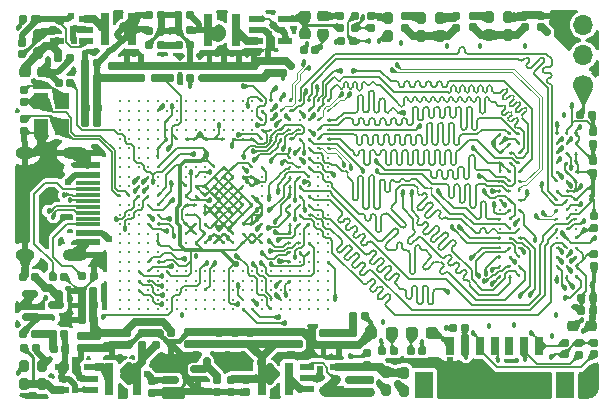
<source format=gtl>
G04 #@! TF.GenerationSoftware,KiCad,Pcbnew,7.0.5-0*
G04 #@! TF.CreationDate,2023-06-20T23:32:32+08:00*
G04 #@! TF.ProjectId,slimarm_hypericum,736c696d-6172-46d5-9f68-797065726963,rev?*
G04 #@! TF.SameCoordinates,Original*
G04 #@! TF.FileFunction,Copper,L1,Top*
G04 #@! TF.FilePolarity,Positive*
%FSLAX46Y46*%
G04 Gerber Fmt 4.6, Leading zero omitted, Abs format (unit mm)*
G04 Created by KiCad (PCBNEW 7.0.5-0) date 2023-06-20 23:32:32*
%MOMM*%
%LPD*%
G01*
G04 APERTURE LIST*
G04 Aperture macros list*
%AMRoundRect*
0 Rectangle with rounded corners*
0 $1 Rounding radius*
0 $2 $3 $4 $5 $6 $7 $8 $9 X,Y pos of 4 corners*
0 Add a 4 corners polygon primitive as box body*
4,1,4,$2,$3,$4,$5,$6,$7,$8,$9,$2,$3,0*
0 Add four circle primitives for the rounded corners*
1,1,$1+$1,$2,$3*
1,1,$1+$1,$4,$5*
1,1,$1+$1,$6,$7*
1,1,$1+$1,$8,$9*
0 Add four rect primitives between the rounded corners*
20,1,$1+$1,$2,$3,$4,$5,0*
20,1,$1+$1,$4,$5,$6,$7,0*
20,1,$1+$1,$6,$7,$8,$9,0*
20,1,$1+$1,$8,$9,$2,$3,0*%
G04 Aperture macros list end*
G04 #@! TA.AperFunction,SMDPad,CuDef*
%ADD10RoundRect,0.150000X0.150000X-0.225000X0.150000X0.225000X-0.150000X0.225000X-0.150000X-0.225000X0*%
G04 #@! TD*
G04 #@! TA.AperFunction,SMDPad,CuDef*
%ADD11RoundRect,0.150000X-0.225000X-0.150000X0.225000X-0.150000X0.225000X0.150000X-0.225000X0.150000X0*%
G04 #@! TD*
G04 #@! TA.AperFunction,SMDPad,CuDef*
%ADD12RoundRect,0.150000X0.225000X0.150000X-0.225000X0.150000X-0.225000X-0.150000X0.225000X-0.150000X0*%
G04 #@! TD*
G04 #@! TA.AperFunction,SMDPad,CuDef*
%ADD13RoundRect,0.150000X-0.150000X0.225000X-0.150000X-0.225000X0.150000X-0.225000X0.150000X0.225000X0*%
G04 #@! TD*
G04 #@! TA.AperFunction,SMDPad,CuDef*
%ADD14R,0.711200X1.600000*%
G04 #@! TD*
G04 #@! TA.AperFunction,SMDPad,CuDef*
%ADD15R,1.600200X2.209800*%
G04 #@! TD*
G04 #@! TA.AperFunction,SMDPad,CuDef*
%ADD16R,1.200000X0.600000*%
G04 #@! TD*
G04 #@! TA.AperFunction,SMDPad,CuDef*
%ADD17RoundRect,0.212500X-0.212500X0.262500X-0.212500X-0.262500X0.212500X-0.262500X0.212500X0.262500X0*%
G04 #@! TD*
G04 #@! TA.AperFunction,SMDPad,CuDef*
%ADD18RoundRect,0.212500X0.212500X-0.262500X0.212500X0.262500X-0.212500X0.262500X-0.212500X-0.262500X0*%
G04 #@! TD*
G04 #@! TA.AperFunction,SMDPad,CuDef*
%ADD19RoundRect,0.237500X0.287500X0.237500X-0.287500X0.237500X-0.287500X-0.237500X0.287500X-0.237500X0*%
G04 #@! TD*
G04 #@! TA.AperFunction,SMDPad,CuDef*
%ADD20RoundRect,0.237500X-0.287500X-0.237500X0.287500X-0.237500X0.287500X0.237500X-0.287500X0.237500X0*%
G04 #@! TD*
G04 #@! TA.AperFunction,SMDPad,CuDef*
%ADD21R,2.000000X0.600000*%
G04 #@! TD*
G04 #@! TA.AperFunction,SMDPad,CuDef*
%ADD22R,2.000000X0.300000*%
G04 #@! TD*
G04 #@! TA.AperFunction,ComponentPad*
%ADD23O,2.100000X1.000000*%
G04 #@! TD*
G04 #@! TA.AperFunction,ComponentPad*
%ADD24O,1.600000X1.000000*%
G04 #@! TD*
G04 #@! TA.AperFunction,SMDPad,CuDef*
%ADD25C,0.320000*%
G04 #@! TD*
G04 #@! TA.AperFunction,ComponentPad*
%ADD26C,1.700000*%
G04 #@! TD*
G04 #@! TA.AperFunction,ComponentPad*
%ADD27O,1.700000X1.700000*%
G04 #@! TD*
G04 #@! TA.AperFunction,SMDPad,CuDef*
%ADD28RoundRect,0.212500X0.262500X0.212500X-0.262500X0.212500X-0.262500X-0.212500X0.262500X-0.212500X0*%
G04 #@! TD*
G04 #@! TA.AperFunction,SMDPad,CuDef*
%ADD29R,0.800000X2.700000*%
G04 #@! TD*
G04 #@! TA.AperFunction,SMDPad,CuDef*
%ADD30RoundRect,0.150000X0.512500X0.150000X-0.512500X0.150000X-0.512500X-0.150000X0.512500X-0.150000X0*%
G04 #@! TD*
G04 #@! TA.AperFunction,SMDPad,CuDef*
%ADD31RoundRect,0.212500X-0.262500X-0.212500X0.262500X-0.212500X0.262500X0.212500X-0.262500X0.212500X0*%
G04 #@! TD*
G04 #@! TA.AperFunction,SMDPad,CuDef*
%ADD32R,1.200000X1.400000*%
G04 #@! TD*
G04 #@! TA.AperFunction,SMDPad,CuDef*
%ADD33RoundRect,0.150000X-0.512500X-0.150000X0.512500X-0.150000X0.512500X0.150000X-0.512500X0.150000X0*%
G04 #@! TD*
G04 #@! TA.AperFunction,ViaPad*
%ADD34C,0.457200*%
G04 #@! TD*
G04 #@! TA.AperFunction,ViaPad*
%ADD35C,0.609600*%
G04 #@! TD*
G04 #@! TA.AperFunction,Conductor*
%ADD36C,0.152400*%
G04 #@! TD*
G04 #@! TA.AperFunction,Conductor*
%ADD37C,0.304800*%
G04 #@! TD*
G04 #@! TA.AperFunction,Conductor*
%ADD38C,0.635000*%
G04 #@! TD*
G04 #@! TA.AperFunction,Conductor*
%ADD39C,0.508000*%
G04 #@! TD*
G04 #@! TA.AperFunction,Conductor*
%ADD40C,0.254000*%
G04 #@! TD*
G04 #@! TA.AperFunction,Conductor*
%ADD41C,0.609600*%
G04 #@! TD*
G04 #@! TA.AperFunction,Conductor*
%ADD42C,0.381000*%
G04 #@! TD*
G04 #@! TA.AperFunction,Conductor*
%ADD43C,0.142240*%
G04 #@! TD*
G04 #@! TA.AperFunction,Conductor*
%ADD44C,0.109220*%
G04 #@! TD*
G04 #@! TA.AperFunction,Conductor*
%ADD45C,0.762000*%
G04 #@! TD*
G04 #@! TA.AperFunction,Conductor*
%ADD46C,0.139700*%
G04 #@! TD*
G04 APERTURE END LIST*
D10*
G04 #@! TO.P,C17,1*
G04 #@! TO.N,Net-(U1D-PLLVREG)*
X38500000Y-78970000D03*
G04 #@! TO.P,C17,2*
G04 #@! TO.N,GND*
X38500000Y-77970000D03*
G04 #@! TD*
D11*
G04 #@! TO.P,R23,1*
G04 #@! TO.N,+3V3*
X27360000Y-79390000D03*
G04 #@! TO.P,R23,2*
G04 #@! TO.N,/SD_DET*
X28360000Y-79390000D03*
G04 #@! TD*
D12*
G04 #@! TO.P,R26,1*
G04 #@! TO.N,GND*
X49100000Y-76600000D03*
G04 #@! TO.P,R26,2*
G04 #@! TO.N,Net-(U1D-JTAGSEL)*
X48100000Y-76600000D03*
G04 #@! TD*
D13*
G04 #@! TO.P,R25,1*
G04 #@! TO.N,+3V3*
X52430000Y-73730000D03*
G04 #@! TO.P,R25,2*
G04 #@! TO.N,Net-(U1D-RESET#)*
X52430000Y-74730000D03*
G04 #@! TD*
D12*
G04 #@! TO.P,R24,1*
G04 #@! TO.N,+3V3*
X61730000Y-100190000D03*
G04 #@! TO.P,R24,2*
G04 #@! TO.N,Net-(U1D-NMI#)*
X60730000Y-100190000D03*
G04 #@! TD*
G04 #@! TO.P,R20,1*
G04 #@! TO.N,+3V3*
X52290000Y-75880000D03*
G04 #@! TO.P,R20,2*
G04 #@! TO.N,Net-(U1D-BOOTSEL)*
X51290000Y-75880000D03*
G04 #@! TD*
D14*
G04 #@! TO.P,J5,1,1*
G04 #@! TO.N,/JTAG_TDI*
X68020000Y-101640000D03*
G04 #@! TO.P,J5,2,2*
G04 #@! TO.N,/JTAG_TMS*
X66770000Y-101640000D03*
G04 #@! TO.P,J5,3,3*
G04 #@! TO.N,unconnected-(J5-Pad3)*
X65520000Y-101640000D03*
G04 #@! TO.P,J5,4,4*
G04 #@! TO.N,/JTAG_TDO*
X64270000Y-101640000D03*
G04 #@! TO.P,J5,5,5*
G04 #@! TO.N,/JTAG_TCK*
X63020000Y-101640000D03*
G04 #@! TO.P,J5,6,6*
G04 #@! TO.N,+3V3*
X61770000Y-101640000D03*
G04 #@! TO.P,J5,7,7*
G04 #@! TO.N,GND*
X60520000Y-101640000D03*
D15*
G04 #@! TO.P,J5,8*
G04 #@! TO.N,N/C*
X58272900Y-104942000D03*
G04 #@! TO.P,J5,9*
X70267100Y-104942000D03*
G04 #@! TD*
D13*
G04 #@! TO.P,C18,1*
G04 #@! TO.N,GND*
X53800000Y-73720000D03*
G04 #@! TO.P,C18,2*
G04 #@! TO.N,Net-(U1D-RESET#)*
X53800000Y-74720000D03*
G04 #@! TD*
G04 #@! TO.P,C16,1*
G04 #@! TO.N,+1V5*
X51070000Y-100580000D03*
G04 #@! TO.P,C16,2*
G04 #@! TO.N,GND*
X51070000Y-101580000D03*
G04 #@! TD*
D12*
G04 #@! TO.P,C80,1*
G04 #@! TO.N,GND*
X36030000Y-74980000D03*
G04 #@! TO.P,C80,2*
G04 #@! TO.N,+3V3*
X35030000Y-74980000D03*
G04 #@! TD*
D11*
G04 #@! TO.P,C61,1*
G04 #@! TO.N,+1V5*
X52280000Y-99160000D03*
G04 #@! TO.P,C61,2*
G04 #@! TO.N,GND*
X53280000Y-99160000D03*
G04 #@! TD*
D13*
G04 #@! TO.P,C33,1*
G04 #@! TO.N,+1V2_SYS*
X29250000Y-100810000D03*
G04 #@! TO.P,C33,2*
G04 #@! TO.N,GND*
X29250000Y-101810000D03*
G04 #@! TD*
D16*
G04 #@! TO.P,U5,1,EN*
G04 #@! TO.N,+5V*
X29690950Y-75880001D03*
G04 #@! TO.P,U5,2,GND*
G04 #@! TO.N,GND*
X29690950Y-74930000D03*
G04 #@! TO.P,U5,3,LX*
G04 #@! TO.N,Net-(U5-LX)*
X29690950Y-73979999D03*
G04 #@! TO.P,U5,4,IN*
G04 #@! TO.N,+5V*
X27189050Y-73979999D03*
G04 #@! TO.P,U5,5,FB*
G04 #@! TO.N,Net-(U5-FB)*
X27189050Y-75880001D03*
G04 #@! TD*
D17*
G04 #@! TO.P,R15,1*
G04 #@! TO.N,+1V5*
X63840000Y-73840000D03*
G04 #@! TO.P,R15,2*
G04 #@! TO.N,/DDR_VREF*
X63840000Y-75364000D03*
G04 #@! TD*
D10*
G04 #@! TO.P,C46,1*
G04 #@! TO.N,+1V2_CPU*
X44960000Y-101520000D03*
G04 #@! TO.P,C46,2*
G04 #@! TO.N,GND*
X44960000Y-100520000D03*
G04 #@! TD*
D13*
G04 #@! TO.P,C42,1*
G04 #@! TO.N,+1V5*
X72710000Y-93900000D03*
G04 #@! TO.P,C42,2*
G04 #@! TO.N,GND*
X72710000Y-94900000D03*
G04 #@! TD*
D12*
G04 #@! TO.P,C7,1*
G04 #@! TO.N,+3V3*
X30670000Y-81480000D03*
G04 #@! TO.P,C7,2*
G04 #@! TO.N,GND*
X29670000Y-81480000D03*
G04 #@! TD*
G04 #@! TO.P,C8,1*
G04 #@! TO.N,+3V3*
X30640000Y-80210000D03*
G04 #@! TO.P,C8,2*
G04 #@! TO.N,GND*
X29640000Y-80210000D03*
G04 #@! TD*
D10*
G04 #@! TO.P,C59,2*
G04 #@! TO.N,GND*
X46360000Y-77540000D03*
G04 #@! TO.P,C59,1*
G04 #@! TO.N,+1V5*
X46360000Y-78540000D03*
G04 #@! TD*
D13*
G04 #@! TO.P,C30,1*
G04 #@! TO.N,+1V2_SYS*
X33190000Y-100610000D03*
G04 #@! TO.P,C30,2*
G04 #@! TO.N,GND*
X33190000Y-101610000D03*
G04 #@! TD*
G04 #@! TO.P,C24,1*
G04 #@! TO.N,GND*
X53690000Y-104570000D03*
G04 #@! TO.P,C24,2*
G04 #@! TO.N,+5V*
X53690000Y-105570000D03*
G04 #@! TD*
D11*
G04 #@! TO.P,C21,1*
G04 #@! TO.N,GND*
X35010000Y-76190000D03*
G04 #@! TO.P,C21,2*
G04 #@! TO.N,+5V*
X36010000Y-76190000D03*
G04 #@! TD*
D12*
G04 #@! TO.P,C36,1*
G04 #@! TO.N,+1V2_SYS*
X30310000Y-97020000D03*
G04 #@! TO.P,C36,2*
G04 #@! TO.N,GND*
X29310000Y-97020000D03*
G04 #@! TD*
D13*
G04 #@! TO.P,C32,1*
G04 #@! TO.N,+1V2_SYS*
X30600000Y-100850000D03*
G04 #@! TO.P,C32,2*
G04 #@! TO.N,GND*
X30600000Y-101850000D03*
G04 #@! TD*
G04 #@! TO.P,R14,1*
G04 #@! TO.N,+3V3*
X71430000Y-101400000D03*
G04 #@! TO.P,R14,2*
G04 #@! TO.N,/JTAG_TMS*
X71430000Y-102400000D03*
G04 #@! TD*
D18*
G04 #@! TO.P,R8,1*
G04 #@! TO.N,Net-(U3-FB)*
X24430000Y-104872000D03*
G04 #@! TO.P,R8,2*
G04 #@! TO.N,GND*
X24430000Y-103348000D03*
G04 #@! TD*
D13*
G04 #@! TO.P,C82,1*
G04 #@! TO.N,GND*
X61030000Y-73722000D03*
G04 #@! TO.P,C82,2*
G04 #@! TO.N,/CPU_VREF*
X61030000Y-74722000D03*
G04 #@! TD*
D10*
G04 #@! TO.P,C55,1*
G04 #@! TO.N,+1V5*
X41380000Y-78960000D03*
G04 #@! TO.P,C55,2*
G04 #@! TO.N,GND*
X41380000Y-77960000D03*
G04 #@! TD*
D19*
G04 #@! TO.P,D2,1,K*
G04 #@! TO.N,GND*
X59005000Y-100590000D03*
G04 #@! TO.P,D2,2,A*
G04 #@! TO.N,Net-(D2-A)*
X57255000Y-100590000D03*
G04 #@! TD*
D16*
G04 #@! TO.P,U8,1,EN*
G04 #@! TO.N,+5V*
X44059050Y-73959999D03*
G04 #@! TO.P,U8,2,GND*
G04 #@! TO.N,GND*
X44059050Y-74910000D03*
G04 #@! TO.P,U8,3,LX*
G04 #@! TO.N,Net-(U8-LX)*
X44059050Y-75860001D03*
G04 #@! TO.P,U8,4,IN*
G04 #@! TO.N,+5V*
X46560950Y-75860001D03*
G04 #@! TO.P,U8,5,FB*
G04 #@! TO.N,Net-(U8-FB)*
X46560950Y-73959999D03*
G04 #@! TD*
D11*
G04 #@! TO.P,C2,1*
G04 #@! TO.N,GND*
X37490000Y-73670000D03*
G04 #@! TO.P,C2,2*
G04 #@! TO.N,+1V5*
X38490000Y-73670000D03*
G04 #@! TD*
D20*
G04 #@! TO.P,D1,1,K*
G04 #@! TO.N,GND*
X53815000Y-100590000D03*
G04 #@! TO.P,D1,2,A*
G04 #@! TO.N,Net-(D1-A)*
X55565000Y-100590000D03*
G04 #@! TD*
D10*
G04 #@! TO.P,C13,1*
G04 #@! TO.N,+2V5*
X35530000Y-78960000D03*
G04 #@! TO.P,C13,2*
G04 #@! TO.N,GND*
X35530000Y-77960000D03*
G04 #@! TD*
D12*
G04 #@! TO.P,C38,1*
G04 #@! TO.N,+1V5*
X72520000Y-82100000D03*
G04 #@! TO.P,C38,2*
G04 #@! TO.N,GND*
X71520000Y-82100000D03*
G04 #@! TD*
D21*
G04 #@! TO.P,J1,A1,GND*
G04 #@! TO.N,GND*
X29890000Y-86380000D03*
G04 #@! TO.P,J1,A4,VBUS*
G04 #@! TO.N,+5V*
X29890000Y-87180000D03*
D22*
G04 #@! TO.P,J1,A5,CC1*
G04 #@! TO.N,Net-(J1-CC1)*
X29890000Y-88380000D03*
G04 #@! TO.P,J1,A6,D+*
G04 #@! TO.N,/USB_DP0*
X29890000Y-89380000D03*
G04 #@! TO.P,J1,A7,D-*
G04 #@! TO.N,/USB_DN0*
X29890000Y-89880000D03*
G04 #@! TO.P,J1,A8,SBU1*
G04 #@! TO.N,unconnected-(J1-SBU1-PadA8)*
X29890000Y-90880000D03*
D21*
G04 #@! TO.P,J1,A9,VBUS*
G04 #@! TO.N,+5V*
X29890000Y-92080000D03*
G04 #@! TO.P,J1,A12,GND*
G04 #@! TO.N,GND*
X29890000Y-92880000D03*
G04 #@! TO.P,J1,B1,GND*
X29890000Y-92880000D03*
G04 #@! TO.P,J1,B4,VBUS*
G04 #@! TO.N,+5V*
X29890000Y-92080000D03*
D22*
G04 #@! TO.P,J1,B5,CC2*
G04 #@! TO.N,Net-(J1-CC2)*
X29890000Y-91380000D03*
G04 #@! TO.P,J1,B6,D+*
G04 #@! TO.N,/USB_DP0*
X29890000Y-90380000D03*
G04 #@! TO.P,J1,B7,D-*
G04 #@! TO.N,/USB_DN0*
X29890000Y-88880000D03*
G04 #@! TO.P,J1,B8,SBU2*
G04 #@! TO.N,unconnected-(J1-SBU2-PadB8)*
X29890000Y-87880000D03*
D21*
G04 #@! TO.P,J1,B9,VBUS*
G04 #@! TO.N,+5V*
X29890000Y-87180000D03*
G04 #@! TO.P,J1,B12,GND*
G04 #@! TO.N,GND*
X29890000Y-86380000D03*
D23*
G04 #@! TO.P,J1,S1,SHIELD*
X28720000Y-85310000D03*
D24*
X24540000Y-85310000D03*
D23*
X28720000Y-93950000D03*
D24*
X24540000Y-93950000D03*
G04 #@! TD*
D10*
G04 #@! TO.P,C57,1*
G04 #@! TO.N,+1V5*
X43940000Y-78960000D03*
G04 #@! TO.P,C57,2*
G04 #@! TO.N,GND*
X43940000Y-77960000D03*
G04 #@! TD*
D11*
G04 #@! TO.P,C3,1*
G04 #@! TO.N,GND*
X37510000Y-74930000D03*
G04 #@! TO.P,C3,2*
G04 #@! TO.N,+1V5*
X38510000Y-74930000D03*
G04 #@! TD*
G04 #@! TO.P,R4,1*
G04 #@! TO.N,Net-(J1-CC2)*
X29360000Y-95780000D03*
G04 #@! TO.P,R4,2*
G04 #@! TO.N,GND*
X30360000Y-95780000D03*
G04 #@! TD*
D25*
G04 #@! TO.P,U2,A1,VDDQ*
G04 #@! TO.N,+1V5*
X64770000Y-83740000D03*
G04 #@! TO.P,U2,A2,DQU5*
G04 #@! TO.N,/DDR_DQ13*
X65570000Y-83740000D03*
G04 #@! TO.P,U2,A3,DQU7*
G04 #@! TO.N,/DDR_DQ15*
X66370000Y-83740000D03*
G04 #@! TO.P,U2,A7,DQU4*
G04 #@! TO.N,/DDR_DQ12*
X69570000Y-83740000D03*
G04 #@! TO.P,U2,A8,VDDQ*
G04 #@! TO.N,+1V5*
X70370000Y-83740000D03*
G04 #@! TO.P,U2,A9,VSS*
G04 #@! TO.N,GND*
X71170000Y-83740000D03*
G04 #@! TO.P,U2,B1,VSSQ*
X64770000Y-84540000D03*
G04 #@! TO.P,U2,B2,VDD*
G04 #@! TO.N,+1V5*
X65570000Y-84540000D03*
G04 #@! TO.P,U2,B3,VSS*
G04 #@! TO.N,GND*
X66370000Y-84540000D03*
G04 #@! TO.P,U2,B7,DQSU#*
G04 #@! TO.N,/DDR_SDQS1_N*
X69570000Y-84540000D03*
G04 #@! TO.P,U2,B8,DQU6*
G04 #@! TO.N,/DDR_DQ14*
X70370000Y-84540000D03*
G04 #@! TO.P,U2,B9,VSSQ*
G04 #@! TO.N,GND*
X71170000Y-84540000D03*
G04 #@! TO.P,U2,C1,VDDQ*
G04 #@! TO.N,+1V5*
X64770000Y-85340000D03*
G04 #@! TO.P,U2,C2,DQU3*
G04 #@! TO.N,/DDR_DQ11*
X65570000Y-85340000D03*
G04 #@! TO.P,U2,C3,DQU1*
G04 #@! TO.N,/DDR_DQ9*
X66370000Y-85340000D03*
G04 #@! TO.P,U2,C7,DQSU*
G04 #@! TO.N,/DDR_SDQS1_P*
X69570000Y-85340000D03*
G04 #@! TO.P,U2,C8,DQU2*
G04 #@! TO.N,/DDR_DQ10*
X70370000Y-85340000D03*
G04 #@! TO.P,U2,C9,VDDQ*
G04 #@! TO.N,+1V5*
X71170000Y-85340000D03*
G04 #@! TO.P,U2,D1,VSSQ*
G04 #@! TO.N,GND*
X64770000Y-86140000D03*
G04 #@! TO.P,U2,D2,VDDQ*
G04 #@! TO.N,+1V5*
X65570000Y-86140000D03*
G04 #@! TO.P,U2,D3,DMU*
G04 #@! TO.N,/DDR_SDQM1*
X66370000Y-86140000D03*
G04 #@! TO.P,U2,D7,DQU0*
G04 #@! TO.N,/DDR_DQ8*
X69570000Y-86140000D03*
G04 #@! TO.P,U2,D8,VSSQ*
G04 #@! TO.N,GND*
X70370000Y-86140000D03*
G04 #@! TO.P,U2,D9,VDD*
G04 #@! TO.N,+1V5*
X71170000Y-86140000D03*
G04 #@! TO.P,U2,E1,VSS*
G04 #@! TO.N,GND*
X64770000Y-86940000D03*
G04 #@! TO.P,U2,E2,VSSQ*
X65570000Y-86940000D03*
G04 #@! TO.P,U2,E3,DQL0*
G04 #@! TO.N,/DDR_DQ0*
X66370000Y-86940000D03*
G04 #@! TO.P,U2,E7,DML*
G04 #@! TO.N,/DDR_SDQM0*
X69570000Y-86940000D03*
G04 #@! TO.P,U2,E8,VSSQ*
G04 #@! TO.N,GND*
X70370000Y-86940000D03*
G04 #@! TO.P,U2,E9,VDDQ*
G04 #@! TO.N,+1V5*
X71170000Y-86940000D03*
G04 #@! TO.P,U2,F1,VDDQ*
X64770000Y-87740000D03*
G04 #@! TO.P,U2,F2,DQL2*
G04 #@! TO.N,/DDR_DQ2*
X65570000Y-87740000D03*
G04 #@! TO.P,U2,F3,DQSL*
G04 #@! TO.N,/DDR_SDQS0_P*
X66370000Y-87740000D03*
G04 #@! TO.P,U2,F7,DQL1*
G04 #@! TO.N,/DDR_DQ1*
X69570000Y-87740000D03*
G04 #@! TO.P,U2,F8,DQL3*
G04 #@! TO.N,/DDR_DQ3*
X70370000Y-87740000D03*
G04 #@! TO.P,U2,F9,VSSQ*
G04 #@! TO.N,GND*
X71170000Y-87740000D03*
G04 #@! TO.P,U2,G1,VSSQ*
X64770000Y-88540000D03*
G04 #@! TO.P,U2,G2,DQL6*
G04 #@! TO.N,/DDR_DQ6*
X65570000Y-88540000D03*
G04 #@! TO.P,U2,G3,DQSL#*
G04 #@! TO.N,/DDR_SDQS0_N*
X66370000Y-88540000D03*
G04 #@! TO.P,U2,G7,VDD*
G04 #@! TO.N,+1V5*
X69570000Y-88540000D03*
G04 #@! TO.P,U2,G8,VSS*
G04 #@! TO.N,GND*
X70370000Y-88540000D03*
G04 #@! TO.P,U2,G9,VSSQ*
X71170000Y-88540000D03*
G04 #@! TO.P,U2,H1,VREFDQ*
G04 #@! TO.N,/DDR_VREF*
X64770000Y-89340000D03*
G04 #@! TO.P,U2,H2,VDDQ*
G04 #@! TO.N,+1V5*
X65570000Y-89340000D03*
G04 #@! TO.P,U2,H3,DQL4*
G04 #@! TO.N,/DDR_DQ4*
X66370000Y-89340000D03*
G04 #@! TO.P,U2,H7,DQL7*
G04 #@! TO.N,/DDR_DQ7*
X69570000Y-89340000D03*
G04 #@! TO.P,U2,H8,DQL5*
G04 #@! TO.N,/DDR_DQ5*
X70370000Y-89340000D03*
G04 #@! TO.P,U2,H9,VDDQ*
G04 #@! TO.N,+1V5*
X71170000Y-89340000D03*
G04 #@! TO.P,U2,J1,ODT1*
G04 #@! TO.N,unconnected-(U2-ODT1-PadJ1)*
X64770000Y-90140000D03*
G04 #@! TO.P,U2,J2,VSS*
G04 #@! TO.N,GND*
X65570000Y-90140000D03*
G04 #@! TO.P,U2,J3,RAS*
G04 #@! TO.N,/DDR_NRAS*
X66370000Y-90140000D03*
G04 #@! TO.P,U2,J7,CK*
G04 #@! TO.N,/DDR_CLKP*
X69570000Y-90140000D03*
G04 #@! TO.P,U2,J8,VSS*
G04 #@! TO.N,GND*
X70370000Y-90140000D03*
G04 #@! TO.P,U2,J9,CKE1*
G04 #@! TO.N,unconnected-(U2-CKE1-PadJ9)*
X71170000Y-90140000D03*
G04 #@! TO.P,U2,K1,ODT0*
G04 #@! TO.N,/DDR_ODT0*
X64770000Y-90940000D03*
G04 #@! TO.P,U2,K2,VDD*
G04 #@! TO.N,+1V5*
X65570000Y-90940000D03*
G04 #@! TO.P,U2,K3,CAS*
G04 #@! TO.N,/DDR_NCAS*
X66370000Y-90940000D03*
G04 #@! TO.P,U2,K7,CK#*
G04 #@! TO.N,/DDR_CLKN*
X69570000Y-90940000D03*
G04 #@! TO.P,U2,K8,VDD*
G04 #@! TO.N,+1V5*
X70370000Y-90940000D03*
G04 #@! TO.P,U2,K9,CKE0*
G04 #@! TO.N,/DDR_CKE0*
X71170000Y-90940000D03*
G04 #@! TO.P,U2,L1,CS1*
G04 #@! TO.N,unconnected-(U2-CS1-PadL1)*
X64770000Y-91740000D03*
G04 #@! TO.P,U2,L2,CS0*
G04 #@! TO.N,/DDR_CS0*
X65570000Y-91740000D03*
G04 #@! TO.P,U2,L3,WE*
G04 #@! TO.N,/DDR_NWE*
X66370000Y-91740000D03*
G04 #@! TO.P,U2,L7,A10/AP*
G04 #@! TO.N,/DDR_A10*
X69570000Y-91740000D03*
G04 #@! TO.P,U2,L8,ZQ0*
G04 #@! TO.N,Net-(U2-ZQ0)*
X70370000Y-91740000D03*
G04 #@! TO.P,U2,L9,ZQ1*
G04 #@! TO.N,unconnected-(U2-ZQ1-PadL9)*
X71170000Y-91740000D03*
G04 #@! TO.P,U2,M1,VSS*
G04 #@! TO.N,GND*
X64770000Y-92540000D03*
G04 #@! TO.P,U2,M2,BA0*
G04 #@! TO.N,/DDR_BA0*
X65570000Y-92540000D03*
G04 #@! TO.P,U2,M3,BA2*
G04 #@! TO.N,/DDR_BA2*
X66370000Y-92540000D03*
G04 #@! TO.P,U2,M7,NC*
G04 #@! TO.N,unconnected-(U2-NC-PadM7)*
X69570000Y-92540000D03*
G04 #@! TO.P,U2,M8,VREFCA*
G04 #@! TO.N,/DDR_VREF*
X70370000Y-92540000D03*
G04 #@! TO.P,U2,M9,VSS*
G04 #@! TO.N,GND*
X71170000Y-92540000D03*
G04 #@! TO.P,U2,N1,VDD*
G04 #@! TO.N,+1V5*
X64770000Y-93340000D03*
G04 #@! TO.P,U2,N2,A3*
G04 #@! TO.N,/DDR_A3*
X65570000Y-93340000D03*
G04 #@! TO.P,U2,N3,A0*
G04 #@! TO.N,/DDR_A0*
X66370000Y-93340000D03*
G04 #@! TO.P,U2,N7,A12/BC*
G04 #@! TO.N,/DDR_A12*
X69570000Y-93340000D03*
G04 #@! TO.P,U2,N8,BA1*
G04 #@! TO.N,/DDR_BA1*
X70370000Y-93340000D03*
G04 #@! TO.P,U2,N9,VDD*
G04 #@! TO.N,+1V5*
X71170000Y-93340000D03*
G04 #@! TO.P,U2,P1,VSS*
G04 #@! TO.N,GND*
X64770000Y-94140000D03*
G04 #@! TO.P,U2,P2,A5*
G04 #@! TO.N,/DDR_A5*
X65570000Y-94140000D03*
G04 #@! TO.P,U2,P3,A2*
G04 #@! TO.N,/DDR_A2*
X66370000Y-94140000D03*
G04 #@! TO.P,U2,P7,A1*
G04 #@! TO.N,/DDR_A1*
X69570000Y-94140000D03*
G04 #@! TO.P,U2,P8,A4*
G04 #@! TO.N,/DDR_A4*
X70370000Y-94140000D03*
G04 #@! TO.P,U2,P9,VSS*
G04 #@! TO.N,GND*
X71170000Y-94140000D03*
G04 #@! TO.P,U2,R1,VDD*
G04 #@! TO.N,+1V5*
X64770000Y-94940000D03*
G04 #@! TO.P,U2,R2,A7*
G04 #@! TO.N,/DDR_A7*
X65570000Y-94940000D03*
G04 #@! TO.P,U2,R3,A9*
G04 #@! TO.N,/DDR_A9*
X66370000Y-94940000D03*
G04 #@! TO.P,U2,R7,A11*
G04 #@! TO.N,/DDR_A11*
X69570000Y-94940000D03*
G04 #@! TO.P,U2,R8,A6*
G04 #@! TO.N,/DDR_A6*
X70370000Y-94940000D03*
G04 #@! TO.P,U2,R9,VDD*
G04 #@! TO.N,+1V5*
X71170000Y-94940000D03*
G04 #@! TO.P,U2,T1,VSS*
G04 #@! TO.N,GND*
X64770000Y-95740000D03*
G04 #@! TO.P,U2,T2,RESET*
G04 #@! TO.N,/DDR_RST*
X65570000Y-95740000D03*
G04 #@! TO.P,U2,T3,A13*
G04 #@! TO.N,/DDR_A13*
X66370000Y-95740000D03*
G04 #@! TO.P,U2,T7,A14*
G04 #@! TO.N,/DDR_A14*
X69570000Y-95740000D03*
G04 #@! TO.P,U2,T8,A8*
G04 #@! TO.N,/DDR_A8*
X70370000Y-95740000D03*
G04 #@! TO.P,U2,T9,VSS*
G04 #@! TO.N,GND*
X71170000Y-95740000D03*
G04 #@! TD*
D10*
G04 #@! TO.P,C11,1*
G04 #@! TO.N,+3V3*
X33120000Y-78940000D03*
G04 #@! TO.P,C11,2*
G04 #@! TO.N,GND*
X33120000Y-77940000D03*
G04 #@! TD*
G04 #@! TO.P,C31,1*
G04 #@! TO.N,+1V2_SYS*
X35650000Y-101560000D03*
G04 #@! TO.P,C31,2*
G04 #@! TO.N,GND*
X35650000Y-100560000D03*
G04 #@! TD*
G04 #@! TO.P,C10,1*
G04 #@! TO.N,+3V3*
X31920000Y-78940000D03*
G04 #@! TO.P,C10,2*
G04 #@! TO.N,GND*
X31920000Y-77940000D03*
G04 #@! TD*
D12*
G04 #@! TO.P,C34,1*
G04 #@! TO.N,+1V2_SYS*
X30350000Y-99500000D03*
G04 #@! TO.P,C34,2*
G04 #@! TO.N,GND*
X29350000Y-99500000D03*
G04 #@! TD*
D17*
G04 #@! TO.P,R10,1*
G04 #@! TO.N,Net-(U4-FB)*
X56630000Y-103928000D03*
G04 #@! TO.P,R10,2*
G04 #@! TO.N,GND*
X56630000Y-105452000D03*
G04 #@! TD*
D18*
G04 #@! TO.P,R9,1*
G04 #@! TO.N,+1V2_CPU*
X55080000Y-105422000D03*
G04 #@! TO.P,R9,2*
G04 #@! TO.N,Net-(U4-FB)*
X55080000Y-103898000D03*
G04 #@! TD*
G04 #@! TO.P,R12,1*
G04 #@! TO.N,Net-(U5-FB)*
X25650000Y-76862000D03*
G04 #@! TO.P,R12,2*
G04 #@! TO.N,GND*
X25650000Y-75338000D03*
G04 #@! TD*
D11*
G04 #@! TO.P,C43,1*
G04 #@! TO.N,+1V5*
X71620000Y-97620000D03*
G04 #@! TO.P,C43,2*
G04 #@! TO.N,GND*
X72620000Y-97620000D03*
G04 #@! TD*
D26*
G04 #@! TO.P,J3,1,Pin_1*
G04 #@! TO.N,GND*
X71800000Y-79590000D03*
D27*
G04 #@! TO.P,J3,2,Pin_2*
G04 #@! TO.N,/UART_RX*
X71800000Y-77050000D03*
G04 #@! TO.P,J3,3,Pin_3*
G04 #@! TO.N,/UART_TX*
X71800000Y-74510000D03*
G04 #@! TD*
D10*
G04 #@! TO.P,C49,1*
G04 #@! TO.N,+1V2_CPU*
X38330000Y-101520000D03*
G04 #@! TO.P,C49,2*
G04 #@! TO.N,GND*
X38330000Y-100520000D03*
G04 #@! TD*
G04 #@! TO.P,C14,1*
G04 #@! TO.N,+2V5*
X36790000Y-78960000D03*
G04 #@! TO.P,C14,2*
G04 #@! TO.N,GND*
X36790000Y-77960000D03*
G04 #@! TD*
G04 #@! TO.P,C71,1*
G04 #@! TO.N,Net-(U4-FB)*
X53500000Y-103250000D03*
G04 #@! TO.P,C71,2*
G04 #@! TO.N,+1V2_CPU*
X53500000Y-102250000D03*
G04 #@! TD*
G04 #@! TO.P,R19,1*
G04 #@! TO.N,+3V3*
X70220000Y-102390000D03*
G04 #@! TO.P,R19,2*
G04 #@! TO.N,/JTAG_TDI*
X70220000Y-101390000D03*
G04 #@! TD*
G04 #@! TO.P,C47,1*
G04 #@! TO.N,+1V2_CPU*
X46340000Y-101510000D03*
G04 #@! TO.P,C47,2*
G04 #@! TO.N,GND*
X46340000Y-100510000D03*
G04 #@! TD*
D12*
G04 #@! TO.P,R21,1*
G04 #@! TO.N,Net-(D1-A)*
X55730000Y-102110000D03*
G04 #@! TO.P,R21,2*
G04 #@! TO.N,/PA0*
X54730000Y-102110000D03*
G04 #@! TD*
D11*
G04 #@! TO.P,C44,1*
G04 #@! TO.N,+1V5*
X71620000Y-98680000D03*
G04 #@! TO.P,C44,2*
G04 #@! TO.N,GND*
X72620000Y-98680000D03*
G04 #@! TD*
D28*
G04 #@! TO.P,R1,1*
G04 #@! TO.N,+1V5*
X49740000Y-73750000D03*
G04 #@! TO.P,R1,2*
G04 #@! TO.N,Net-(U8-FB)*
X48216000Y-73750000D03*
G04 #@! TD*
D10*
G04 #@! TO.P,C81,1*
G04 #@! TO.N,/CPU_VREF*
X56690000Y-74752000D03*
G04 #@! TO.P,C81,2*
G04 #@! TO.N,+1V5*
X56690000Y-73752000D03*
G04 #@! TD*
G04 #@! TO.P,C83,1*
G04 #@! TO.N,GND*
X35310000Y-105630000D03*
G04 #@! TO.P,C83,2*
G04 #@! TO.N,+5V*
X35310000Y-104630000D03*
G04 #@! TD*
D13*
G04 #@! TO.P,C39,1*
G04 #@! TO.N,+1V5*
X72630000Y-83540000D03*
G04 #@! TO.P,C39,2*
G04 #@! TO.N,GND*
X72630000Y-84540000D03*
G04 #@! TD*
D10*
G04 #@! TO.P,C50,1*
G04 #@! TO.N,+1V2_CPU*
X39640000Y-101520000D03*
G04 #@! TO.P,C50,2*
G04 #@! TO.N,GND*
X39640000Y-100520000D03*
G04 #@! TD*
G04 #@! TO.P,C48,1*
G04 #@! TO.N,+1V2_CPU*
X47680000Y-101490000D03*
G04 #@! TO.P,C48,2*
G04 #@! TO.N,GND*
X47680000Y-100490000D03*
G04 #@! TD*
D12*
G04 #@! TO.P,C6,1*
G04 #@! TO.N,+3V3*
X30620000Y-82770000D03*
G04 #@! TO.P,C6,2*
G04 #@! TO.N,GND*
X29620000Y-82770000D03*
G04 #@! TD*
D13*
G04 #@! TO.P,C41,1*
G04 #@! TO.N,+1V5*
X72690000Y-90690000D03*
G04 #@! TO.P,C41,2*
G04 #@! TO.N,GND*
X72690000Y-91690000D03*
G04 #@! TD*
D18*
G04 #@! TO.P,R16,1*
G04 #@! TO.N,/DDR_VREF*
X65450000Y-75344000D03*
G04 #@! TO.P,R16,2*
G04 #@! TO.N,GND*
X65450000Y-73820000D03*
G04 #@! TD*
D10*
G04 #@! TO.P,C27,1*
G04 #@! TO.N,GND*
X31900000Y-101610000D03*
G04 #@! TO.P,C27,2*
G04 #@! TO.N,+1V2_SYS*
X31900000Y-100610000D03*
G04 #@! TD*
D11*
G04 #@! TO.P,C76,1*
G04 #@! TO.N,GND*
X24390000Y-95790000D03*
G04 #@! TO.P,C76,2*
G04 #@! TO.N,+5V*
X25390000Y-95790000D03*
G04 #@! TD*
D16*
G04 #@! TO.P,U4,1,EN*
G04 #@! TO.N,+5V*
X48429050Y-103449999D03*
G04 #@! TO.P,U4,2,GND*
G04 #@! TO.N,GND*
X48429050Y-104400000D03*
G04 #@! TO.P,U4,3,LX*
G04 #@! TO.N,Net-(U4-LX)*
X48429050Y-105350001D03*
G04 #@! TO.P,U4,4,IN*
G04 #@! TO.N,+5V*
X50930950Y-105350001D03*
G04 #@! TO.P,U4,5,FB*
G04 #@! TO.N,Net-(U4-FB)*
X50930950Y-103449999D03*
G04 #@! TD*
D28*
G04 #@! TO.P,R11,1*
G04 #@! TO.N,+3V3*
X26032000Y-78460000D03*
G04 #@! TO.P,R11,2*
G04 #@! TO.N,Net-(U5-FB)*
X24508000Y-78460000D03*
G04 #@! TD*
D10*
G04 #@! TO.P,C58,2*
G04 #@! TO.N,GND*
X45130000Y-77550000D03*
G04 #@! TO.P,C58,1*
G04 #@! TO.N,+1V5*
X45130000Y-78550000D03*
G04 #@! TD*
D11*
G04 #@! TO.P,R22,1*
G04 #@! TO.N,Net-(D2-A)*
X57170000Y-102090000D03*
G04 #@! TO.P,R22,2*
G04 #@! TO.N,/PA2*
X58170000Y-102090000D03*
G04 #@! TD*
D29*
G04 #@! TO.P,L2,1,1*
G04 #@! TO.N,Net-(U4-LX)*
X46850000Y-104430000D03*
G04 #@! TO.P,L2,2,2*
G04 #@! TO.N,+1V2_CPU*
X44550000Y-104430000D03*
G04 #@! TD*
D17*
G04 #@! TO.P,R7,1*
G04 #@! TO.N,+1V2_SYS*
X25980000Y-103406000D03*
G04 #@! TO.P,R7,2*
G04 #@! TO.N,Net-(U3-FB)*
X25980000Y-104930000D03*
G04 #@! TD*
D11*
G04 #@! TO.P,C26,1*
G04 #@! TO.N,Net-(U3-FB)*
X24420000Y-101870000D03*
G04 #@! TO.P,C26,2*
G04 #@! TO.N,+1V2_SYS*
X25420000Y-101870000D03*
G04 #@! TD*
D13*
G04 #@! TO.P,C15,1*
G04 #@! TO.N,+1V5*
X49790000Y-100580000D03*
G04 #@! TO.P,C15,2*
G04 #@! TO.N,GND*
X49790000Y-101580000D03*
G04 #@! TD*
D11*
G04 #@! TO.P,C78,1*
G04 #@! TO.N,Net-(U5-FB)*
X27330000Y-77300000D03*
G04 #@! TO.P,C78,2*
G04 #@! TO.N,+3V3*
X28330000Y-77300000D03*
G04 #@! TD*
D18*
G04 #@! TO.P,R18,1*
G04 #@! TO.N,/CPU_VREF*
X59640000Y-75394000D03*
G04 #@! TO.P,R18,2*
G04 #@! TO.N,GND*
X59640000Y-73870000D03*
G04 #@! TD*
D12*
G04 #@! TO.P,C84,1*
G04 #@! TO.N,GND*
X25380000Y-100670000D03*
G04 #@! TO.P,C84,2*
G04 #@! TO.N,+1V3*
X24380000Y-100670000D03*
G04 #@! TD*
D10*
G04 #@! TO.P,C51,1*
G04 #@! TO.N,+1V2_CPU*
X40960000Y-101530000D03*
G04 #@! TO.P,C51,2*
G04 #@! TO.N,GND*
X40960000Y-100530000D03*
G04 #@! TD*
G04 #@! TO.P,C45,1*
G04 #@! TO.N,+1V2_CPU*
X43610000Y-101530000D03*
G04 #@! TO.P,C45,2*
G04 #@! TO.N,GND*
X43610000Y-100530000D03*
G04 #@! TD*
G04 #@! TO.P,C73,1*
G04 #@! TO.N,GND*
X41970950Y-105570001D03*
G04 #@! TO.P,C73,2*
G04 #@! TO.N,+1V2_CPU*
X41970950Y-104570001D03*
G04 #@! TD*
D13*
G04 #@! TO.P,C60,1*
G04 #@! TO.N,+1V5*
X52310000Y-100570000D03*
G04 #@! TO.P,C60,2*
G04 #@! TO.N,GND*
X52310000Y-101570000D03*
G04 #@! TD*
D12*
G04 #@! TO.P,C79,1*
G04 #@! TO.N,GND*
X36010000Y-73660000D03*
G04 #@! TO.P,C79,2*
G04 #@! TO.N,+3V3*
X35010000Y-73660000D03*
G04 #@! TD*
G04 #@! TO.P,C9,1*
G04 #@! TO.N,+3V3*
X30640000Y-78950000D03*
G04 #@! TO.P,C9,2*
G04 #@! TO.N,GND*
X29640000Y-78950000D03*
G04 #@! TD*
G04 #@! TO.P,C1,1*
G04 #@! TO.N,+3V3*
X30630000Y-77750000D03*
G04 #@! TO.P,C1,2*
G04 #@! TO.N,GND*
X29630000Y-77750000D03*
G04 #@! TD*
D10*
G04 #@! TO.P,C22,1*
G04 #@! TO.N,Net-(U8-FB)*
X51188000Y-74710000D03*
G04 #@! TO.P,C22,2*
G04 #@! TO.N,+1V5*
X51188000Y-73710000D03*
G04 #@! TD*
D11*
G04 #@! TO.P,C85,1*
G04 #@! TO.N,GND*
X24380000Y-74000000D03*
G04 #@! TO.P,C85,2*
G04 #@! TO.N,+5V*
X25380000Y-74000000D03*
G04 #@! TD*
D10*
G04 #@! TO.P,C52,1*
G04 #@! TO.N,+1V2_CPU*
X42300000Y-101530000D03*
G04 #@! TO.P,C52,2*
G04 #@! TO.N,GND*
X42300000Y-100530000D03*
G04 #@! TD*
G04 #@! TO.P,C74,1*
G04 #@! TO.N,/DDR_VREF*
X62440000Y-74702000D03*
G04 #@! TO.P,C74,2*
G04 #@! TO.N,+1V5*
X62440000Y-73702000D03*
G04 #@! TD*
D29*
G04 #@! TO.P,L4,1,1*
G04 #@! TO.N,Net-(U8-LX)*
X42350000Y-74930000D03*
G04 #@! TO.P,L4,2,2*
G04 #@! TO.N,+1V5*
X40050000Y-74930000D03*
G04 #@! TD*
D11*
G04 #@! TO.P,C53,1*
G04 #@! TO.N,GND*
X26850000Y-100670000D03*
G04 #@! TO.P,C53,2*
G04 #@! TO.N,+5V*
X27850000Y-100670000D03*
G04 #@! TD*
D12*
G04 #@! TO.P,C25,1*
G04 #@! TO.N,GND*
X38520000Y-76220000D03*
G04 #@! TO.P,C25,2*
G04 #@! TO.N,+5V*
X37520000Y-76220000D03*
G04 #@! TD*
D30*
G04 #@! TO.P,U7,1,GND*
G04 #@! TO.N,GND*
X39177500Y-105500000D03*
G04 #@! TO.P,U7,2,VO*
G04 #@! TO.N,+2V5*
X39177500Y-103600000D03*
G04 #@! TO.P,U7,3,VI*
G04 #@! TO.N,+5V*
X36902500Y-104550000D03*
G04 #@! TD*
D10*
G04 #@! TO.P,C40,1*
G04 #@! TO.N,+1V5*
X72620000Y-87010000D03*
G04 #@! TO.P,C40,2*
G04 #@! TO.N,GND*
X72620000Y-86010000D03*
G04 #@! TD*
G04 #@! TO.P,C77,1*
G04 #@! TO.N,GND*
X24300000Y-76980000D03*
G04 #@! TO.P,C77,2*
G04 #@! TO.N,+5V*
X24300000Y-75980000D03*
G04 #@! TD*
D31*
G04 #@! TO.P,R2,1*
G04 #@! TO.N,Net-(U2-ZQ0)*
X70956000Y-99950000D03*
G04 #@! TO.P,R2,2*
G04 #@! TO.N,GND*
X72480000Y-99950000D03*
G04 #@! TD*
D29*
G04 #@! TO.P,L1,1,1*
G04 #@! TO.N,Net-(U3-LX)*
X31660000Y-104500000D03*
G04 #@! TO.P,L1,2,2*
G04 #@! TO.N,+1V2_SYS*
X33960000Y-104500000D03*
G04 #@! TD*
G04 #@! TO.P,L3,1,1*
G04 #@! TO.N,Net-(U5-LX)*
X31250000Y-74870000D03*
G04 #@! TO.P,L3,2,2*
G04 #@! TO.N,+3V3*
X33550000Y-74870000D03*
G04 #@! TD*
D10*
G04 #@! TO.P,C56,1*
G04 #@! TO.N,+1V5*
X42650000Y-78960000D03*
G04 #@! TO.P,C56,2*
G04 #@! TO.N,GND*
X42650000Y-77960000D03*
G04 #@! TD*
D12*
G04 #@! TO.P,C35,1*
G04 #@! TO.N,+1V2_SYS*
X30350000Y-98240000D03*
G04 #@! TO.P,C35,2*
G04 #@! TO.N,GND*
X29350000Y-98240000D03*
G04 #@! TD*
D10*
G04 #@! TO.P,C12,1*
G04 #@! TO.N,+3V3*
X34330000Y-78950000D03*
G04 #@! TO.P,C12,2*
G04 #@! TO.N,GND*
X34330000Y-77950000D03*
G04 #@! TD*
D18*
G04 #@! TO.P,R5,1*
G04 #@! TO.N,Net-(U1A-SZQ)*
X55250000Y-75422000D03*
G04 #@! TO.P,R5,2*
G04 #@! TO.N,GND*
X55250000Y-73898000D03*
G04 #@! TD*
D25*
G04 #@! TO.P,U1,A1,PH15*
G04 #@! TO.N,unconnected-(U1B-PH15-PadA1)*
X50160000Y-98550000D03*
G04 #@! TO.P,U1,A2,PH13*
G04 #@! TO.N,unconnected-(U1B-PH13-PadA2)*
X49360000Y-98550000D03*
G04 #@! TO.P,U1,A3,PH10*
G04 #@! TO.N,unconnected-(U1B-PH10-PadA3)*
X48560000Y-98550000D03*
G04 #@! TO.P,U1,A4,PH6*
G04 #@! TO.N,unconnected-(U1B-PH6-PadA4)*
X47760000Y-98550000D03*
G04 #@! TO.P,U1,A5,PH3*
G04 #@! TO.N,unconnected-(U1B-PH3-PadA5)*
X46960000Y-98550000D03*
G04 #@! TO.P,U1,A6,PH0*
G04 #@! TO.N,unconnected-(U1B-PH0-PadA6)*
X46160000Y-98550000D03*
G04 #@! TO.P,U1,A7,PB22*
G04 #@! TO.N,/UART_TX*
X45360000Y-98550000D03*
G04 #@! TO.P,U1,A8,PB18*
G04 #@! TO.N,unconnected-(U1B-PB18-PadA8)*
X44560000Y-98550000D03*
G04 #@! TO.P,U1,A9,PB16*
G04 #@! TO.N,/JTAG_TDO*
X43760000Y-98550000D03*
G04 #@! TO.P,U1,A10,PB14*
G04 #@! TO.N,/JTAG_TMS*
X42960000Y-98550000D03*
G04 #@! TO.P,U1,A11,PB8*
G04 #@! TO.N,unconnected-(U1B-PB8-PadA11)*
X42160000Y-98550000D03*
G04 #@! TO.P,U1,A12,PB6*
G04 #@! TO.N,unconnected-(U1B-PB6-PadA12)*
X41360000Y-98550000D03*
G04 #@! TO.P,U1,A13,PB4*
G04 #@! TO.N,unconnected-(U1B-PB4-PadA13)*
X40560000Y-98550000D03*
G04 #@! TO.P,U1,A14,PB2*
G04 #@! TO.N,unconnected-(U1B-PB2-PadA14)*
X39760000Y-98550000D03*
G04 #@! TO.P,U1,A15,PB0*
G04 #@! TO.N,unconnected-(U1B-PB0-PadA15)*
X38960000Y-98550000D03*
G04 #@! TO.P,U1,A16,PI8*
G04 #@! TO.N,unconnected-(U1B-PI8-PadA16)*
X38160000Y-98550000D03*
G04 #@! TO.P,U1,A17,PI6*
G04 #@! TO.N,unconnected-(U1B-PI6-PadA17)*
X37360000Y-98550000D03*
G04 #@! TO.P,U1,A18,PI4*
G04 #@! TO.N,unconnected-(U1B-PI4-PadA18)*
X36560000Y-98550000D03*
G04 #@! TO.P,U1,A19,PI2*
G04 #@! TO.N,unconnected-(U1B-PI2-PadA19)*
X35760000Y-98550000D03*
G04 #@! TO.P,U1,A20,PI0*
G04 #@! TO.N,unconnected-(U1B-PI0-PadA20)*
X34960000Y-98550000D03*
G04 #@! TO.P,U1,A21,PE11*
G04 #@! TO.N,unconnected-(U1B-PE11-PadA21)*
X34160000Y-98550000D03*
G04 #@! TO.P,U1,A22,PE9*
G04 #@! TO.N,unconnected-(U1B-PE9-PadA22)*
X33360000Y-98550000D03*
G04 #@! TO.P,U1,A23,PE8*
G04 #@! TO.N,unconnected-(U1B-PE8-PadA23)*
X32560000Y-98550000D03*
G04 #@! TO.P,U1,AA1,SDQ8*
G04 #@! TO.N,/DDR_DQ8*
X50160000Y-82550000D03*
G04 #@! TO.P,U1,AA2,SDQS1B*
G04 #@! TO.N,/DDR_SDQS1_N*
X49360000Y-82550000D03*
G04 #@! TO.P,U1,AA3,SA8*
G04 #@! TO.N,/DDR_A8*
X48560000Y-82550000D03*
G04 #@! TO.P,U1,AA4,SA15*
G04 #@! TO.N,unconnected-(U1A-SA15-PadAA4)*
X47760000Y-82550000D03*
G04 #@! TO.P,U1,AA5,SODT*
G04 #@! TO.N,/DDR_ODT0*
X46960000Y-82550000D03*
G04 #@! TO.P,U1,AA6,SRST*
G04 #@! TO.N,/DDR_RST*
X46160000Y-82550000D03*
G04 #@! TO.P,U1,AA7,SZQ*
G04 #@! TO.N,Net-(U1A-SZQ)*
X45360000Y-82550000D03*
G04 #@! TO.P,U1,AA8,SVREF*
G04 #@! TO.N,/CPU_VREF*
X44560000Y-82550000D03*
G04 #@! TO.P,U1,AA9,PD25*
G04 #@! TO.N,unconnected-(U1B-PD25-PadAA9)*
X43760000Y-82550000D03*
G04 #@! TO.P,U1,AA10,PD21*
G04 #@! TO.N,unconnected-(U1B-PD21-PadAA10)*
X42960000Y-82550000D03*
G04 #@! TO.P,U1,AA11,PD19*
G04 #@! TO.N,unconnected-(U1B-PD19-PadAA11)*
X42160000Y-82550000D03*
G04 #@! TO.P,U1,AA12,PD17*
G04 #@! TO.N,unconnected-(U1B-PD17-PadAA12)*
X41360000Y-82550000D03*
G04 #@! TO.P,U1,AA13,PD15*
G04 #@! TO.N,unconnected-(U1B-PD15-PadAA13)*
X40560000Y-82550000D03*
G04 #@! TO.P,U1,AA14,PD13*
G04 #@! TO.N,unconnected-(U1B-PD13-PadAA14)*
X39760000Y-82550000D03*
G04 #@! TO.P,U1,AA15,PD11*
G04 #@! TO.N,unconnected-(U1B-PD11-PadAA15)*
X38960000Y-82550000D03*
G04 #@! TO.P,U1,AA16,VRP-TVIN*
G04 #@! TO.N,unconnected-(U1D-VRP-TVIN-PadAA16)*
X38160000Y-82550000D03*
G04 #@! TO.P,U1,AA17,TVIN2*
G04 #@! TO.N,unconnected-(U1D-TVIN2-PadAA17)*
X37360000Y-82550000D03*
G04 #@! TO.P,U1,AA18,GND*
G04 #@! TO.N,GND*
X36560000Y-82550000D03*
G04 #@! TO.P,U1,AA19,HPCOM*
G04 #@! TO.N,unconnected-(U1D-HPCOM-PadAA19)*
X35760000Y-82550000D03*
G04 #@! TO.P,U1,AA20,HPCOMFB*
G04 #@! TO.N,unconnected-(U1D-HPCOMFB-PadAA20)*
X34960000Y-82550000D03*
G04 #@! TO.P,U1,AA21,VMIC*
G04 #@! TO.N,unconnected-(U1C-VMIC-PadAA21)*
X34160000Y-82550000D03*
G04 #@! TO.P,U1,AA22,TPX2*
G04 #@! TO.N,unconnected-(U1D-TPX2-PadAA22)*
X33360000Y-82550000D03*
G04 #@! TO.P,U1,AA23,TPY2*
G04 #@! TO.N,unconnected-(U1D-TPY2-PadAA23)*
X32560000Y-82550000D03*
G04 #@! TO.P,U1,AB1,SDQS1*
G04 #@! TO.N,/DDR_SDQS1_P*
X50160000Y-81750000D03*
G04 #@! TO.P,U1,AB2,SDQ11*
G04 #@! TO.N,/DDR_DQ11*
X49360000Y-81750000D03*
G04 #@! TO.P,U1,AB3,SDQ14*
G04 #@! TO.N,/DDR_DQ14*
X48560000Y-81750000D03*
G04 #@! TO.P,U1,AB4,SDQ6*
G04 #@! TO.N,/DDR_DQ5*
X47760000Y-81750000D03*
G04 #@! TO.P,U1,AB5,SDQ3*
G04 #@! TO.N,/DDR_DQ3*
X46960000Y-81750000D03*
G04 #@! TO.P,U1,AB6,SDQS0*
G04 #@! TO.N,/DDR_SDQS0_P*
X46160000Y-81750000D03*
G04 #@! TO.P,U1,AB7,SDQ4*
G04 #@! TO.N,/DDR_DQ4*
X45360000Y-81750000D03*
G04 #@! TO.P,U1,AB8,SDQ5*
G04 #@! TO.N,/DDR_DQ6*
X44560000Y-81750000D03*
G04 #@! TO.P,U1,AB9,PD26*
G04 #@! TO.N,unconnected-(U1B-PD26-PadAB9)*
X43760000Y-81750000D03*
G04 #@! TO.P,U1,AB10,PD22*
G04 #@! TO.N,unconnected-(U1B-PD22-PadAB10)*
X42960000Y-81750000D03*
G04 #@! TO.P,U1,AB11,PD8*
G04 #@! TO.N,unconnected-(U1B-PD8-PadAB11)*
X42160000Y-81750000D03*
G04 #@! TO.P,U1,AB12,PD6*
G04 #@! TO.N,unconnected-(U1B-PD6-PadAB12)*
X41360000Y-81750000D03*
G04 #@! TO.P,U1,AB13,PD4*
G04 #@! TO.N,unconnected-(U1B-PD4-PadAB13)*
X40560000Y-81750000D03*
G04 #@! TO.P,U1,AB14,PD2*
G04 #@! TO.N,unconnected-(U1B-PD2-PadAB14)*
X39760000Y-81750000D03*
G04 #@! TO.P,U1,AB15,PD0*
G04 #@! TO.N,unconnected-(U1B-PD0-PadAB15)*
X38960000Y-81750000D03*
G04 #@! TO.P,U1,AB16,TVOUT1*
G04 #@! TO.N,unconnected-(U1D-TVOUT1-PadAB16)*
X38160000Y-81750000D03*
G04 #@! TO.P,U1,AB17,TVOUT3*
G04 #@! TO.N,unconnected-(U1D-TVOUT3-PadAB17)*
X37360000Y-81750000D03*
G04 #@! TO.P,U1,AB18,TVIN1*
G04 #@! TO.N,unconnected-(U1D-TVIN1-PadAB18)*
X36560000Y-81750000D03*
G04 #@! TO.P,U1,AB19,VCCHP*
G04 #@! TO.N,+3V3*
X35760000Y-81750000D03*
G04 #@! TO.P,U1,AB20,LINEINL*
G04 #@! TO.N,unconnected-(U1D-LINEINL-PadAB20)*
X34960000Y-81750000D03*
G04 #@! TO.P,U1,AB21,LINEINR*
G04 #@! TO.N,unconnected-(U1D-LINEINR-PadAB21)*
X34160000Y-81750000D03*
G04 #@! TO.P,U1,AB22,LRADC1*
G04 #@! TO.N,unconnected-(U1D-LRADC1-PadAB22)*
X33360000Y-81750000D03*
G04 #@! TO.P,U1,AB23,LRADC0*
G04 #@! TO.N,unconnected-(U1D-LRADC0-PadAB23)*
X32560000Y-81750000D03*
G04 #@! TO.P,U1,AC1,SDQ9*
G04 #@! TO.N,/DDR_DQ9*
X50160000Y-80950000D03*
G04 #@! TO.P,U1,AC2,SDQ12*
G04 #@! TO.N,/DDR_DQ12*
X49360000Y-80950000D03*
G04 #@! TO.P,U1,AC3,SDQ7*
G04 #@! TO.N,/DDR_DQ7*
X48560000Y-80950000D03*
G04 #@! TO.P,U1,AC4,SDQ1*
G04 #@! TO.N,/DDR_DQ1*
X47760000Y-80950000D03*
G04 #@! TO.P,U1,AC5,SDQS0B*
G04 #@! TO.N,/DDR_SDQS0_N*
X46960000Y-80950000D03*
G04 #@! TO.P,U1,AC6,SDQM0*
G04 #@! TO.N,/DDR_SDQM0*
X46160000Y-80950000D03*
G04 #@! TO.P,U1,AC7,SDQ0*
G04 #@! TO.N,/DDR_DQ0*
X45360000Y-80950000D03*
G04 #@! TO.P,U1,AC8,SDQ2*
G04 #@! TO.N,/DDR_DQ2*
X44560000Y-80950000D03*
G04 #@! TO.P,U1,AC9,PD27*
G04 #@! TO.N,unconnected-(U1B-PD27-PadAC9)*
X43760000Y-80950000D03*
G04 #@! TO.P,U1,AC10,PD23*
G04 #@! TO.N,unconnected-(U1B-PD23-PadAC10)*
X42960000Y-80950000D03*
G04 #@! TO.P,U1,AC11,PD9*
G04 #@! TO.N,unconnected-(U1B-PD9-PadAC11)*
X42160000Y-80950000D03*
G04 #@! TO.P,U1,AC12,PD7*
G04 #@! TO.N,unconnected-(U1B-PD7-PadAC12)*
X41360000Y-80950000D03*
G04 #@! TO.P,U1,AC13,PD5*
G04 #@! TO.N,unconnected-(U1B-PD5-PadAC13)*
X40560000Y-80950000D03*
G04 #@! TO.P,U1,AC14,PD3*
G04 #@! TO.N,unconnected-(U1B-PD3-PadAC14)*
X39760000Y-80950000D03*
G04 #@! TO.P,U1,AC15,PD1*
G04 #@! TO.N,unconnected-(U1B-PD1-PadAC15)*
X38960000Y-80950000D03*
G04 #@! TO.P,U1,AC16,TVOUT0*
G04 #@! TO.N,unconnected-(U1D-TVOUT0-PadAC16)*
X38160000Y-80950000D03*
G04 #@! TO.P,U1,AC17,TVOUT2*
G04 #@! TO.N,unconnected-(U1D-TVOUT2-PadAC17)*
X37360000Y-80950000D03*
G04 #@! TO.P,U1,AC18,TVIN0*
G04 #@! TO.N,unconnected-(U1D-TVIN0-PadAC18)*
X36560000Y-80950000D03*
G04 #@! TO.P,U1,AC19,HPBP*
G04 #@! TO.N,unconnected-(U1D-HPBP-PadAC19)*
X35760000Y-80950000D03*
G04 #@! TO.P,U1,AC20,MICIN1*
G04 #@! TO.N,unconnected-(U1D-MICIN1-PadAC20)*
X34960000Y-80950000D03*
G04 #@! TO.P,U1,AC21,MICIN2*
G04 #@! TO.N,unconnected-(U1D-MICIN2-PadAC21)*
X34160000Y-80950000D03*
G04 #@! TO.P,U1,AC22,MICOUTP*
G04 #@! TO.N,unconnected-(U1D-MICOUTP-PadAC22)*
X33360000Y-80950000D03*
G04 #@! TO.P,U1,AC23,MICOUTN*
G04 #@! TO.N,unconnected-(U1D-MICOUTN-PadAC23)*
X32560000Y-80950000D03*
G04 #@! TO.P,U1,B1,PH16*
G04 #@! TO.N,unconnected-(U1B-PH16-PadB1)*
X50160000Y-97750000D03*
G04 #@! TO.P,U1,B2,PH14*
G04 #@! TO.N,unconnected-(U1B-PH14-PadB2)*
X49360000Y-97750000D03*
G04 #@! TO.P,U1,B3,PH11*
G04 #@! TO.N,unconnected-(U1B-PH11-PadB3)*
X48560000Y-97750000D03*
G04 #@! TO.P,U1,B4,PH7*
G04 #@! TO.N,unconnected-(U1B-PH7-PadB4)*
X47760000Y-97750000D03*
G04 #@! TO.P,U1,B5,PH4*
G04 #@! TO.N,unconnected-(U1B-PH4-PadB5)*
X46960000Y-97750000D03*
G04 #@! TO.P,U1,B6,PH1*
G04 #@! TO.N,/SD_DET*
X46160000Y-97750000D03*
G04 #@! TO.P,U1,B7,PB23*
G04 #@! TO.N,/UART_RX*
X45360000Y-97750000D03*
G04 #@! TO.P,U1,B8,PB19*
G04 #@! TO.N,unconnected-(U1B-PB19-PadB8)*
X44560000Y-97750000D03*
G04 #@! TO.P,U1,B9,PB17*
G04 #@! TO.N,/JTAG_TDI*
X43760000Y-97750000D03*
G04 #@! TO.P,U1,B10,PB15*
G04 #@! TO.N,/JTAG_TCK*
X42960000Y-97750000D03*
G04 #@! TO.P,U1,B11,PB13*
G04 #@! TO.N,unconnected-(U1B-PB13-PadB11)*
X42160000Y-97750000D03*
G04 #@! TO.P,U1,B12,PB7*
G04 #@! TO.N,unconnected-(U1B-PB7-PadB12)*
X41360000Y-97750000D03*
G04 #@! TO.P,U1,B13,PB5*
G04 #@! TO.N,unconnected-(U1B-PB5-PadB13)*
X40560000Y-97750000D03*
G04 #@! TO.P,U1,B14,PB3*
G04 #@! TO.N,unconnected-(U1B-PB3-PadB14)*
X39760000Y-97750000D03*
G04 #@! TO.P,U1,B15,PB1*
G04 #@! TO.N,unconnected-(U1B-PB1-PadB15)*
X38960000Y-97750000D03*
G04 #@! TO.P,U1,B16,PI9*
G04 #@! TO.N,unconnected-(U1B-PI9-PadB16)*
X38160000Y-97750000D03*
G04 #@! TO.P,U1,B17,PI7*
G04 #@! TO.N,unconnected-(U1B-PI7-PadB17)*
X37360000Y-97750000D03*
G04 #@! TO.P,U1,B18,PI5*
G04 #@! TO.N,unconnected-(U1B-PI5-PadB18)*
X36560000Y-97750000D03*
G04 #@! TO.P,U1,B19,PI3*
G04 #@! TO.N,unconnected-(U1B-PI3-PadB19)*
X35760000Y-97750000D03*
G04 #@! TO.P,U1,B20,PI1*
G04 #@! TO.N,unconnected-(U1B-PI1-PadB20)*
X34960000Y-97750000D03*
G04 #@! TO.P,U1,B21,PE10*
G04 #@! TO.N,unconnected-(U1B-PE10-PadB21)*
X34160000Y-97750000D03*
G04 #@! TO.P,U1,B22,PE7*
G04 #@! TO.N,unconnected-(U1B-PE7-PadB22)*
X33360000Y-97750000D03*
G04 #@! TO.P,U1,B23,PE6*
G04 #@! TO.N,unconnected-(U1B-PE6-PadB23)*
X32560000Y-97750000D03*
G04 #@! TO.P,U1,C1,PH17*
G04 #@! TO.N,unconnected-(U1B-PH17-PadC1)*
X50160000Y-96950000D03*
G04 #@! TO.P,U1,C2,PH18*
G04 #@! TO.N,unconnected-(U1B-PH18-PadC2)*
X49360000Y-96950000D03*
G04 #@! TO.P,U1,C3,PH12*
G04 #@! TO.N,unconnected-(U1B-PH12-PadC3)*
X48560000Y-96950000D03*
G04 #@! TO.P,U1,C4,PH8*
G04 #@! TO.N,unconnected-(U1B-PH8-PadC4)*
X47760000Y-96950000D03*
G04 #@! TO.P,U1,C5,PH5*
G04 #@! TO.N,unconnected-(U1B-PH5-PadC5)*
X46960000Y-96950000D03*
G04 #@! TO.P,U1,C6,PH2*
G04 #@! TO.N,unconnected-(U1B-PH2-PadC6)*
X46160000Y-96950000D03*
G04 #@! TO.P,U1,C7,PB21*
G04 #@! TO.N,unconnected-(U1B-PB21-PadC7)*
X45360000Y-96950000D03*
G04 #@! TO.P,U1,C8,PB20*
G04 #@! TO.N,unconnected-(U1B-PB20-PadC8)*
X44560000Y-96950000D03*
G04 #@! TO.P,U1,C9,PB12*
G04 #@! TO.N,unconnected-(U1B-PB12-PadC9)*
X43760000Y-96950000D03*
G04 #@! TO.P,U1,C10,PB11*
G04 #@! TO.N,unconnected-(U1B-PB11-PadC10)*
X42960000Y-96950000D03*
G04 #@! TO.P,U1,C11,PB10*
G04 #@! TO.N,unconnected-(U1B-PB10-PadC11)*
X42160000Y-96950000D03*
G04 #@! TO.P,U1,C12,PB9*
G04 #@! TO.N,unconnected-(U1B-PB9-PadC12)*
X41360000Y-96950000D03*
G04 #@! TO.P,U1,C13,PA17*
G04 #@! TO.N,unconnected-(U1B-PA17-PadC13)*
X40560000Y-96950000D03*
G04 #@! TO.P,U1,C14,RESET#*
G04 #@! TO.N,Net-(U1D-RESET#)*
X39760000Y-96950000D03*
G04 #@! TO.P,U1,C15,PI14*
G04 #@! TO.N,unconnected-(U1B-PI14-PadC15)*
X38960000Y-96950000D03*
G04 #@! TO.P,U1,C16,PI12*
G04 #@! TO.N,unconnected-(U1B-PI12-PadC16)*
X38160000Y-96950000D03*
G04 #@! TO.P,U1,C17,PI10*
G04 #@! TO.N,unconnected-(U1B-PI10-PadC17)*
X37360000Y-96950000D03*
G04 #@! TO.P,U1,C18,PG11*
G04 #@! TO.N,unconnected-(U1B-PG11-PadC18)*
X36560000Y-96950000D03*
G04 #@! TO.P,U1,C19,PG9*
G04 #@! TO.N,unconnected-(U1B-PG9-PadC19)*
X35760000Y-96950000D03*
G04 #@! TO.P,U1,C20,PG7*
G04 #@! TO.N,unconnected-(U1B-PG7-PadC20)*
X34960000Y-96950000D03*
G04 #@! TO.P,U1,C21,PG5*
G04 #@! TO.N,/SD1_DAT3*
X34160000Y-96950000D03*
G04 #@! TO.P,U1,C22,PE5*
G04 #@! TO.N,unconnected-(U1B-PE5-PadC22)*
X33360000Y-96950000D03*
G04 #@! TO.P,U1,C23,PE4*
G04 #@! TO.N,unconnected-(U1B-PE4-PadC23)*
X32560000Y-96950000D03*
G04 #@! TO.P,U1,D1,PH19*
G04 #@! TO.N,unconnected-(U1B-PH19-PadD1)*
X50160000Y-96150000D03*
G04 #@! TO.P,U1,D2,PH20*
G04 #@! TO.N,unconnected-(U1B-PH20-PadD2)*
X49360000Y-96150000D03*
G04 #@! TO.P,U1,D3,PH21*
G04 #@! TO.N,unconnected-(U1B-PH21-PadD3)*
X48560000Y-96150000D03*
G04 #@! TO.P,U1,D4,PH9*
G04 #@! TO.N,unconnected-(U1B-PH9-PadD4)*
X47760000Y-96150000D03*
G04 #@! TO.P,U1,D5,PA0*
G04 #@! TO.N,/PA0*
X46960000Y-96150000D03*
G04 #@! TO.P,U1,D6,PA2*
G04 #@! TO.N,/PA2*
X46160000Y-96150000D03*
G04 #@! TO.P,U1,D7,PA4*
G04 #@! TO.N,unconnected-(U1B-PA4-PadD7)*
X45360000Y-96150000D03*
G04 #@! TO.P,U1,D8,PA6*
G04 #@! TO.N,unconnected-(U1B-PA6-PadD8)*
X44560000Y-96150000D03*
G04 #@! TO.P,U1,D9,PA8*
G04 #@! TO.N,unconnected-(U1B-PA8-PadD9)*
X43760000Y-96150000D03*
G04 #@! TO.P,U1,D10,PA10*
G04 #@! TO.N,unconnected-(U1B-PA10-PadD10)*
X42960000Y-96150000D03*
G04 #@! TO.P,U1,D11,PA12*
G04 #@! TO.N,unconnected-(U1B-PA12-PadD11)*
X42160000Y-96150000D03*
G04 #@! TO.P,U1,D12,PA14*
G04 #@! TO.N,unconnected-(U1B-PA14-PadD12)*
X41360000Y-96150000D03*
G04 #@! TO.P,U1,D13,PA16*
G04 #@! TO.N,unconnected-(U1B-PA16-PadD13)*
X40560000Y-96150000D03*
G04 #@! TO.P,U1,D14,PI19*
G04 #@! TO.N,unconnected-(U1B-PI19-PadD14)*
X39760000Y-96150000D03*
G04 #@! TO.P,U1,D15,PI15*
G04 #@! TO.N,unconnected-(U1B-PI15-PadD15)*
X38960000Y-96150000D03*
G04 #@! TO.P,U1,D16,PI13*
G04 #@! TO.N,unconnected-(U1B-PI13-PadD16)*
X38160000Y-96150000D03*
G04 #@! TO.P,U1,D17,PI11*
G04 #@! TO.N,unconnected-(U1B-PI11-PadD17)*
X37360000Y-96150000D03*
G04 #@! TO.P,U1,D18,PG10*
G04 #@! TO.N,unconnected-(U1B-PG10-PadD18)*
X36560000Y-96150000D03*
G04 #@! TO.P,U1,D19,PG8*
G04 #@! TO.N,unconnected-(U1B-PG8-PadD19)*
X35760000Y-96150000D03*
G04 #@! TO.P,U1,D20,PG4*
G04 #@! TO.N,/SD1_DAT2*
X34960000Y-96150000D03*
G04 #@! TO.P,U1,D21,PG3*
G04 #@! TO.N,/SD1_DAT1*
X34160000Y-96150000D03*
G04 #@! TO.P,U1,D22,PE3*
G04 #@! TO.N,unconnected-(U1B-PE3-PadD22)*
X33360000Y-96150000D03*
G04 #@! TO.P,U1,D23,PE2*
G04 #@! TO.N,unconnected-(U1B-PE2-PadD23)*
X32560000Y-96150000D03*
G04 #@! TO.P,U1,E1,PH22*
G04 #@! TO.N,unconnected-(U1B-PH22-PadE1)*
X50160000Y-95350000D03*
G04 #@! TO.P,U1,E2,PH23*
G04 #@! TO.N,unconnected-(U1B-PH23-PadE2)*
X49360000Y-95350000D03*
G04 #@! TO.P,U1,E3,PH24*
G04 #@! TO.N,unconnected-(U1B-PH24-PadE3)*
X48560000Y-95350000D03*
G04 #@! TO.P,U1,E4,PH25*
G04 #@! TO.N,unconnected-(U1B-PH25-PadE4)*
X47760000Y-95350000D03*
G04 #@! TO.P,U1,E5,PA1*
G04 #@! TO.N,unconnected-(U1B-PA1-PadE5)*
X46960000Y-95350000D03*
G04 #@! TO.P,U1,E6,PA3*
G04 #@! TO.N,unconnected-(U1B-PA3-PadE6)*
X46160000Y-95350000D03*
G04 #@! TO.P,U1,E7,PA5*
G04 #@! TO.N,unconnected-(U1B-PA5-PadE7)*
X45360000Y-95350000D03*
G04 #@! TO.P,U1,E8,PA7*
G04 #@! TO.N,unconnected-(U1B-PA7-PadE8)*
X44560000Y-95350000D03*
G04 #@! TO.P,U1,E9,PA9*
G04 #@! TO.N,unconnected-(U1B-PA9-PadE9)*
X43760000Y-95350000D03*
G04 #@! TO.P,U1,E10,PA11*
G04 #@! TO.N,unconnected-(U1B-PA11-PadE10)*
X42960000Y-95350000D03*
G04 #@! TO.P,U1,E11,PA13*
G04 #@! TO.N,unconnected-(U1B-PA13-PadE11)*
X42160000Y-95350000D03*
G04 #@! TO.P,U1,E12,PA15*
G04 #@! TO.N,unconnected-(U1B-PA15-PadE12)*
X41360000Y-95350000D03*
G04 #@! TO.P,U1,E13,PI21*
G04 #@! TO.N,unconnected-(U1B-PI21-PadE13)*
X40560000Y-95350000D03*
G04 #@! TO.P,U1,E14,PI20*
G04 #@! TO.N,unconnected-(U1B-PI20-PadE14)*
X39760000Y-95350000D03*
G04 #@! TO.P,U1,E15,PI18*
G04 #@! TO.N,unconnected-(U1B-PI18-PadE15)*
X38960000Y-95350000D03*
G04 #@! TO.P,U1,E16,PI17*
G04 #@! TO.N,unconnected-(U1B-PI17-PadE16)*
X38160000Y-95350000D03*
G04 #@! TO.P,U1,E17,PI16*
G04 #@! TO.N,unconnected-(U1B-PI16-PadE17)*
X37360000Y-95350000D03*
G04 #@! TO.P,U1,E18,VCC-PG*
G04 #@! TO.N,+3V3*
X36560000Y-95350000D03*
G04 #@! TO.P,U1,E19,PG6*
G04 #@! TO.N,unconnected-(U1B-PG6-PadE19)*
X35760000Y-95350000D03*
G04 #@! TO.P,U1,E20,PG2*
G04 #@! TO.N,/SD1_DAT0*
X34960000Y-95350000D03*
G04 #@! TO.P,U1,E21,PG1*
G04 #@! TO.N,/SD1_CLK*
X34160000Y-95350000D03*
G04 #@! TO.P,U1,E22,PE1*
G04 #@! TO.N,unconnected-(U1B-PE1-PadE22)*
X33360000Y-95350000D03*
G04 #@! TO.P,U1,E23,PE0*
G04 #@! TO.N,unconnected-(U1B-PE0-PadE23)*
X32560000Y-95350000D03*
G04 #@! TO.P,U1,F1,X32KI*
G04 #@! TO.N,+3V3*
X50160000Y-94550000D03*
G04 #@! TO.P,U1,F2,X32KO*
G04 #@! TO.N,unconnected-(U1D-X32KO-PadF2)*
X49360000Y-94550000D03*
G04 #@! TO.P,U1,F3,PH26*
G04 #@! TO.N,unconnected-(U1B-PH26-PadF3)*
X48560000Y-94550000D03*
G04 #@! TO.P,U1,F4,PH27*
G04 #@! TO.N,unconnected-(U1B-PH27-PadF4)*
X47760000Y-94550000D03*
G04 #@! TO.P,U1,F5,NMI#*
G04 #@! TO.N,Net-(U1D-NMI#)*
X46960000Y-94550000D03*
G04 #@! TO.P,U1,F19,VCC-PE*
G04 #@! TO.N,+3V3*
X35760000Y-94550000D03*
G04 #@! TO.P,U1,F20,PG0*
G04 #@! TO.N,/SD1_CMD*
X34960000Y-94550000D03*
G04 #@! TO.P,U1,F21,PC24*
G04 #@! TO.N,unconnected-(U1B-PC24-PadF21)*
X34160000Y-94550000D03*
G04 #@! TO.P,U1,F22,PC18*
G04 #@! TO.N,unconnected-(U1B-PC18-PadF22)*
X33360000Y-94550000D03*
G04 #@! TO.P,U1,F23,PC17*
G04 #@! TO.N,unconnected-(U1B-PC17-PadF23)*
X32560000Y-94550000D03*
G04 #@! TO.P,U1,G1,SDQM3*
G04 #@! TO.N,unconnected-(U1A-SDQM3-PadG1)*
X50160000Y-93750000D03*
G04 #@! TO.P,U1,G2,SDQ29*
G04 #@! TO.N,unconnected-(U1A-SDQ29-PadG2)*
X49360000Y-93750000D03*
G04 #@! TO.P,U1,G3,GND*
G04 #@! TO.N,GND*
X48560000Y-93750000D03*
G04 #@! TO.P,U1,G4,GND*
X47760000Y-93750000D03*
G04 #@! TO.P,U1,G5,VCC-DRAM*
G04 #@! TO.N,+1V5*
X46960000Y-93750000D03*
G04 #@! TO.P,U1,G19,PC23*
G04 #@! TO.N,unconnected-(U1B-PC23-PadG19)*
X35760000Y-93750000D03*
G04 #@! TO.P,U1,G20,PC15*
G04 #@! TO.N,unconnected-(U1B-PC15-PadG20)*
X34960000Y-93750000D03*
G04 #@! TO.P,U1,G21,PC14*
G04 #@! TO.N,unconnected-(U1B-PC14-PadG21)*
X34160000Y-93750000D03*
G04 #@! TO.P,U1,G22,PC11*
G04 #@! TO.N,unconnected-(U1B-PC11-PadG22)*
X33360000Y-93750000D03*
G04 #@! TO.P,U1,G23,PC10*
G04 #@! TO.N,unconnected-(U1B-PC10-PadG23)*
X32560000Y-93750000D03*
G04 #@! TO.P,U1,H1,SDQ26*
G04 #@! TO.N,unconnected-(U1A-SDQ26-PadH1)*
X50160000Y-92950000D03*
G04 #@! TO.P,U1,H2,SDQ31*
G04 #@! TO.N,unconnected-(U1A-SDQ31-PadH2)*
X49360000Y-92950000D03*
G04 #@! TO.P,U1,H3,SVREF*
G04 #@! TO.N,/CPU_VREF*
X48560000Y-92950000D03*
G04 #@! TO.P,U1,H4,SVREF*
X47760000Y-92950000D03*
G04 #@! TO.P,U1,H5,VCC-DRAM*
G04 #@! TO.N,+1V5*
X46960000Y-92950000D03*
G04 #@! TO.P,U1,H8,VCC*
G04 #@! TO.N,+3V3*
X44560000Y-92950000D03*
G04 #@! TO.P,U1,H9,VCC*
X43760000Y-92950000D03*
G04 #@! TO.P,U1,H10,VCC-PA*
X42960000Y-92950000D03*
G04 #@! TO.P,U1,H11,VCC-CPU*
G04 #@! TO.N,+1V2_CPU*
X42160000Y-92950000D03*
G04 #@! TO.P,U1,H12,VCC-CPU*
X41360000Y-92950000D03*
G04 #@! TO.P,U1,H13,VCC-CPU*
X40560000Y-92950000D03*
G04 #@! TO.P,U1,H14,VCC-CPU*
X39760000Y-92950000D03*
G04 #@! TO.P,U1,H15,VCC*
G04 #@! TO.N,+3V3*
X38960000Y-92950000D03*
G04 #@! TO.P,U1,H16,TEST*
G04 #@! TO.N,unconnected-(U1D-TEST-PadH16)*
X38160000Y-92950000D03*
G04 #@! TO.P,U1,H19,VCC-PC*
G04 #@! TO.N,+3V3*
X35760000Y-92950000D03*
G04 #@! TO.P,U1,H20,PC13*
G04 #@! TO.N,unconnected-(U1B-PC13-PadH20)*
X34960000Y-92950000D03*
G04 #@! TO.P,U1,H21,PC12*
G04 #@! TO.N,unconnected-(U1B-PC12-PadH21)*
X34160000Y-92950000D03*
G04 #@! TO.P,U1,H22,PC9*
G04 #@! TO.N,unconnected-(U1B-PC9-PadH22)*
X33360000Y-92950000D03*
G04 #@! TO.P,U1,H23,PC8*
G04 #@! TO.N,unconnected-(U1B-PC8-PadH23)*
X32560000Y-92950000D03*
G04 #@! TO.P,U1,J1,SDQ24*
G04 #@! TO.N,unconnected-(U1A-SDQ24-PadJ1)*
X50160000Y-92150000D03*
G04 #@! TO.P,U1,J2,SDQS3B*
G04 #@! TO.N,unconnected-(U1A-SDQS3B-PadJ2)*
X49360000Y-92150000D03*
G04 #@! TO.P,U1,J3,SCK1B*
G04 #@! TO.N,unconnected-(U1A-SCK1B-PadJ3)*
X48560000Y-92150000D03*
G04 #@! TO.P,U1,J4,SCK1*
G04 #@! TO.N,unconnected-(U1A-SCK1-PadJ4)*
X47760000Y-92150000D03*
G04 #@! TO.P,U1,J5,GND*
G04 #@! TO.N,GND*
X46960000Y-92150000D03*
G04 #@! TO.P,U1,J8,VCC*
G04 #@! TO.N,+3V3*
X44560000Y-92150000D03*
G04 #@! TO.P,U1,J9,VCC*
X43760000Y-92150000D03*
G04 #@! TO.P,U1,J10,VCC-PA*
X42960000Y-92150000D03*
G04 #@! TO.P,U1,J11,GND*
G04 #@! TO.N,GND*
X42160000Y-92150000D03*
G04 #@! TO.P,U1,J12,VCC-CPU*
G04 #@! TO.N,+1V2_CPU*
X41360000Y-92150000D03*
G04 #@! TO.P,U1,J13,VCC-CPU*
X40560000Y-92150000D03*
G04 #@! TO.P,U1,J14,VCC*
G04 #@! TO.N,+3V3*
X39760000Y-92150000D03*
G04 #@! TO.P,U1,J15,VDD-SYS*
G04 #@! TO.N,+1V2_SYS*
X38960000Y-92150000D03*
G04 #@! TO.P,U1,J16,VDD-SYS*
X38160000Y-92150000D03*
G04 #@! TO.P,U1,J19,VCC-PC*
G04 #@! TO.N,+3V3*
X35760000Y-92150000D03*
G04 #@! TO.P,U1,J20,PC22*
G04 #@! TO.N,unconnected-(U1B-PC22-PadJ20)*
X34960000Y-92150000D03*
G04 #@! TO.P,U1,J21,PC21*
G04 #@! TO.N,unconnected-(U1B-PC21-PadJ21)*
X34160000Y-92150000D03*
G04 #@! TO.P,U1,J22,PC7*
G04 #@! TO.N,unconnected-(U1B-PC7-PadJ22)*
X33360000Y-92150000D03*
G04 #@! TO.P,U1,J23,PC6*
G04 #@! TO.N,unconnected-(U1B-PC6-PadJ23)*
X32560000Y-92150000D03*
G04 #@! TO.P,U1,K1,SDQS3*
G04 #@! TO.N,unconnected-(U1A-SDQS3-PadK1)*
X50160000Y-91350000D03*
G04 #@! TO.P,U1,K2,SDQ27*
G04 #@! TO.N,unconnected-(U1A-SDQ27-PadK2)*
X49360000Y-91350000D03*
G04 #@! TO.P,U1,K3,SBA0*
G04 #@! TO.N,/DDR_BA0*
X48560000Y-91350000D03*
G04 #@! TO.P,U1,K4,SBA2*
G04 #@! TO.N,/DDR_BA2*
X47760000Y-91350000D03*
G04 #@! TO.P,U1,K5,GND*
G04 #@! TO.N,GND*
X46960000Y-91350000D03*
G04 #@! TO.P,U1,K8,VDD-RTC*
G04 #@! TO.N,+1V3*
X44560000Y-91350000D03*
G04 #@! TO.P,U1,K9,VDD-SYS*
G04 #@! TO.N,+1V2_SYS*
X43760000Y-91350000D03*
G04 #@! TO.P,U1,K10,VDD-SYS*
X42960000Y-91350000D03*
G04 #@! TO.P,U1,K11,GND*
G04 #@! TO.N,GND*
X42160000Y-91350000D03*
G04 #@! TO.P,U1,K12,GND*
X41360000Y-91350000D03*
G04 #@! TO.P,U1,K13,GND*
X40560000Y-91350000D03*
G04 #@! TO.P,U1,K14,GND*
X39760000Y-91350000D03*
G04 #@! TO.P,U1,K15,VDD-SYS*
G04 #@! TO.N,+1V2_SYS*
X38960000Y-91350000D03*
G04 #@! TO.P,U1,K16,VDD-USB*
X38160000Y-91350000D03*
G04 #@! TO.P,U1,K19,PF5*
G04 #@! TO.N,/SD_DAT2*
X35760000Y-91350000D03*
G04 #@! TO.P,U1,K20,PF4*
G04 #@! TO.N,/SD_DAT3*
X34960000Y-91350000D03*
G04 #@! TO.P,U1,K21,PC20*
G04 #@! TO.N,unconnected-(U1B-PC20-PadK21)*
X34160000Y-91350000D03*
G04 #@! TO.P,U1,K22,PC5*
G04 #@! TO.N,unconnected-(U1B-PC5-PadK22)*
X33360000Y-91350000D03*
G04 #@! TO.P,U1,K23,PC4*
G04 #@! TO.N,unconnected-(U1B-PC4-PadK23)*
X32560000Y-91350000D03*
G04 #@! TO.P,U1,L1,SDQ25*
G04 #@! TO.N,unconnected-(U1A-SDQ25-PadL1)*
X50160000Y-90550000D03*
G04 #@! TO.P,U1,L2,SDQ28*
G04 #@! TO.N,unconnected-(U1A-SDQ28-PadL2)*
X49360000Y-90550000D03*
G04 #@! TO.P,U1,L3,SA10*
G04 #@! TO.N,/DDR_A10*
X48560000Y-90550000D03*
G04 #@! TO.P,U1,L4,SBA1*
G04 #@! TO.N,/DDR_BA1*
X47760000Y-90550000D03*
G04 #@! TO.P,U1,L5,VCC-DRAM*
G04 #@! TO.N,+1V5*
X46960000Y-90550000D03*
G04 #@! TO.P,U1,L8,VDD-SYS*
G04 #@! TO.N,+1V2_SYS*
X44560000Y-90550000D03*
G04 #@! TO.P,U1,L9,VDD-SYS*
X43760000Y-90550000D03*
G04 #@! TO.P,U1,L10,GND*
G04 #@! TO.N,GND*
X42960000Y-90550000D03*
G04 #@! TO.P,U1,L11,GND*
X42160000Y-90550000D03*
G04 #@! TO.P,U1,L12,GND*
X41360000Y-90550000D03*
G04 #@! TO.P,U1,L13,GND*
X40560000Y-90550000D03*
G04 #@! TO.P,U1,L14,GND*
X39760000Y-90550000D03*
G04 #@! TO.P,U1,L15,VCC-USB*
G04 #@! TO.N,+3V3*
X38960000Y-90550000D03*
G04 #@! TO.P,U1,L16,VCC-USB*
X38160000Y-90550000D03*
G04 #@! TO.P,U1,L19,PF3*
G04 #@! TO.N,/SD_CMD*
X35760000Y-90550000D03*
G04 #@! TO.P,U1,L20,PF2*
G04 #@! TO.N,/SD_CLK*
X34960000Y-90550000D03*
G04 #@! TO.P,U1,L21,PC19*
G04 #@! TO.N,unconnected-(U1B-PC19-PadL21)*
X34160000Y-90550000D03*
G04 #@! TO.P,U1,L22,PC3*
G04 #@! TO.N,unconnected-(U1B-PC3-PadL22)*
X33360000Y-90550000D03*
G04 #@! TO.P,U1,L23,PC2*
G04 #@! TO.N,unconnected-(U1B-PC2-PadL23)*
X32560000Y-90550000D03*
G04 #@! TO.P,U1,M1,SDQ30*
G04 #@! TO.N,unconnected-(U1A-SDQ30-PadM1)*
X50160000Y-89750000D03*
G04 #@! TO.P,U1,M2,SDQ23*
G04 #@! TO.N,unconnected-(U1A-SDQ23-PadM2)*
X49360000Y-89750000D03*
G04 #@! TO.P,U1,M3,SA7*
G04 #@! TO.N,/DDR_A7*
X48560000Y-89750000D03*
G04 #@! TO.P,U1,M4,SA3*
G04 #@! TO.N,/DDR_A3*
X47760000Y-89750000D03*
G04 #@! TO.P,U1,M5,VCC-DRAM*
G04 #@! TO.N,+1V5*
X46960000Y-89750000D03*
G04 #@! TO.P,U1,M8,VDD-DLL*
G04 #@! TO.N,+1V2_SYS*
X44560000Y-89750000D03*
G04 #@! TO.P,U1,M9,GND*
G04 #@! TO.N,GND*
X43760000Y-89750000D03*
G04 #@! TO.P,U1,M10,GND*
X42960000Y-89750000D03*
G04 #@! TO.P,U1,M11,GND*
X42160000Y-89750000D03*
G04 #@! TO.P,U1,M12,GND*
X41360000Y-89750000D03*
G04 #@! TO.P,U1,M13,GND*
X40560000Y-89750000D03*
G04 #@! TO.P,U1,M14,GND*
X39760000Y-89750000D03*
G04 #@! TO.P,U1,M15,VDD-SATA*
G04 #@! TO.N,+1V2_SYS*
X38960000Y-89750000D03*
G04 #@! TO.P,U1,M16,VDD-SATA*
X38160000Y-89750000D03*
G04 #@! TO.P,U1,M19,PF1*
G04 #@! TO.N,/SD_DAT0*
X35760000Y-89750000D03*
G04 #@! TO.P,U1,M20,PF0*
G04 #@! TO.N,/SD_DAT1*
X34960000Y-89750000D03*
G04 #@! TO.P,U1,M21,PC16*
G04 #@! TO.N,unconnected-(U1B-PC16-PadM21)*
X34160000Y-89750000D03*
G04 #@! TO.P,U1,M22,PC1*
G04 #@! TO.N,unconnected-(U1B-PC1-PadM22)*
X33360000Y-89750000D03*
G04 #@! TO.P,U1,M23,PC0*
G04 #@! TO.N,unconnected-(U1B-PC0-PadM23)*
X32560000Y-89750000D03*
G04 #@! TO.P,U1,N1,SDQ22*
G04 #@! TO.N,unconnected-(U1A-SDQ22-PadN1)*
X50160000Y-88950000D03*
G04 #@! TO.P,U1,N2,SDQ17*
G04 #@! TO.N,unconnected-(U1A-SDQ17-PadN2)*
X49360000Y-88950000D03*
G04 #@! TO.P,U1,N3,SCKE*
G04 #@! TO.N,/DDR_CKE0*
X48560000Y-88950000D03*
G04 #@! TO.P,U1,N4,SA5*
G04 #@! TO.N,/DDR_A5*
X47760000Y-88950000D03*
G04 #@! TO.P,U1,N5,GND*
G04 #@! TO.N,GND*
X46960000Y-88950000D03*
G04 #@! TO.P,U1,N8,SADBG*
G04 #@! TO.N,unconnected-(U1A-SADBG-PadN8)*
X44560000Y-88950000D03*
G04 #@! TO.P,U1,N9,VDD-DLL*
G04 #@! TO.N,+1V2_SYS*
X43760000Y-88950000D03*
G04 #@! TO.P,U1,N10,GND*
G04 #@! TO.N,GND*
X42960000Y-88950000D03*
G04 #@! TO.P,U1,N11,GND*
X42160000Y-88950000D03*
G04 #@! TO.P,U1,N12,GND*
X41360000Y-88950000D03*
G04 #@! TO.P,U1,N13,GND*
X40560000Y-88950000D03*
G04 #@! TO.P,U1,N14,GND*
X39760000Y-88950000D03*
G04 #@! TO.P,U1,N15,VDD25-SATA*
G04 #@! TO.N,+2V5*
X38960000Y-88950000D03*
G04 #@! TO.P,U1,N16,VDD25-SATA*
X38160000Y-88950000D03*
G04 #@! TO.P,U1,N19,VCC-PF*
G04 #@! TO.N,+3V3*
X35760000Y-88950000D03*
G04 #@! TO.P,U1,N20,DM0*
G04 #@! TO.N,/USB_DN0*
X34960000Y-88950000D03*
G04 #@! TO.P,U1,N21,DP0*
G04 #@! TO.N,/USB_DP0*
X34160000Y-88950000D03*
G04 #@! TO.P,U1,N22,X24MO*
G04 #@! TO.N,Net-(U1D-X24MO)*
X33360000Y-88950000D03*
G04 #@! TO.P,U1,N23,X24MI*
G04 #@! TO.N,Net-(U1D-X24MI)*
X32560000Y-88950000D03*
G04 #@! TO.P,U1,P1,SDQ19*
G04 #@! TO.N,unconnected-(U1A-SDQ19-PadP1)*
X50160000Y-88150000D03*
G04 #@! TO.P,U1,P2,SDQS2B*
G04 #@! TO.N,unconnected-(U1A-SDQS2B-PadP2)*
X49360000Y-88150000D03*
G04 #@! TO.P,U1,P3,SA12*
G04 #@! TO.N,/DDR_A12*
X48560000Y-88150000D03*
G04 #@! TO.P,U1,P4,SA9*
G04 #@! TO.N,/DDR_A9*
X47760000Y-88150000D03*
G04 #@! TO.P,U1,P5,GND*
G04 #@! TO.N,GND*
X46960000Y-88150000D03*
G04 #@! TO.P,U1,P8,SDDBG0*
G04 #@! TO.N,unconnected-(U1A-SDDBG0-PadP8)*
X44560000Y-88150000D03*
G04 #@! TO.P,U1,P9,VDD-DLL*
G04 #@! TO.N,+1V2_SYS*
X43760000Y-88150000D03*
G04 #@! TO.P,U1,P10,GND*
G04 #@! TO.N,GND*
X42960000Y-88150000D03*
G04 #@! TO.P,U1,P11,GND*
X42160000Y-88150000D03*
G04 #@! TO.P,U1,P12,GND*
X41360000Y-88150000D03*
G04 #@! TO.P,U1,P13,GND*
X40560000Y-88150000D03*
G04 #@! TO.P,U1,P14,GND*
X39760000Y-88150000D03*
G04 #@! TO.P,U1,P15,GND*
X38960000Y-88150000D03*
G04 #@! TO.P,U1,P16,VCC-PLL*
G04 #@! TO.N,+3V3*
X38160000Y-88150000D03*
G04 #@! TO.P,U1,P19,SATA-CLKM*
G04 #@! TO.N,unconnected-(U1D-SATA-CLKM-PadP19)*
X35760000Y-88150000D03*
G04 #@! TO.P,U1,P20,DM1*
G04 #@! TO.N,/USB_DN1*
X34960000Y-88150000D03*
G04 #@! TO.P,U1,P21,DP1*
G04 #@! TO.N,/USB_DP1*
X34160000Y-88150000D03*
G04 #@! TO.P,U1,P22,HHPD*
G04 #@! TO.N,unconnected-(U1D-HHPD-PadP22)*
X33360000Y-88150000D03*
G04 #@! TO.P,U1,P23,HCEC*
G04 #@! TO.N,unconnected-(U1D-HCEC-PadP23)*
X32560000Y-88150000D03*
G04 #@! TO.P,U1,R1,SDQS2*
G04 #@! TO.N,unconnected-(U1A-SDQS2-PadR1)*
X50160000Y-87350000D03*
G04 #@! TO.P,U1,R2,SDQM2*
G04 #@! TO.N,unconnected-(U1A-SDQM2-PadR2)*
X49360000Y-87350000D03*
G04 #@! TO.P,U1,R3,SA14*
G04 #@! TO.N,/DDR_A14*
X48560000Y-87350000D03*
G04 #@! TO.P,U1,R4,SA1*
G04 #@! TO.N,/DDR_A1*
X47760000Y-87350000D03*
G04 #@! TO.P,U1,R5,VCC-DRAM*
G04 #@! TO.N,+1V5*
X46960000Y-87350000D03*
G04 #@! TO.P,U1,R8,SADBG1*
G04 #@! TO.N,unconnected-(U1A-SADBG1-PadR8)*
X44560000Y-87350000D03*
G04 #@! TO.P,U1,R9,VDD-SYS*
G04 #@! TO.N,+1V2_SYS*
X43760000Y-87350000D03*
G04 #@! TO.P,U1,R10,VDD-SYS*
X42960000Y-87350000D03*
G04 #@! TO.P,U1,R11,GND*
G04 #@! TO.N,GND*
X42160000Y-87350000D03*
G04 #@! TO.P,U1,R12,GND*
X41360000Y-87350000D03*
G04 #@! TO.P,U1,R13,GND*
X40560000Y-87350000D03*
G04 #@! TO.P,U1,R14,NC*
G04 #@! TO.N,unconnected-(U1C-NC-PadR14)*
X39760000Y-87350000D03*
G04 #@! TO.P,U1,R15,PLLVREG*
G04 #@! TO.N,Net-(U1D-PLLVREG)*
X38960000Y-87350000D03*
G04 #@! TO.P,U1,R16,NC*
G04 #@! TO.N,unconnected-(U1C-NC-PadR16)*
X38160000Y-87350000D03*
G04 #@! TO.P,U1,R19,SATA-CLKP*
G04 #@! TO.N,unconnected-(U1D-SATA-CLKP-PadR19)*
X35760000Y-87350000D03*
G04 #@! TO.P,U1,R20,DM2*
G04 #@! TO.N,/USB_DN2*
X34960000Y-87350000D03*
G04 #@! TO.P,U1,R21,DP2*
G04 #@! TO.N,/USB_DP2*
X34160000Y-87350000D03*
G04 #@! TO.P,U1,R22,HSDA*
G04 #@! TO.N,unconnected-(U1D-HSDA-PadR22)*
X33360000Y-87350000D03*
G04 #@! TO.P,U1,R23,HSCL*
G04 #@! TO.N,unconnected-(U1D-HSCL-PadR23)*
X32560000Y-87350000D03*
G04 #@! TO.P,U1,T1,SDQ20*
G04 #@! TO.N,unconnected-(U1A-SDQ20-PadT1)*
X50160000Y-86550000D03*
G04 #@! TO.P,U1,T2,SDQ16*
G04 #@! TO.N,unconnected-(U1A-SDQ16-PadT2)*
X49360000Y-86550000D03*
G04 #@! TO.P,U1,T3,SWE*
G04 #@! TO.N,/DDR_NWE*
X48560000Y-86550000D03*
G04 #@! TO.P,U1,T4,SRAS*
G04 #@! TO.N,/DDR_NRAS*
X47760000Y-86550000D03*
G04 #@! TO.P,U1,T5,VCC-DRAM*
G04 #@! TO.N,+1V5*
X46960000Y-86550000D03*
G04 #@! TO.P,U1,T8,VDD-SYS*
G04 #@! TO.N,+1V2_SYS*
X44560000Y-86550000D03*
G04 #@! TO.P,U1,T9,VDDQE*
G04 #@! TO.N,GND*
X43760000Y-86550000D03*
G04 #@! TO.P,U1,T10,JTAGSEL*
G04 #@! TO.N,Net-(U1D-JTAGSEL)*
X42960000Y-86550000D03*
G04 #@! TO.P,U1,T11,GND*
G04 #@! TO.N,GND*
X42160000Y-86550000D03*
G04 #@! TO.P,U1,T12,GND*
X41360000Y-86550000D03*
G04 #@! TO.P,U1,T13,VCC-HDMI*
G04 #@! TO.N,+3V3*
X40560000Y-86550000D03*
G04 #@! TO.P,U1,T14,HVREG1*
G04 #@! TO.N,unconnected-(U1D-HVREG1-PadT14)*
X39760000Y-86550000D03*
G04 #@! TO.P,U1,T15,PLLTEST*
G04 #@! TO.N,unconnected-(U1D-PLLTEST-PadT15)*
X38960000Y-86550000D03*
G04 #@! TO.P,U1,T16,PLLDV*
G04 #@! TO.N,unconnected-(U1D-PLLDV-PadT16)*
X38160000Y-86550000D03*
G04 #@! TO.P,U1,T19,AVCC*
G04 #@! TO.N,+3V3*
X35760000Y-86550000D03*
G04 #@! TO.P,U1,T20,SATA-TXP*
G04 #@! TO.N,unconnected-(U1D-SATA-TXP-PadT20)*
X34960000Y-86550000D03*
G04 #@! TO.P,U1,T21,SATA-TXM*
G04 #@! TO.N,unconnected-(U1D-SATA-TXM-PadT21)*
X34160000Y-86550000D03*
G04 #@! TO.P,U1,T22,HTX2N*
G04 #@! TO.N,unconnected-(U1D-HTX2N-PadT22)*
X33360000Y-86550000D03*
G04 #@! TO.P,U1,T23,HTX2P*
G04 #@! TO.N,unconnected-(U1D-HTX2P-PadT23)*
X32560000Y-86550000D03*
G04 #@! TO.P,U1,U1,SDQ21*
G04 #@! TO.N,unconnected-(U1A-SDQ21-PadU1)*
X50160000Y-85750000D03*
G04 #@! TO.P,U1,U2,SDQ18*
G04 #@! TO.N,unconnected-(U1A-SDQ18-PadU2)*
X49360000Y-85750000D03*
G04 #@! TO.P,U1,U3,SCAS*
G04 #@! TO.N,/DDR_NCAS*
X48560000Y-85750000D03*
G04 #@! TO.P,U1,U4,SA2*
G04 #@! TO.N,/DDR_A2*
X47760000Y-85750000D03*
G04 #@! TO.P,U1,U5,GND*
G04 #@! TO.N,GND*
X46960000Y-85750000D03*
G04 #@! TO.P,U1,U19,AGND*
X35760000Y-85750000D03*
G04 #@! TO.P,U1,U20,SATA-RXM*
G04 #@! TO.N,unconnected-(U1D-SATA-RXM-PadU20)*
X34960000Y-85750000D03*
G04 #@! TO.P,U1,U21,SATA-RXP*
G04 #@! TO.N,unconnected-(U1D-SATA-RXP-PadU21)*
X34160000Y-85750000D03*
G04 #@! TO.P,U1,U22,HTX1N*
G04 #@! TO.N,unconnected-(U1D-HTX1N-PadU22)*
X33360000Y-85750000D03*
G04 #@! TO.P,U1,U23,HTX1P*
G04 #@! TO.N,unconnected-(U1D-HTX1P-PadU23)*
X32560000Y-85750000D03*
G04 #@! TO.P,U1,V1,SCK*
G04 #@! TO.N,/DDR_CLKP*
X50160000Y-84950000D03*
G04 #@! TO.P,U1,V2,SCKB*
G04 #@! TO.N,/DDR_CLKN*
X49360000Y-84950000D03*
G04 #@! TO.P,U1,V3,SCS*
G04 #@! TO.N,/DDR_CS0*
X48560000Y-84950000D03*
G04 #@! TO.P,U1,V4,SA6*
G04 #@! TO.N,/DDR_A6*
X47760000Y-84950000D03*
G04 #@! TO.P,U1,V5,GND*
G04 #@! TO.N,GND*
X46960000Y-84950000D03*
G04 #@! TO.P,U1,V19,GND-HP*
X35760000Y-84950000D03*
G04 #@! TO.P,U1,V20,VRA2*
G04 #@! TO.N,unconnected-(U1D-VRA2-PadV20)*
X34960000Y-84950000D03*
G04 #@! TO.P,U1,V21,REXT-SATA*
G04 #@! TO.N,unconnected-(U1D-REXT-SATA-PadV21)*
X34160000Y-84950000D03*
G04 #@! TO.P,U1,V22,HTX0N*
G04 #@! TO.N,unconnected-(U1D-HTX0N-PadV22)*
X33360000Y-84950000D03*
G04 #@! TO.P,U1,V23,HTX0P*
G04 #@! TO.N,unconnected-(U1D-HTX0P-PadV23)*
X32560000Y-84950000D03*
G04 #@! TO.P,U1,W1,SDQM1*
G04 #@! TO.N,/DDR_SDQM1*
X50160000Y-84150000D03*
G04 #@! TO.P,U1,W2,SDQ13*
G04 #@! TO.N,/DDR_DQ13*
X49360000Y-84150000D03*
G04 #@! TO.P,U1,W3,SA11*
G04 #@! TO.N,/DDR_A11*
X48560000Y-84150000D03*
G04 #@! TO.P,U1,W4,SA0*
G04 #@! TO.N,/DDR_A0*
X47760000Y-84150000D03*
G04 #@! TO.P,U1,W5,VCC-DRAM*
G04 #@! TO.N,+1V5*
X46960000Y-84150000D03*
G04 #@! TO.P,U1,W6,VCC-DRAM*
X46160000Y-84150000D03*
G04 #@! TO.P,U1,W7,VCC-DRAM*
X45360000Y-84150000D03*
G04 #@! TO.P,U1,W8,BOOTSEL*
G04 #@! TO.N,Net-(U1D-BOOTSEL)*
X44560000Y-84150000D03*
G04 #@! TO.P,U1,W9,GND*
G04 #@! TO.N,GND*
X43760000Y-84150000D03*
G04 #@! TO.P,U1,W10,GND*
X42960000Y-84150000D03*
G04 #@! TO.P,U1,W11,GND*
X42160000Y-84150000D03*
G04 #@! TO.P,U1,W12,VCC-LVDS*
G04 #@! TO.N,+3V3*
X41360000Y-84150000D03*
G04 #@! TO.P,U1,W13,VCC-LVDS*
X40560000Y-84150000D03*
G04 #@! TO.P,U1,W14,VCC-LVDS*
X39760000Y-84150000D03*
G04 #@! TO.P,U1,W15,VCC-TVOUT*
X38960000Y-84150000D03*
G04 #@! TO.P,U1,W16,VCC-TVIN*
X38160000Y-84150000D03*
G04 #@! TO.P,U1,W17,VCC25-TVIN*
G04 #@! TO.N,+2V5*
X37360000Y-84150000D03*
G04 #@! TO.P,U1,W18,GND*
G04 #@! TO.N,GND*
X36560000Y-84150000D03*
G04 #@! TO.P,U1,W19,HPR*
G04 #@! TO.N,unconnected-(U1D-HPR-PadW19)*
X35760000Y-84150000D03*
G04 #@! TO.P,U1,W20,VRA1*
G04 #@! TO.N,unconnected-(U1D-VRA1-PadW20)*
X34960000Y-84150000D03*
G04 #@! TO.P,U1,W21,VRP*
G04 #@! TO.N,unconnected-(U1D-VRP-PadW21)*
X34160000Y-84150000D03*
G04 #@! TO.P,U1,W22,HTXCN*
G04 #@! TO.N,unconnected-(U1D-HTXCN-PadW22)*
X33360000Y-84150000D03*
G04 #@! TO.P,U1,W23,HTXCP*
G04 #@! TO.N,unconnected-(U1D-HTXCP-PadW23)*
X32560000Y-84150000D03*
G04 #@! TO.P,U1,Y1,SDQ10*
G04 #@! TO.N,/DDR_DQ10*
X50160000Y-83350000D03*
G04 #@! TO.P,U1,Y2,SDQ15*
G04 #@! TO.N,/DDR_DQ15*
X49360000Y-83350000D03*
G04 #@! TO.P,U1,Y3,SA13*
G04 #@! TO.N,/DDR_A13*
X48560000Y-83350000D03*
G04 #@! TO.P,U1,Y4,SA4*
G04 #@! TO.N,/DDR_A4*
X47760000Y-83350000D03*
G04 #@! TO.P,U1,Y5,SVREF*
G04 #@! TO.N,/CPU_VREF*
X46960000Y-83350000D03*
G04 #@! TO.P,U1,Y6,VCC-DRAM*
G04 #@! TO.N,+1V5*
X46160000Y-83350000D03*
G04 #@! TO.P,U1,Y7,GND*
G04 #@! TO.N,GND*
X45360000Y-83350000D03*
G04 #@! TO.P,U1,Y8,GND*
X44560000Y-83350000D03*
G04 #@! TO.P,U1,Y9,PD24*
G04 #@! TO.N,unconnected-(U1B-PD24-PadY9)*
X43760000Y-83350000D03*
G04 #@! TO.P,U1,Y10,PD20*
G04 #@! TO.N,unconnected-(U1B-PD20-PadY10)*
X42960000Y-83350000D03*
G04 #@! TO.P,U1,Y11,PD18*
G04 #@! TO.N,unconnected-(U1B-PD18-PadY11)*
X42160000Y-83350000D03*
G04 #@! TO.P,U1,Y12,PD16*
G04 #@! TO.N,unconnected-(U1B-PD16-PadY12)*
X41360000Y-83350000D03*
G04 #@! TO.P,U1,Y13,PD14*
G04 #@! TO.N,unconnected-(U1B-PD14-PadY13)*
X40560000Y-83350000D03*
G04 #@! TO.P,U1,Y14,PD12*
G04 #@! TO.N,unconnected-(U1B-PD12-PadY14)*
X39760000Y-83350000D03*
G04 #@! TO.P,U1,Y15,PD10*
G04 #@! TO.N,unconnected-(U1B-PD10-PadY15)*
X38960000Y-83350000D03*
G04 #@! TO.P,U1,Y16,VRN-TVIN*
G04 #@! TO.N,unconnected-(U1D-VRN-TVIN-PadY16)*
X38160000Y-83350000D03*
G04 #@! TO.P,U1,Y17,TVIN3*
G04 #@! TO.N,unconnected-(U1D-TVIN3-PadY17)*
X37360000Y-83350000D03*
G04 #@! TO.P,U1,Y18,GND*
G04 #@! TO.N,GND*
X36560000Y-83350000D03*
G04 #@! TO.P,U1,Y19,HPL*
G04 #@! TO.N,unconnected-(U1D-HPL-PadY19)*
X35760000Y-83350000D03*
G04 #@! TO.P,U1,Y20,FMINL*
G04 #@! TO.N,unconnected-(U1D-FMINL-PadY20)*
X34960000Y-83350000D03*
G04 #@! TO.P,U1,Y21,FMINR*
G04 #@! TO.N,unconnected-(U1D-FMINR-PadY21)*
X34160000Y-83350000D03*
G04 #@! TO.P,U1,Y22,TPX1*
G04 #@! TO.N,unconnected-(U1D-TPX1-PadY22)*
X33360000Y-83350000D03*
G04 #@! TO.P,U1,Y23,TPY1*
G04 #@! TO.N,unconnected-(U1D-TPY1-PadY23)*
X32560000Y-83350000D03*
G04 #@! TD*
D31*
G04 #@! TO.P,R6,1*
G04 #@! TO.N,Net-(U8-FB)*
X48236000Y-75260000D03*
G04 #@! TO.P,R6,2*
G04 #@! TO.N,GND*
X49760000Y-75260000D03*
G04 #@! TD*
D10*
G04 #@! TO.P,C4,1*
G04 #@! TO.N,Net-(U1D-X24MO)*
X24420000Y-81000000D03*
G04 #@! TO.P,C4,2*
G04 #@! TO.N,GND*
X24420000Y-80000000D03*
G04 #@! TD*
D13*
G04 #@! TO.P,C23,1*
G04 #@! TO.N,GND*
X52460000Y-104580000D03*
G04 #@! TO.P,C23,2*
G04 #@! TO.N,+5V*
X52460000Y-105580000D03*
G04 #@! TD*
D10*
G04 #@! TO.P,C72,1*
G04 #@! TO.N,GND*
X43200950Y-105570001D03*
G04 #@! TO.P,C72,2*
G04 #@! TO.N,+1V2_CPU*
X43200950Y-104570001D03*
G04 #@! TD*
D13*
G04 #@! TO.P,C28,1*
G04 #@! TO.N,GND*
X34450000Y-100590000D03*
G04 #@! TO.P,C28,2*
G04 #@! TO.N,+1V2_SYS*
X34450000Y-101590000D03*
G04 #@! TD*
G04 #@! TO.P,C29,1*
G04 #@! TO.N,+1V2_SYS*
X36880000Y-100540000D03*
G04 #@! TO.P,C29,2*
G04 #@! TO.N,GND*
X36880000Y-101540000D03*
G04 #@! TD*
G04 #@! TO.P,R13,1*
G04 #@! TO.N,+3V3*
X72690000Y-101390000D03*
G04 #@! TO.P,R13,2*
G04 #@! TO.N,/JTAG_TCK*
X72690000Y-102390000D03*
G04 #@! TD*
G04 #@! TO.P,C5,1*
G04 #@! TO.N,Net-(U1D-X24MI)*
X24430000Y-82490000D03*
G04 #@! TO.P,C5,2*
G04 #@! TO.N,GND*
X24430000Y-83490000D03*
G04 #@! TD*
G04 #@! TO.P,C75,1*
G04 #@! TO.N,GND*
X66880000Y-73672000D03*
G04 #@! TO.P,C75,2*
G04 #@! TO.N,/DDR_VREF*
X66880000Y-74672000D03*
G04 #@! TD*
D11*
G04 #@! TO.P,C70,1*
G04 #@! TO.N,GND*
X26940000Y-101890000D03*
G04 #@! TO.P,C70,2*
G04 #@! TO.N,+5V*
X27940000Y-101890000D03*
G04 #@! TD*
D32*
G04 #@! TO.P,Y1,1,1*
G04 #@! TO.N,Net-(U1D-X24MO)*
X25910000Y-80960000D03*
G04 #@! TO.P,Y1,2,2*
G04 #@! TO.N,GND*
X25910000Y-83160000D03*
G04 #@! TO.P,Y1,3,3*
G04 #@! TO.N,Net-(U1D-X24MI)*
X27610000Y-83160000D03*
G04 #@! TO.P,Y1,4,4*
G04 #@! TO.N,GND*
X27610000Y-80960000D03*
G04 #@! TD*
D11*
G04 #@! TO.P,R3,1*
G04 #@! TO.N,Net-(J1-CC1)*
X26850000Y-95810000D03*
G04 #@! TO.P,R3,2*
G04 #@! TO.N,GND*
X27850000Y-95810000D03*
G04 #@! TD*
D33*
G04 #@! TO.P,U6,1,GND*
G04 #@! TO.N,GND*
X24902500Y-97290000D03*
G04 #@! TO.P,U6,2,VO*
G04 #@! TO.N,+1V3*
X24902500Y-99190000D03*
G04 #@! TO.P,U6,3,VI*
G04 #@! TO.N,+5V*
X27177500Y-98240000D03*
G04 #@! TD*
D10*
G04 #@! TO.P,C37,1*
G04 #@! TO.N,+1V5*
X68170000Y-74700000D03*
G04 #@! TO.P,C37,2*
G04 #@! TO.N,GND*
X68170000Y-73700000D03*
G04 #@! TD*
D17*
G04 #@! TO.P,R17,1*
G04 #@! TO.N,+1V5*
X58080000Y-73878000D03*
G04 #@! TO.P,R17,2*
G04 #@! TO.N,/CPU_VREF*
X58080000Y-75402000D03*
G04 #@! TD*
D10*
G04 #@! TO.P,C54,1*
G04 #@! TO.N,+1V5*
X40140000Y-78960000D03*
G04 #@! TO.P,C54,2*
G04 #@! TO.N,GND*
X40140000Y-77960000D03*
G04 #@! TD*
G04 #@! TO.P,C86,1*
G04 #@! TO.N,GND*
X40780000Y-105570000D03*
G04 #@! TO.P,C86,2*
G04 #@! TO.N,+2V5*
X40780000Y-104570000D03*
G04 #@! TD*
D16*
G04 #@! TO.P,U3,1,EN*
G04 #@! TO.N,+5V*
X30110950Y-105380001D03*
G04 #@! TO.P,U3,2,GND*
G04 #@! TO.N,GND*
X30110950Y-104430000D03*
G04 #@! TO.P,U3,3,LX*
G04 #@! TO.N,Net-(U3-LX)*
X30110950Y-103479999D03*
G04 #@! TO.P,U3,4,IN*
G04 #@! TO.N,+5V*
X27609050Y-103479999D03*
G04 #@! TO.P,U3,5,FB*
G04 #@! TO.N,Net-(U3-FB)*
X27609050Y-105380001D03*
G04 #@! TD*
D34*
G04 #@! TO.N,GND*
X56360000Y-76000000D03*
X54860000Y-99650000D03*
X69130000Y-100790000D03*
X65900000Y-99890000D03*
X63780000Y-99980000D03*
X69450000Y-99080000D03*
X60260000Y-76280000D03*
X63070000Y-76250000D03*
X66880000Y-76260000D03*
X70140000Y-82110000D03*
G04 #@! TO.N,+3V3*
X42552953Y-98121122D03*
G04 #@! TO.N,GND*
X37770000Y-99010000D03*
G04 #@! TO.N,/DDR_DQ14*
X70770000Y-84130000D03*
D35*
G04 #@! TO.N,+5V*
X45610000Y-74580000D03*
D34*
G04 #@! TO.N,GND*
X36970000Y-81360000D03*
G04 #@! TO.N,+2V5*
X38560000Y-86940000D03*
G04 #@! TO.N,+1V2_SYS*
X44160000Y-90160000D03*
G04 #@! TO.N,/DDR_A3*
X47360000Y-90930000D03*
G04 #@! TO.N,/DDR_A0*
X48160000Y-85350000D03*
G04 #@! TO.N,/DDR_A8*
X48960000Y-82150000D03*
G04 #@! TO.N,/SD_DET*
X35360000Y-87750000D03*
G04 #@! TO.N,/USB_DN1*
X34560000Y-88540000D03*
G04 #@! TO.N,+2V5*
X40150000Y-89350000D03*
G04 #@! TO.N,/DDR_A1*
X47350000Y-89350000D03*
G04 #@! TO.N,GND*
X26850000Y-75040000D03*
X23950000Y-74710000D03*
X36780000Y-75070000D03*
G04 #@! TO.N,+5V*
X36780000Y-76190000D03*
G04 #@! TO.N,+3V3*
X36170000Y-81360000D03*
G04 #@! TO.N,+2V5*
X36630000Y-84960000D03*
G04 #@! TO.N,GND*
X65166400Y-84143600D03*
G04 #@! TO.N,+1V5*
X52270000Y-99870000D03*
G04 #@! TO.N,+1V3*
X31090000Y-99200000D03*
X39940000Y-94620000D03*
X44170000Y-91730000D03*
G04 #@! TO.N,Net-(U1D-RESET#)*
X53110500Y-73816700D03*
X40617814Y-94673686D03*
G04 #@! TO.N,GND*
X49546561Y-76346700D03*
G04 #@! TO.N,Net-(U1A-SZQ)*
X54450000Y-75870000D03*
G04 #@! TO.N,GND*
X39028100Y-94052900D03*
G04 #@! TO.N,+3V3*
X40942193Y-82932193D03*
X53620000Y-75850000D03*
X42500000Y-94770000D03*
X50800000Y-97670000D03*
G04 #@! TO.N,+1V2_SYS*
X44160000Y-90950000D03*
G04 #@! TO.N,GND*
X41760000Y-91760000D03*
X40960000Y-91740000D03*
X40170000Y-90140000D03*
X41750000Y-90115000D03*
X40940000Y-90150000D03*
X40935000Y-89325000D03*
G04 #@! TO.N,+1V2_SYS*
X38565000Y-91745000D03*
G04 #@! TO.N,+3V3*
X39900000Y-85390000D03*
X39337063Y-83737254D03*
G04 #@! TO.N,+1V2_SYS*
X44160000Y-87750000D03*
X44120000Y-89310000D03*
X43340000Y-87730000D03*
G04 #@! TO.N,+1V2_CPU*
X41740000Y-92530000D03*
X40940000Y-92530000D03*
X40160000Y-92550000D03*
G04 #@! TO.N,+1V5*
X70980000Y-98330000D03*
G04 #@! TO.N,GND*
X70230000Y-97600000D03*
X72500000Y-96430000D03*
G04 #@! TO.N,Net-(U1D-PLLVREG)*
X40170000Y-86940000D03*
X38510000Y-79670000D03*
G04 #@! TO.N,GND*
X47056798Y-77985127D03*
G04 #@! TO.N,+1V5*
X39500000Y-78990000D03*
G04 #@! TO.N,Net-(U1D-JTAGSEL)*
X43330000Y-86893300D03*
X48435172Y-76065500D03*
G04 #@! TO.N,Net-(U1D-BOOTSEL)*
X50830000Y-75898500D03*
X42549620Y-83773300D03*
G04 #@! TO.N,+3V3*
X69070000Y-102590000D03*
X61850000Y-102600000D03*
G04 #@! TO.N,GND*
X59935000Y-101055000D03*
X53815000Y-99695000D03*
G04 #@! TO.N,/PA2*
X58120000Y-101298500D03*
G04 #@! TO.N,/PA0*
X54670000Y-101230000D03*
G04 #@! TO.N,/PA2*
X45750000Y-96570000D03*
G04 #@! TO.N,/PA0*
X46574615Y-97371027D03*
D35*
G04 #@! TO.N,GND*
X46860000Y-100520000D03*
X45680000Y-100520000D03*
D34*
X31220000Y-101800000D03*
X29930000Y-101830000D03*
G04 #@! TO.N,+1V2_SYS*
X32520000Y-100610000D03*
X31210000Y-100650000D03*
X29890000Y-100890000D03*
X30390000Y-100140000D03*
X30370000Y-98820000D03*
X30310000Y-97650000D03*
G04 #@! TO.N,GND*
X29330000Y-98840000D03*
X29320000Y-97600000D03*
X29600000Y-80860000D03*
X29590000Y-79590000D03*
X29600000Y-78290000D03*
G04 #@! TO.N,+3V3*
X30620000Y-80880000D03*
X30650000Y-79640000D03*
X31330000Y-78950000D03*
X32550000Y-78950000D03*
X33700000Y-78950000D03*
G04 #@! TO.N,+2V5*
X36170000Y-78960000D03*
G04 #@! TO.N,GND*
X32480000Y-77910000D03*
X36220000Y-77950000D03*
X39320000Y-77980000D03*
X40740000Y-77970000D03*
G04 #@! TO.N,+1V5*
X46400000Y-78990000D03*
X40760000Y-78950000D03*
G04 #@! TO.N,/JTAG_TCK*
X62432472Y-100571197D03*
G04 #@! TO.N,/JTAG_TDI*
X67370000Y-100540000D03*
G04 #@! TO.N,/JTAG_TDO*
X64526536Y-102863464D03*
G04 #@! TO.N,/JTAG_TMS*
X66860000Y-102800000D03*
G04 #@! TO.N,/JTAG_TDI*
X44182937Y-98137254D03*
G04 #@! TO.N,/JTAG_TDO*
X45983976Y-99236700D03*
G04 #@! TO.N,/JTAG_TMS*
X46540000Y-99746700D03*
G04 #@! TO.N,/JTAG_TCK*
X42585085Y-96539335D03*
G04 #@! TO.N,/UART_RX*
X43809079Y-94730000D03*
G04 #@! TO.N,/UART_TX*
X42408500Y-94050991D03*
G04 #@! TO.N,/SD_DET*
X45799565Y-97375635D03*
X38852166Y-85423971D03*
G04 #@! TO.N,/SD1_DAT3*
X36130000Y-98150000D03*
G04 #@! TO.N,/SD1_DAT1*
X36170000Y-97360000D03*
G04 #@! TO.N,/SD1_DAT2*
X36157163Y-96583388D03*
G04 #@! TO.N,/SD1_CLK*
X36150000Y-95760000D03*
G04 #@! TO.N,/SD1_DAT0*
X36930000Y-94940000D03*
G04 #@! TO.N,/SD1_CMD*
X38070000Y-94280000D03*
G04 #@! TO.N,/USB_DN2*
X34550000Y-87770000D03*
G04 #@! TO.N,/USB_DP2*
X33760000Y-87770000D03*
G04 #@! TO.N,/USB_DP1*
X33789208Y-88556736D03*
G04 #@! TO.N,/SD_DAT3*
X36550000Y-91960000D03*
G04 #@! TO.N,/SD_DAT2*
X37150000Y-92382500D03*
G04 #@! TO.N,/SD_CLK*
X35393388Y-90952837D03*
G04 #@! TO.N,/SD_CMD*
X36810000Y-90900000D03*
G04 #@! TO.N,/SD_DAT0*
X36920000Y-87830000D03*
G04 #@! TO.N,/SD_DAT1*
X37040000Y-89300000D03*
G04 #@! TO.N,Net-(U1D-NMI#)*
X46062064Y-94483300D03*
X60190000Y-100120000D03*
G04 #@! TO.N,GND*
X71771083Y-100377680D03*
G04 #@! TO.N,Net-(U2-ZQ0)*
X71677846Y-99491689D03*
D35*
G04 #@! TO.N,GND*
X27610000Y-80960000D03*
X26040000Y-100670000D03*
D34*
X23960000Y-103980000D03*
G04 #@! TO.N,+1V5*
X68710000Y-75100000D03*
D35*
G04 #@! TO.N,/CPU_VREF*
X58880000Y-75394000D03*
G04 #@! TO.N,/DDR_VREF*
X64750000Y-75364000D03*
D34*
G04 #@! TO.N,+1V5*
X57320000Y-73730000D03*
X63130000Y-73690000D03*
D35*
G04 #@! TO.N,GND*
X66250000Y-73810000D03*
X60360000Y-73850000D03*
X54450000Y-73740000D03*
X56080000Y-104890000D03*
X51920000Y-104540000D03*
X24410000Y-98130000D03*
X38860000Y-102843300D03*
X49330000Y-104460000D03*
D34*
G04 #@! TO.N,+2V5*
X39900000Y-102930000D03*
G04 #@! TO.N,+3V3*
X26500000Y-77350000D03*
X32330000Y-75220000D03*
X32780000Y-75810000D03*
X32760000Y-74600000D03*
G04 #@! TO.N,+1V5*
X50530000Y-73780000D03*
X41320000Y-75130000D03*
X40950000Y-75670000D03*
X40930000Y-74650000D03*
D35*
G04 #@! TO.N,GND*
X45440000Y-75940000D03*
X45160000Y-75240000D03*
X28634248Y-75810000D03*
X28610000Y-74820000D03*
G04 #@! TO.N,+5V*
X34840000Y-104010000D03*
G04 #@! TO.N,GND*
X49485752Y-103640000D03*
X29150000Y-104340000D03*
X28970000Y-103610000D03*
D34*
G04 #@! TO.N,+1V3*
X26930000Y-99300000D03*
G04 #@! TO.N,+1V2_CPU*
X52010000Y-102530000D03*
X54510000Y-104700000D03*
X45770000Y-104040000D03*
X45260000Y-104600000D03*
X45260000Y-103490000D03*
G04 #@! TO.N,+1V2_SYS*
X32890000Y-104000000D03*
X33310000Y-104650000D03*
X33300000Y-103370000D03*
X26630000Y-102800000D03*
D35*
G04 #@! TO.N,+5V*
X27430000Y-97230000D03*
X27630000Y-104460000D03*
X28770000Y-105410000D03*
X49760000Y-105420000D03*
X50850000Y-104430000D03*
X46300000Y-74950000D03*
X28450000Y-73720000D03*
X28160000Y-87780000D03*
X31590000Y-92610000D03*
D34*
G04 #@! TO.N,/USB_DN0*
X27860000Y-88880000D03*
G04 #@! TO.N,/USB_DP0*
X28296117Y-89315110D03*
X26930000Y-90750000D03*
G04 #@! TO.N,/USB_DN0*
X26510000Y-90240000D03*
X32983227Y-91762462D03*
G04 #@! TO.N,/USB_DP0*
X32189381Y-90956573D03*
G04 #@! TO.N,Net-(U2-ZQ0)*
X71820000Y-91130000D03*
G04 #@! TO.N,/CPU_VREF*
X44490000Y-94640000D03*
X43780000Y-85190500D03*
X45230000Y-93630000D03*
X43009879Y-79672218D03*
G04 #@! TO.N,GND*
X64030000Y-88586750D03*
X45670000Y-92050000D03*
X71550000Y-83100000D03*
X71621297Y-89637446D03*
X71620000Y-88140000D03*
X64022962Y-96402962D03*
X63556491Y-95557007D03*
X42020500Y-84707222D03*
X70772805Y-94500405D03*
X62440000Y-84870000D03*
X71860000Y-91870000D03*
X45304387Y-94756700D03*
X64250000Y-89620000D03*
X61300000Y-91626718D03*
X45670000Y-91133300D03*
X45313462Y-85966538D03*
G04 #@! TO.N,/DDR_CLKN*
X51547330Y-86342670D03*
X67741684Y-90695110D03*
G04 #@! TO.N,/DDR_DQ8*
X69854551Y-85816760D03*
X56570000Y-81916700D03*
G04 #@! TO.N,/DDR_SDQS1_N*
X69970021Y-84125442D03*
X51390000Y-80360000D03*
G04 #@! TO.N,/DDR_A8*
X70890000Y-96640000D03*
G04 #@! TO.N,/DDR_ODT0*
X46580000Y-82170000D03*
X59500000Y-88590000D03*
G04 #@! TO.N,/DDR_RST*
X45760000Y-82930000D03*
X56490000Y-88660000D03*
G04 #@! TO.N,/DDR_DQ14*
X49278375Y-79760000D03*
G04 #@! TO.N,/DDR_DQ6*
X44174615Y-82971027D03*
X54280000Y-86840000D03*
G04 #@! TO.N,/DDR_DQ3*
X48333189Y-80093189D03*
X70713300Y-88103779D03*
G04 #@! TO.N,/DDR_DQ4*
X45762837Y-81383388D03*
X67060000Y-88613300D03*
G04 #@! TO.N,/DDR_DQ5*
X48160000Y-82170000D03*
X68253300Y-87920000D03*
G04 #@! TO.N,/DDR_DQ12*
X51250000Y-78370000D03*
X69570000Y-82890000D03*
G04 #@! TO.N,/DDR_SDQS0_N*
X55993024Y-77886867D03*
X48120000Y-77640000D03*
G04 #@! TO.N,/DDR_SDQM0*
X69982472Y-87341999D03*
X46460000Y-80400000D03*
G04 #@! TO.N,/DDR_DQ2*
X43360211Y-81330000D03*
X54250000Y-86050000D03*
G04 #@! TO.N,/DDR_BA0*
X66400000Y-97420000D03*
X47384818Y-94160923D03*
G04 #@! TO.N,/DDR_BA2*
X45930000Y-92710000D03*
X67240000Y-97330000D03*
G04 #@! TO.N,/DDR_A7*
X60310000Y-97070000D03*
X63410000Y-96210000D03*
G04 #@! TO.N,/DDR_A3*
X62950000Y-95750000D03*
G04 #@! TO.N,/DDR_A5*
X48185066Y-90160683D03*
X65970099Y-94554638D03*
G04 #@! TO.N,/DDR_A12*
X48145514Y-87744425D03*
X69957599Y-93712167D03*
G04 #@! TO.N,/DDR_A14*
X45950500Y-88624761D03*
X69524700Y-96210000D03*
G04 #@! TO.N,/DDR_A1*
X69967003Y-94522330D03*
G04 #@! TO.N,/DDR_NRAS*
X67740000Y-92690000D03*
X46300000Y-86140000D03*
G04 #@! TO.N,/DDR_NCAS*
X50690000Y-87160000D03*
X65971207Y-91324209D03*
G04 #@! TO.N,/DDR_A2*
X48123454Y-86076546D03*
X60653186Y-91632686D03*
G04 #@! TO.N,/DDR_A6*
X70733198Y-95283202D03*
X47348600Y-85361400D03*
G04 #@! TO.N,/DDR_A11*
X53160000Y-86820000D03*
X70240000Y-96730000D03*
G04 #@! TO.N,/DDR_A0*
X66757066Y-93741549D03*
G04 #@! TO.N,/DDR_DQ10*
X70774410Y-86571692D03*
X57920000Y-83060000D03*
G04 #@! TO.N,/DDR_A13*
X48990000Y-83750000D03*
X57260000Y-88660000D03*
G04 #@! TO.N,/DDR_A4*
X46360432Y-84986700D03*
X70777201Y-93732799D03*
G04 #@! TO.N,+1V5*
X62312064Y-94252064D03*
X45050000Y-91690000D03*
X43922000Y-85952000D03*
X70826143Y-81273857D03*
X45210000Y-90160000D03*
X72491020Y-88250000D03*
X63420908Y-88590285D03*
X44550000Y-93770000D03*
X43040000Y-85704700D03*
X45140000Y-92740000D03*
X62960000Y-87302900D03*
X72491020Y-89098172D03*
X45210000Y-89200000D03*
X64050000Y-95200000D03*
X64180000Y-84510000D03*
G04 #@! TO.N,/DDR_DQ0*
X52250000Y-78360000D03*
X45750000Y-79830000D03*
G04 #@! TO.N,/DDR_VREF*
X72763462Y-92516538D03*
X65186799Y-89740069D03*
X69992937Y-92127254D03*
G04 #@! TO.N,Net-(U1A-SZQ)*
X45759719Y-82150000D03*
G04 #@! TO.N,/DDR_SDQS1_P*
X52002221Y-80363118D03*
X69970036Y-84925427D03*
G04 #@! TO.N,/DDR_SDQS0_P*
X55570000Y-78325110D03*
X48600000Y-78110000D03*
G04 #@! TO.N,/DDR_CLKP*
X68350000Y-90430000D03*
X52100000Y-86610000D03*
G04 #@! TD*
D36*
G04 #@! TO.N,+1V5*
X70370000Y-90940000D02*
X70781400Y-90528600D01*
X70781400Y-90528600D02*
X71381400Y-90528600D01*
X71381400Y-90528600D02*
X72491020Y-89418980D01*
X72491020Y-89418980D02*
X72491020Y-89098172D01*
X72690000Y-90690000D02*
X72690000Y-89297152D01*
X72690000Y-89297152D02*
X72491020Y-89098172D01*
G04 #@! TO.N,/DDR_VREF*
X70781400Y-92951400D02*
X70370000Y-92540000D01*
X72328600Y-92951400D02*
X70781400Y-92951400D01*
X72763462Y-92516538D02*
X72328600Y-92951400D01*
G04 #@! TO.N,+1V5*
X72491020Y-88250000D02*
X72260000Y-88250000D01*
X72260000Y-88250000D02*
X71170000Y-89340000D01*
D37*
X72620000Y-88969192D02*
X72620000Y-87010000D01*
X72491020Y-89098172D02*
X72620000Y-88969192D01*
D36*
G04 #@! TO.N,/DDR_A3*
X62950000Y-95750000D02*
X62850000Y-95750000D01*
X62850000Y-95750000D02*
X62720000Y-95620000D01*
X62720000Y-94460000D02*
X63440000Y-93740000D01*
X63440000Y-93740000D02*
X65170000Y-93740000D01*
X62720000Y-95620000D02*
X62720000Y-94460000D01*
X65170000Y-93740000D02*
X65570000Y-93340000D01*
G04 #@! TO.N,/DDR_DQ6*
X44174615Y-82971027D02*
X44207042Y-82938600D01*
X44207042Y-82938600D02*
X44720964Y-82938600D01*
X44948600Y-82710964D02*
X44948600Y-82138600D01*
X44720964Y-82938600D02*
X44948600Y-82710964D01*
X44948600Y-82138600D02*
X44560000Y-81750000D01*
X62677800Y-88120000D02*
X62677800Y-89770746D01*
X62837800Y-87960000D02*
X62677800Y-88120000D01*
X63540000Y-88040000D02*
X63460000Y-87960000D01*
X63460000Y-87960000D02*
X62837800Y-87960000D01*
X61306152Y-89320748D02*
G75*
G03*
X61534800Y-89549348I228648J48D01*
G01*
X62220554Y-89770746D02*
G75*
G03*
X62449200Y-89999346I228646J46D01*
G01*
X54570000Y-87130000D02*
X54280000Y-86840000D01*
X62220600Y-88188600D02*
G75*
G03*
X61992000Y-87960000I-228600J0D01*
G01*
X61992000Y-87960000D02*
G75*
G03*
X61763400Y-88188600I0J-228600D01*
G01*
X61534800Y-89549300D02*
G75*
G03*
X61763400Y-89320748I0J228600D01*
G01*
X61306200Y-89320748D02*
X61306200Y-88188600D01*
X61306200Y-88188600D02*
G75*
G03*
X61077600Y-87960000I-228600J0D01*
G01*
X62449200Y-89999300D02*
G75*
G03*
X62677800Y-89770746I0J228600D01*
G01*
X60620400Y-89149400D02*
G75*
G03*
X60849000Y-88920754I0J228600D01*
G01*
X60391800Y-88188600D02*
G75*
G03*
X60163200Y-87960000I-228600J0D01*
G01*
X60391846Y-88920754D02*
G75*
G03*
X60620400Y-89149354I228554J-46D01*
G01*
X60391800Y-88920754D02*
X60391800Y-88188600D01*
X60163200Y-87960000D02*
X58960000Y-87960000D01*
X62220600Y-89770746D02*
X62220600Y-88188600D01*
X61077600Y-87960000D02*
G75*
G03*
X60849000Y-88188600I0J-228600D01*
G01*
X61763400Y-88188600D02*
X61763400Y-89320748D01*
X60849000Y-88188600D02*
X60849000Y-88920754D01*
X58960000Y-87960000D02*
X58130000Y-87130000D01*
X58130000Y-87130000D02*
X54570000Y-87130000D01*
D38*
G04 #@! TO.N,+2V5*
X39900000Y-102930000D02*
X39900000Y-103340000D01*
D39*
G04 #@! TO.N,GND*
X38809700Y-102893600D02*
X38434532Y-102893600D01*
X38860000Y-102843300D02*
X38809700Y-102893600D01*
X38434532Y-102893600D02*
X38050000Y-103278132D01*
X38050000Y-103278132D02*
X38050000Y-103770000D01*
G04 #@! TO.N,+5V*
X35840000Y-104550000D02*
X35390000Y-104550000D01*
X35380000Y-104550000D02*
X34840000Y-104010000D01*
X36902500Y-104550000D02*
X35840000Y-104550000D01*
X35840000Y-104550000D02*
X35380000Y-104550000D01*
X35390000Y-104550000D02*
X35310000Y-104630000D01*
D36*
G04 #@! TO.N,+3V3*
X42552953Y-98121122D02*
X42535475Y-98138600D01*
X42535475Y-98138600D02*
X41999036Y-98138600D01*
X41999036Y-98138600D02*
X41770000Y-97909564D01*
X41770000Y-97909564D02*
X41770000Y-95180000D01*
X41770000Y-95180000D02*
X42180000Y-94770000D01*
X42180000Y-94770000D02*
X42500000Y-94770000D01*
G04 #@! TO.N,/JTAG_TDO*
X44446700Y-99236700D02*
X43760000Y-98550000D01*
X45983976Y-99236700D02*
X44446700Y-99236700D01*
G04 #@! TO.N,/JTAG_TMS*
X46540000Y-99746700D02*
X44156700Y-99746700D01*
X44156700Y-99746700D02*
X42960000Y-98550000D01*
G04 #@! TO.N,Net-(U2-ZQ0)*
X71677846Y-99491689D02*
X71414311Y-99491689D01*
X71414311Y-99491689D02*
X70956000Y-99950000D01*
D39*
G04 #@! TO.N,+5V*
X27630000Y-104460000D02*
X28264211Y-104460000D01*
X28264211Y-104460000D02*
X28770000Y-104965789D01*
X28770000Y-104965789D02*
X28770000Y-105410000D01*
D36*
G04 #@! TO.N,/DDR_A3*
X47360000Y-90150000D02*
X47760000Y-89750000D01*
X47396562Y-90950069D02*
X47360000Y-90913507D01*
X47360000Y-90913507D02*
X47360000Y-90150000D01*
G04 #@! TO.N,/DDR_DQ2*
X44171400Y-80561400D02*
X44560000Y-80950000D01*
X43599036Y-80561400D02*
X44171400Y-80561400D01*
X43360211Y-81330000D02*
X43360211Y-80800225D01*
X43360211Y-80800225D02*
X43599036Y-80561400D01*
G04 #@! TO.N,Net-(U1A-SZQ)*
X45759719Y-82150000D02*
X45759719Y-82200281D01*
X45447076Y-82512924D02*
X45360000Y-82512924D01*
X45759719Y-82200281D02*
X45447076Y-82512924D01*
G04 #@! TO.N,+2V5*
X38560781Y-86975543D02*
X38560781Y-88549219D01*
X38560781Y-88549219D02*
X38160000Y-88950000D01*
G04 #@! TO.N,/PA0*
X46571400Y-97110964D02*
X46571400Y-96538600D01*
X46574615Y-97371027D02*
X46574615Y-97114179D01*
X46574615Y-97114179D02*
X46571400Y-97110964D01*
X46571400Y-96538600D02*
X46960000Y-96150000D01*
G04 #@! TO.N,/SD_DET*
X45799565Y-97375635D02*
X45799565Y-97389565D01*
X45799565Y-97389565D02*
X46160000Y-97750000D01*
G04 #@! TO.N,/JTAG_TCK*
X42585085Y-96539335D02*
X42571400Y-96553020D01*
X42571400Y-96553020D02*
X42571400Y-97361400D01*
X42571400Y-97361400D02*
X42960000Y-97750000D01*
G04 #@! TO.N,+1V5*
X44421000Y-85453000D02*
X45277000Y-85453000D01*
X45277000Y-85453000D02*
X45903232Y-84826768D01*
X45903232Y-84826768D02*
X45903232Y-84587384D01*
X45903232Y-84587384D02*
X46160000Y-84330616D01*
X43922000Y-85952000D02*
X44421000Y-85453000D01*
X46160000Y-84330616D02*
X46160000Y-84150000D01*
G04 #@! TO.N,+3V3*
X40942193Y-82932193D02*
X40971400Y-82961400D01*
X40971400Y-82961400D02*
X40971400Y-83738600D01*
X40971400Y-83738600D02*
X40560000Y-84150000D01*
G04 #@! TO.N,Net-(U1D-BOOTSEL)*
X44171400Y-83761400D02*
X44560000Y-84150000D01*
X42549620Y-83773300D02*
X42561520Y-83761400D01*
X42561520Y-83761400D02*
X44171400Y-83761400D01*
G04 #@! TO.N,GND*
X46796100Y-85443900D02*
X46800000Y-85440000D01*
X45836100Y-85443900D02*
X46796100Y-85443900D01*
X45313462Y-85966538D02*
X45836100Y-85443900D01*
X46960000Y-84950000D02*
X46891400Y-85018600D01*
X46891400Y-85018600D02*
X46891400Y-85348600D01*
X46891400Y-85348600D02*
X46800000Y-85440000D01*
G04 #@! TO.N,/DDR_A0*
X48160425Y-85386209D02*
X48260218Y-85286416D01*
X48170000Y-84840000D02*
X48170000Y-84560000D01*
X48260218Y-85286416D02*
X48260218Y-85199782D01*
X48170000Y-84560000D02*
X47760000Y-84150000D01*
X48260218Y-85199782D02*
X48171400Y-85110964D01*
X48171400Y-84841400D02*
X48170000Y-84840000D01*
X48171400Y-85110964D02*
X48171400Y-84841400D01*
G04 #@! TO.N,/DDR_A2*
X48123454Y-86076546D02*
X47796908Y-85750000D01*
G04 #@! TO.N,+1V5*
X45080000Y-94300000D02*
X45560000Y-94300000D01*
X45560000Y-94300000D02*
X45925200Y-93934800D01*
X45925200Y-93934800D02*
X46594584Y-93934800D01*
X44550000Y-93770000D02*
X45080000Y-94300000D01*
X46594584Y-93934800D02*
X46779384Y-93750000D01*
X46779384Y-93750000D02*
X46960000Y-93750000D01*
G04 #@! TO.N,/DDR_BA0*
X47371400Y-93589036D02*
X47621836Y-93338600D01*
X48148600Y-91761400D02*
X48560000Y-91350000D01*
X47384818Y-94160923D02*
X47384818Y-93924382D01*
X47384818Y-93924382D02*
X47371400Y-93910964D01*
X47371400Y-93910964D02*
X47371400Y-93589036D01*
X47621836Y-93338600D02*
X47920964Y-93338600D01*
X47920964Y-93338600D02*
X48148600Y-93110964D01*
X48148600Y-93110964D02*
X48148600Y-91761400D01*
G04 #@! TO.N,/DDR_A5*
X48185066Y-90160683D02*
X48171400Y-90147017D01*
X48171400Y-89361400D02*
X47760000Y-88950000D01*
X48171400Y-90147017D02*
X48171400Y-89361400D01*
G04 #@! TO.N,/DDR_A1*
X47360134Y-89386633D02*
X47360134Y-87749866D01*
X47360134Y-87749866D02*
X47760000Y-87350000D01*
G04 #@! TO.N,GND*
X70772805Y-94500405D02*
X70809595Y-94500405D01*
X70809595Y-94500405D02*
X71170000Y-94140000D01*
G04 #@! TO.N,/DDR_VREF*
X69992937Y-92127254D02*
X69992937Y-92162937D01*
X69992937Y-92162937D02*
X70370000Y-92540000D01*
X65186799Y-89740069D02*
X64786730Y-89340000D01*
G04 #@! TO.N,+1V5*
X65570000Y-89340000D02*
X65170000Y-88940000D01*
X63852400Y-89110000D02*
X63420908Y-88678508D01*
X64490000Y-88940000D02*
X64320000Y-89110000D01*
X64320000Y-89110000D02*
X63852400Y-89110000D01*
X65170000Y-88940000D02*
X64490000Y-88940000D01*
X63420908Y-88678508D02*
X63420908Y-88590285D01*
G04 #@! TO.N,/DDR_DQ6*
X64936400Y-88146400D02*
X65330000Y-88540000D01*
X65330000Y-88540000D02*
X65570000Y-88540000D01*
G04 #@! TO.N,+1V5*
X65570000Y-86140000D02*
X65970000Y-86540000D01*
X65970000Y-86540000D02*
X65970000Y-87901797D01*
X65734547Y-88137250D02*
X65417686Y-88137250D01*
X65970000Y-87901797D02*
X65734547Y-88137250D01*
X65417686Y-88137250D02*
X65020436Y-87740000D01*
X65020436Y-87740000D02*
X64770000Y-87740000D01*
G04 #@! TO.N,/DDR_DQ10*
X70774410Y-86571692D02*
X70774410Y-85758894D01*
X70774410Y-85758894D02*
X70362758Y-85347242D01*
G04 #@! TO.N,GND*
X71520000Y-82100000D02*
X71800000Y-81820000D01*
D40*
X71800000Y-81820000D02*
X71800000Y-79590000D01*
D36*
G04 #@! TO.N,+1V5*
X70826143Y-82790000D02*
X70826143Y-82963857D01*
X70826143Y-81273857D02*
X70826143Y-82790000D01*
X72630000Y-83160000D02*
X72630000Y-83540000D01*
X70826143Y-82790000D02*
X70973343Y-82642800D01*
X70973343Y-82642800D02*
X72112800Y-82642800D01*
X72112800Y-82642800D02*
X72630000Y-83160000D01*
D37*
X72630000Y-83540000D02*
X72630000Y-82210000D01*
D36*
X72630000Y-82210000D02*
X72520000Y-82100000D01*
X72550000Y-86940000D02*
X71170000Y-86940000D01*
X72620000Y-87010000D02*
X72550000Y-86940000D01*
D37*
G04 #@! TO.N,GND*
X72620000Y-86010000D02*
X72620000Y-84550000D01*
D36*
X72620000Y-84550000D02*
X72630000Y-84540000D01*
X71550000Y-83100000D02*
X71550000Y-83070000D01*
G04 #@! TO.N,+1V5*
X70685000Y-83105000D02*
X70370000Y-83420000D01*
X70826143Y-82963857D02*
X70685000Y-83105000D01*
G04 #@! TO.N,GND*
X71520000Y-82270000D02*
X71520000Y-82100000D01*
X71170000Y-84540000D02*
X72620000Y-85990000D01*
X72620000Y-85990000D02*
X72620000Y-86010000D01*
X71860000Y-91870000D02*
X72510000Y-91870000D01*
X72510000Y-91870000D02*
X72690000Y-91690000D01*
D41*
X26850000Y-75040000D02*
X25948000Y-75040000D01*
D36*
X25948000Y-75040000D02*
X25650000Y-75338000D01*
D40*
X24360000Y-76980000D02*
X24360000Y-76950000D01*
X24360000Y-76950000D02*
X25620000Y-75690000D01*
X25620000Y-75690000D02*
X25650000Y-75690000D01*
D36*
X24300000Y-76980000D02*
X24360000Y-76980000D01*
X25650000Y-75690000D02*
X25650000Y-75338000D01*
X24380000Y-74280000D02*
X23950000Y-74710000D01*
X24380000Y-74000000D02*
X24380000Y-74280000D01*
D37*
X36010000Y-75070000D02*
X37470000Y-75070000D01*
X37470000Y-75070000D02*
X37490000Y-75050000D01*
D36*
X35010000Y-76190000D02*
X35010000Y-76070000D01*
D37*
X35010000Y-76070000D02*
X36010000Y-75070000D01*
D41*
X36010000Y-75070000D02*
X36010000Y-73660000D01*
X37490000Y-73670000D02*
X37490000Y-75050000D01*
D37*
X37490000Y-75050000D02*
X38520000Y-76080000D01*
D36*
X38520000Y-76080000D02*
X38520000Y-76220000D01*
D41*
G04 #@! TO.N,+5V*
X36010000Y-76190000D02*
X37490000Y-76190000D01*
D36*
X37490000Y-76190000D02*
X37520000Y-76220000D01*
G04 #@! TO.N,+1V5*
X43040000Y-85704700D02*
X43040000Y-85250000D01*
X44917917Y-84843400D02*
X45293632Y-84467685D01*
X43040000Y-85250000D02*
X43556700Y-84733300D01*
X43556700Y-84733300D02*
X43982248Y-84733300D01*
X43982248Y-84733300D02*
X44092348Y-84843400D01*
X45293632Y-84467685D02*
X45293632Y-84216368D01*
X44092348Y-84843400D02*
X44917917Y-84843400D01*
X45293632Y-84216368D02*
X45360000Y-84150000D01*
G04 #@! TO.N,/CPU_VREF*
X43780000Y-85190500D02*
X43822300Y-85148200D01*
X45044169Y-85148200D02*
X45598432Y-84593937D01*
X43822300Y-85148200D02*
X45044169Y-85148200D01*
X46367984Y-83761400D02*
X46779384Y-83350000D01*
X45598432Y-84593937D02*
X45598432Y-84461132D01*
X45968600Y-83761400D02*
X46367984Y-83761400D01*
X45598432Y-84461132D02*
X45748600Y-84310964D01*
X45748600Y-84310964D02*
X45748600Y-83981400D01*
X45748600Y-83981400D02*
X45968600Y-83761400D01*
X46779384Y-83350000D02*
X46960000Y-83350000D01*
G04 #@! TO.N,GND*
X44560000Y-83350000D02*
X44971400Y-83761400D01*
X44971400Y-83761400D02*
X44971400Y-84358865D01*
X44971400Y-84358865D02*
X44791665Y-84538600D01*
X44791665Y-84538600D02*
X44218600Y-84538600D01*
X44218600Y-84538600D02*
X43830000Y-84150000D01*
X43830000Y-84150000D02*
X43760000Y-84150000D01*
G04 #@! TO.N,+3V3*
X35780000Y-81750000D02*
X36170000Y-81360000D01*
X35760000Y-81750000D02*
X35780000Y-81750000D01*
G04 #@! TO.N,+2V5*
X36630000Y-84960000D02*
X36975502Y-84614498D01*
X36975502Y-84614498D02*
X36975502Y-83729290D01*
X36975502Y-83729290D02*
X36971400Y-83725188D01*
X36971400Y-83725188D02*
X36971400Y-83168600D01*
X36971400Y-83168600D02*
X37178600Y-82961400D01*
X37178600Y-82961400D02*
X37498164Y-82961400D01*
X37748600Y-82710964D02*
X37748600Y-80538600D01*
X37498164Y-82961400D02*
X37748600Y-82710964D01*
X37748600Y-80538600D02*
X36170000Y-78960000D01*
G04 #@! TO.N,GND*
X36960036Y-82149964D02*
X36960036Y-81386524D01*
X36560000Y-82550000D02*
X36960036Y-82149964D01*
X36560000Y-84150000D02*
X36400000Y-83990000D01*
X36400000Y-83990000D02*
X36400000Y-82710000D01*
X36400000Y-82710000D02*
X36560000Y-82550000D01*
X35760000Y-84950000D02*
X36560000Y-84150000D01*
X35760000Y-85750000D02*
X35760000Y-84950000D01*
G04 #@! TO.N,+2V5*
X37360000Y-84113788D02*
X36975502Y-83729290D01*
X37360000Y-84150000D02*
X37360000Y-84113788D01*
G04 #@! TO.N,GND*
X30360000Y-95780000D02*
X30360000Y-95970000D01*
X30360000Y-95970000D02*
X29310000Y-97020000D01*
X29060000Y-97020000D02*
X27850000Y-95810000D01*
X24390000Y-95790000D02*
X24540000Y-95640000D01*
D41*
X24540000Y-95640000D02*
X24540000Y-93950000D01*
D38*
G04 #@! TO.N,+5V*
X27430000Y-97580000D02*
X26600000Y-96750000D01*
X26600000Y-96750000D02*
X26240000Y-96750000D01*
X27430000Y-97230000D02*
X27430000Y-97580000D01*
X27430000Y-97580000D02*
X27430000Y-97987500D01*
X26240000Y-96750000D02*
X26240000Y-96640000D01*
X26240000Y-96640000D02*
X25390000Y-95790000D01*
D36*
G04 #@! TO.N,+1V5*
X64180000Y-84330000D02*
X64770000Y-83740000D01*
G04 #@! TO.N,+1V3*
X31280000Y-99010000D02*
X31090000Y-99200000D01*
X37999036Y-96561400D02*
X37750000Y-96810436D01*
X39360000Y-95128594D02*
X39360000Y-96322364D01*
X37750000Y-96810436D02*
X37750000Y-97132364D01*
X36948600Y-98710964D02*
X36649564Y-99010000D01*
X39360000Y-96322364D02*
X39120964Y-96561400D01*
X37199036Y-97361400D02*
X36948600Y-97611836D01*
X39120964Y-96561400D02*
X37999036Y-96561400D01*
X31280000Y-99010000D02*
X36649564Y-99010000D01*
X37750000Y-97132364D02*
X37520964Y-97361400D01*
X37520964Y-97361400D02*
X37199036Y-97361400D01*
X36948600Y-97611836D02*
X36948600Y-98710964D01*
X39868594Y-94620000D02*
X39360000Y-95128594D01*
D40*
X39940000Y-94620000D02*
X39868594Y-94620000D01*
D36*
G04 #@! TO.N,+3V3*
X38571400Y-93578600D02*
X38630000Y-93520000D01*
X38571400Y-94680000D02*
X38571400Y-93578600D01*
X38571400Y-94680000D02*
X38571400Y-94478600D01*
X38571400Y-95510964D02*
X38571400Y-94680000D01*
X38180000Y-94870000D02*
X38571400Y-94478600D01*
G04 #@! TO.N,Net-(U1D-RESET#)*
X40148600Y-96561400D02*
X39760000Y-96950000D01*
X40617814Y-94673686D02*
X40148600Y-95142900D01*
X40148600Y-95142900D02*
X40148600Y-96561400D01*
G04 #@! TO.N,GND*
X41360000Y-91350000D02*
X42960000Y-89750000D01*
G04 #@! TO.N,+1V3*
X44550000Y-91350000D02*
X44170000Y-91730000D01*
X44560000Y-91350000D02*
X44550000Y-91350000D01*
G04 #@! TO.N,GND*
X53800000Y-73720000D02*
X55072000Y-73720000D01*
X55072000Y-73720000D02*
X55250000Y-73898000D01*
G04 #@! TO.N,Net-(U1D-RESET#)*
X53110500Y-74049500D02*
X53110500Y-73816700D01*
X52430000Y-74730000D02*
X53110500Y-74049500D01*
G04 #@! TO.N,/SD_DET*
X38852166Y-85423971D02*
X37636029Y-85423971D01*
X35599036Y-86961400D02*
X35360041Y-87200395D01*
X37636029Y-85423971D02*
X36098600Y-86961400D01*
X36098600Y-86961400D02*
X35599036Y-86961400D01*
X35360041Y-87200395D02*
X35360041Y-87713469D01*
G04 #@! TO.N,GND*
X49100000Y-76600000D02*
X49293261Y-76600000D01*
X49293261Y-76600000D02*
X49546561Y-76346700D01*
X49100000Y-76600000D02*
X49760000Y-75940000D01*
X49760000Y-75940000D02*
X49760000Y-75260000D01*
G04 #@! TO.N,Net-(U1D-BOOTSEL)*
X50830000Y-75898500D02*
X51271500Y-75898500D01*
X51271500Y-75898500D02*
X51290000Y-75880000D01*
G04 #@! TO.N,Net-(U1D-JTAGSEL)*
X48435172Y-76065500D02*
X48435172Y-76264828D01*
X48435172Y-76264828D02*
X48100000Y-76600000D01*
G04 #@! TO.N,Net-(U1A-SZQ)*
X55250000Y-75422000D02*
X54898000Y-75422000D01*
X54898000Y-75422000D02*
X54450000Y-75870000D01*
D38*
G04 #@! TO.N,GND*
X47056798Y-77985127D02*
X46621671Y-77550000D01*
X46621671Y-77550000D02*
X45890000Y-77550000D01*
D36*
G04 #@! TO.N,+3V3*
X39290000Y-84900000D02*
X39560000Y-84900000D01*
X39560000Y-84900000D02*
X39900000Y-85240000D01*
X39900000Y-85240000D02*
X39900000Y-85390000D01*
X53620000Y-75850000D02*
X53590000Y-75880000D01*
X53590000Y-75880000D02*
X52290000Y-75880000D01*
X52430000Y-73730000D02*
X51901400Y-74258600D01*
X51901400Y-75491400D02*
X52290000Y-75880000D01*
X51901400Y-74258600D02*
X51901400Y-75491400D01*
G04 #@! TO.N,Net-(U1D-RESET#)*
X52430000Y-74730000D02*
X53710000Y-74730000D01*
X53710000Y-74730000D02*
X53720000Y-74720000D01*
G04 #@! TO.N,+3V3*
X39337063Y-83737254D02*
X39749809Y-84150000D01*
X39749809Y-84150000D02*
X41360000Y-84150000D01*
X38960000Y-84150000D02*
X38960000Y-84114317D01*
X38960000Y-84114317D02*
X39337063Y-83737254D01*
X38160000Y-84150000D02*
X38960000Y-84150000D01*
X39290000Y-84900000D02*
X39500000Y-84900000D01*
X37410000Y-84900000D02*
X39290000Y-84900000D01*
G04 #@! TO.N,/UART_TX*
X42408500Y-94050991D02*
X42483491Y-94050991D01*
X42483491Y-94050991D02*
X43371400Y-94938900D01*
X43371400Y-94938900D02*
X43371400Y-95510964D01*
X44720964Y-97361400D02*
X44971400Y-97611836D01*
X43371400Y-95510964D02*
X43599036Y-95738600D01*
X43599036Y-95738600D02*
X43898164Y-95738600D01*
X44320000Y-97361400D02*
X44720964Y-97361400D01*
X43898164Y-95738600D02*
X44171400Y-96011836D01*
X44171400Y-96011836D02*
X44171400Y-97212800D01*
X44971400Y-97611836D02*
X44971400Y-98161400D01*
X44171400Y-97212800D02*
X44320000Y-97361400D01*
X44971400Y-98161400D02*
X45360000Y-98550000D01*
D40*
G04 #@! TO.N,+3V3*
X42500000Y-94770000D02*
X42330000Y-94770000D01*
X42330000Y-94770000D02*
X41080000Y-93520000D01*
X41080000Y-93520000D02*
X39530000Y-93520000D01*
D36*
X42350000Y-93560000D02*
X42960000Y-92950000D01*
D37*
X39430000Y-85990000D02*
X39900000Y-85520000D01*
D36*
G04 #@! TO.N,GND*
X42020500Y-84707222D02*
X42160000Y-84567722D01*
X42160000Y-84567722D02*
X42160000Y-84150000D01*
G04 #@! TO.N,+3V3*
X50800000Y-95190000D02*
X50800000Y-97670000D01*
X50160000Y-94550000D02*
X50800000Y-95190000D01*
X37570000Y-86380000D02*
X37620000Y-86430000D01*
X36462800Y-87207200D02*
X37290000Y-86380000D01*
X37290000Y-86380000D02*
X37570000Y-86380000D01*
D37*
X37620000Y-86460000D02*
X37620000Y-89370000D01*
X39430000Y-85990000D02*
X38060000Y-85990000D01*
X37620000Y-86460000D02*
X37620000Y-86430000D01*
X37620000Y-86430000D02*
X38060000Y-85990000D01*
D36*
X36560000Y-95387401D02*
X36911200Y-95738600D01*
X36911200Y-95738600D02*
X38343764Y-95738600D01*
X38343764Y-95738600D02*
X38571400Y-95510964D01*
X35760000Y-94550000D02*
X36310000Y-94550000D01*
X37548948Y-94870000D02*
X38180000Y-94870000D01*
X36310000Y-94550000D02*
X36450000Y-94410000D01*
X36450000Y-94410000D02*
X37088948Y-94410000D01*
X37088948Y-94410000D02*
X37548948Y-94870000D01*
G04 #@! TO.N,/SD1_CMD*
X37390000Y-94280000D02*
X36900000Y-93790000D01*
X36269564Y-93790000D02*
X35920964Y-94138600D01*
X38070000Y-94280000D02*
X37390000Y-94280000D01*
X36900000Y-93790000D02*
X36269564Y-93790000D01*
X35920964Y-94138600D02*
X35371400Y-94138600D01*
X35371400Y-94138600D02*
X34960000Y-94550000D01*
D37*
G04 #@! TO.N,+3V3*
X38072673Y-93520000D02*
X38630000Y-93520000D01*
X38630000Y-93520000D02*
X39530000Y-93520000D01*
D36*
X35760000Y-92950000D02*
X36020000Y-93210000D01*
X36751052Y-93210000D02*
X37061052Y-93520000D01*
X36020000Y-93210000D02*
X36751052Y-93210000D01*
X37061052Y-93520000D02*
X38630000Y-93520000D01*
D37*
X37500000Y-91330000D02*
X37683400Y-91513400D01*
X37683400Y-91513400D02*
X37683400Y-93130727D01*
X37683400Y-93130727D02*
X38072673Y-93520000D01*
X37500000Y-91330000D02*
X37640000Y-91470000D01*
X37390400Y-91220400D02*
X37500000Y-91330000D01*
X37620000Y-89370000D02*
X37620000Y-89751184D01*
X37620000Y-89751184D02*
X37390400Y-89980785D01*
X37390400Y-89980785D02*
X37390400Y-91220400D01*
D36*
G04 #@! TO.N,/SD_CMD*
X36110000Y-90900000D02*
X35760000Y-90550000D01*
X36810000Y-90900000D02*
X36110000Y-90900000D01*
D37*
G04 #@! TO.N,+3V3*
X37620000Y-89370000D02*
X37620000Y-89646579D01*
D36*
G04 #@! TO.N,/SD_DAT1*
X37040000Y-89300000D02*
X36178600Y-90161400D01*
X36178600Y-90161400D02*
X35371400Y-90161400D01*
X35371400Y-90161400D02*
X34960000Y-89750000D01*
G04 #@! TO.N,+3V3*
X35760000Y-88950000D02*
X36462800Y-88247200D01*
X36462800Y-88247200D02*
X36462800Y-87207200D01*
X39430000Y-85990000D02*
X40000000Y-85990000D01*
X39900000Y-85520000D02*
X39900000Y-85390000D01*
X40000000Y-85990000D02*
X40440000Y-86430000D01*
X37640000Y-91470000D02*
X37420000Y-91250000D01*
X37420000Y-91250000D02*
X37420000Y-89846579D01*
X37420000Y-89846579D02*
X37620000Y-89646579D01*
X37620000Y-89646579D02*
X37620000Y-87810000D01*
X37620000Y-87810000D02*
X37720000Y-87710000D01*
G04 #@! TO.N,/SD_DAT2*
X35760000Y-91350000D02*
X36713421Y-91350000D01*
X36713421Y-91350000D02*
X37007200Y-91643779D01*
X37007200Y-91643779D02*
X37007200Y-92239700D01*
X37007200Y-92239700D02*
X37150000Y-92382500D01*
G04 #@! TO.N,+3V3*
X39570000Y-93560000D02*
X39530000Y-93520000D01*
X35760000Y-92950000D02*
X35760000Y-92150000D01*
X35760000Y-86550000D02*
X37410000Y-84900000D01*
X40440000Y-86430000D02*
X40560000Y-86550000D01*
X40440000Y-86430000D02*
X39900000Y-85890000D01*
X39900000Y-85890000D02*
X39900000Y-85390000D01*
X38160000Y-88150000D02*
X37720000Y-87710000D01*
G04 #@! TO.N,+1V2_SYS*
X38160000Y-89750000D02*
X37771400Y-90138600D01*
X37771400Y-90138600D02*
X37771400Y-90961400D01*
X37771400Y-90961400D02*
X38160000Y-91350000D01*
G04 #@! TO.N,+3V3*
X39570000Y-93560000D02*
X38960000Y-92950000D01*
X42350000Y-93560000D02*
X39570000Y-93560000D01*
X43760000Y-92150000D02*
X44560000Y-92950000D01*
X42960000Y-92150000D02*
X43760000Y-92950000D01*
X43760000Y-92950000D02*
X44560000Y-92150000D01*
X42960000Y-92950000D02*
X43760000Y-92150000D01*
G04 #@! TO.N,+1V2_SYS*
X44120000Y-89310000D02*
X43760000Y-88950000D01*
G04 #@! TO.N,GND*
X46207200Y-90596100D02*
X46207200Y-89702800D01*
X46207200Y-89702800D02*
X46960000Y-88950000D01*
X45670000Y-91133300D02*
X46207200Y-90596100D01*
G04 #@! TO.N,+1V5*
X45050000Y-91690000D02*
X45150000Y-91590000D01*
X45150000Y-91590000D02*
X45920000Y-91590000D01*
X45920000Y-91590000D02*
X46960000Y-90550000D01*
G04 #@! TO.N,+1V2_SYS*
X44560000Y-89750000D02*
X44560000Y-90550000D01*
X43760000Y-90550000D02*
X44560000Y-90550000D01*
X42960000Y-91350000D02*
X43760000Y-91350000D01*
X43760000Y-91350000D02*
X43760000Y-90550000D01*
X43760000Y-88950000D02*
X44560000Y-89750000D01*
X43760000Y-91350000D02*
X44560000Y-90550000D01*
X42960000Y-91350000D02*
X44560000Y-89750000D01*
G04 #@! TO.N,GND*
X42160000Y-91350000D02*
X42160000Y-91360000D01*
X42160000Y-91360000D02*
X41760000Y-91760000D01*
X40960000Y-91740000D02*
X40970000Y-91740000D01*
X40970000Y-91740000D02*
X41360000Y-91350000D01*
X40560000Y-91350000D02*
X40570000Y-91350000D01*
X40570000Y-91350000D02*
X40960000Y-91740000D01*
X40560000Y-90550000D02*
X39760000Y-89750000D01*
X42160000Y-91350000D02*
X43760000Y-89750000D01*
X40560000Y-88950000D02*
X42160000Y-90550000D01*
X42160000Y-86550000D02*
X42548600Y-86161400D01*
X42548600Y-86161400D02*
X43371400Y-86161400D01*
X43371400Y-86161400D02*
X43760000Y-86550000D01*
X39760000Y-88950000D02*
X38960000Y-88150000D01*
X39760000Y-88150000D02*
X40560000Y-88950000D01*
X41360000Y-86550000D02*
X42160000Y-87350000D01*
X41360000Y-87350000D02*
X43760000Y-89750000D01*
X40560000Y-90550000D02*
X42160000Y-92150000D01*
X40560000Y-89750000D02*
X42160000Y-91350000D01*
X40560000Y-88150000D02*
X42960000Y-90550000D01*
X40560000Y-87350000D02*
X42960000Y-89750000D01*
X38960000Y-88150000D02*
X39760000Y-88150000D01*
X39760000Y-88150000D02*
X41360000Y-86550000D01*
X39760000Y-88950000D02*
X42160000Y-86550000D01*
X40560000Y-88950000D02*
X42160000Y-87350000D01*
X39760000Y-89750000D02*
X39760000Y-90550000D01*
X39760000Y-90550000D02*
X42160000Y-88150000D01*
X40560000Y-90550000D02*
X42960000Y-88150000D01*
X40560000Y-91350000D02*
X42960000Y-88950000D01*
X39760000Y-91350000D02*
X40080000Y-91670000D01*
X40080000Y-91670000D02*
X40240000Y-91670000D01*
X40240000Y-91670000D02*
X40560000Y-91350000D01*
G04 #@! TO.N,+3V3*
X38960000Y-92950000D02*
X39760000Y-92150000D01*
X38960000Y-90550000D02*
X39371400Y-90961400D01*
X39371400Y-90961400D02*
X39371400Y-91761400D01*
X39371400Y-91761400D02*
X39760000Y-92150000D01*
X38160000Y-90550000D02*
X38960000Y-90550000D01*
G04 #@! TO.N,+1V2_SYS*
X38960000Y-89750000D02*
X38160000Y-89750000D01*
X38160000Y-91350000D02*
X38960000Y-92150000D01*
X38160000Y-92150000D02*
X38960000Y-91350000D01*
G04 #@! TO.N,GND*
X45770000Y-92150000D02*
X46960000Y-92150000D01*
X45670000Y-92050000D02*
X45770000Y-92150000D01*
G04 #@! TO.N,+1V2_SYS*
X42960000Y-87350000D02*
X43760000Y-88150000D01*
G04 #@! TO.N,Net-(U1D-JTAGSEL)*
X43330000Y-86893300D02*
X43303300Y-86893300D01*
X43303300Y-86893300D02*
X42960000Y-86550000D01*
G04 #@! TO.N,+1V2_SYS*
X43760000Y-88150000D02*
X44160000Y-87750000D01*
X43760000Y-87350000D02*
X42960000Y-87350000D01*
X44560000Y-86550000D02*
X44948600Y-86938600D01*
X44948600Y-87621400D02*
X44820000Y-87750000D01*
X44948600Y-86938600D02*
X44948600Y-87621400D01*
X44820000Y-87750000D02*
X44160000Y-87750000D01*
X44160000Y-87750000D02*
X43760000Y-87350000D01*
G04 #@! TO.N,+1V5*
X45210000Y-89200000D02*
X45210000Y-88070000D01*
X46611379Y-86655200D02*
X46854800Y-86655200D01*
X46036579Y-87243421D02*
X46036579Y-87230000D01*
X46036579Y-87230000D02*
X46611379Y-86655200D01*
X45210000Y-88070000D02*
X46036579Y-87243421D01*
X46854800Y-86655200D02*
X46960000Y-86550000D01*
G04 #@! TO.N,+2V5*
X38960000Y-88950000D02*
X39360069Y-89350069D01*
X39360069Y-89350069D02*
X40123438Y-89350069D01*
X38160000Y-88950000D02*
X38560069Y-89350069D01*
X38560069Y-89350069D02*
X40123438Y-89350069D01*
G04 #@! TO.N,+1V2_CPU*
X42160000Y-92950000D02*
X41360000Y-92150000D01*
X41360000Y-92950000D02*
X40560000Y-92150000D01*
X39760000Y-92950000D02*
X40560000Y-92150000D01*
X40560000Y-92950000D02*
X41360000Y-92150000D01*
D39*
G04 #@! TO.N,+1V5*
X70980000Y-98330000D02*
X71270000Y-98330000D01*
X71270000Y-98330000D02*
X71620000Y-98680000D01*
D36*
X46717280Y-92950000D02*
X46960000Y-92950000D01*
X45710000Y-93310000D02*
X46357280Y-93310000D01*
X46357280Y-93310000D02*
X46717280Y-92950000D01*
X45140000Y-92740000D02*
X45710000Y-93310000D01*
D37*
G04 #@! TO.N,GND*
X72620000Y-98680000D02*
X72620000Y-97620000D01*
D36*
X71170000Y-95740000D02*
X71570000Y-96140000D01*
X71570000Y-96140000D02*
X71570000Y-96700000D01*
X71570000Y-96700000D02*
X70670000Y-97600000D01*
X70670000Y-97600000D02*
X70230000Y-97600000D01*
G04 #@! TO.N,+1V5*
X71170000Y-94940000D02*
X72000000Y-95770000D01*
X72000000Y-95770000D02*
X72000000Y-97010000D01*
X72000000Y-97010000D02*
X71600000Y-97410000D01*
X71600000Y-98610000D02*
X71600000Y-97410000D01*
X72710000Y-93900000D02*
X72210000Y-93900000D01*
X72210000Y-93900000D02*
X71740000Y-94370000D01*
D37*
G04 #@! TO.N,GND*
X72600000Y-97410000D02*
X72600000Y-96530000D01*
D36*
X72600000Y-96530000D02*
X72500000Y-96430000D01*
D37*
X72710000Y-96220000D02*
X72500000Y-96430000D01*
X72710000Y-94900000D02*
X72710000Y-96220000D01*
D36*
G04 #@! TO.N,+1V5*
X71170000Y-94940000D02*
X71740000Y-94370000D01*
X70370000Y-83420000D02*
X70370000Y-83740000D01*
G04 #@! TO.N,/DDR_DQ1*
X61070000Y-76920000D02*
G75*
G03*
X61298600Y-76691400I0J228600D01*
G01*
X61527200Y-76343400D02*
G75*
G03*
X61298600Y-76572040I0J-228600D01*
G01*
X68900000Y-78994400D02*
G75*
G03*
X68680000Y-79214400I0J-220000D01*
G01*
X69120000Y-79671600D02*
G75*
G03*
X68900000Y-79451600I-220000J0D01*
G01*
X61755800Y-76691400D02*
G75*
G03*
X61984400Y-76920000I228600J0D01*
G01*
X68891400Y-78088600D02*
G75*
G03*
X69120000Y-77860000I0J228600D01*
G01*
X68558600Y-78088600D02*
G75*
G03*
X68330000Y-78317200I0J-228600D01*
G01*
X69120000Y-83086579D02*
X69120000Y-87290000D01*
X68900000Y-78994400D02*
G75*
G03*
X69120000Y-78774400I0J220000D01*
G01*
X68330000Y-78317200D02*
G75*
G03*
X68558600Y-78545800I228600J0D01*
G01*
X69120000Y-78774400D02*
G75*
G03*
X68891400Y-78545800I-228600J0D01*
G01*
X69112800Y-83079379D02*
X69120000Y-83086579D01*
X47853875Y-79806125D02*
X50740000Y-76920000D01*
X69120000Y-79688800D02*
X69112800Y-79696000D01*
X61755800Y-76572040D02*
X61755800Y-76691400D01*
X68680000Y-79231600D02*
G75*
G03*
X68900000Y-79451600I220000J0D01*
G01*
X47760000Y-80950000D02*
X47853875Y-80856125D01*
X47853875Y-80856125D02*
X47853875Y-79806125D01*
X50740000Y-76920000D02*
X61070000Y-76920000D01*
X69112800Y-79696000D02*
X69112800Y-83079379D01*
X61984400Y-76920000D02*
X68660000Y-76920000D01*
X68660000Y-76920000D02*
X69120000Y-77380000D01*
X61755760Y-76572040D02*
G75*
G03*
X61527200Y-76343440I-228560J40D01*
G01*
X61298600Y-76691400D02*
X61298600Y-76572040D01*
X69120000Y-77380000D02*
X69120000Y-77860000D01*
X68891400Y-78088600D02*
X68558600Y-78088600D01*
X68558600Y-78545800D02*
X68891400Y-78545800D01*
X68680000Y-79214400D02*
X68680000Y-79231600D01*
X69120000Y-79671600D02*
X69120000Y-79688800D01*
X69120000Y-87290000D02*
X69570000Y-87740000D01*
G04 #@! TO.N,GND*
X71220000Y-88540000D02*
X71170000Y-88540000D01*
X71620000Y-88140000D02*
X71220000Y-88540000D01*
X70770000Y-89740000D02*
X70370000Y-90140000D01*
X71621297Y-89637446D02*
X71518743Y-89740000D01*
X71518743Y-89740000D02*
X70770000Y-89740000D01*
G04 #@! TO.N,Net-(U1D-PLLVREG)*
X40170000Y-86940000D02*
X39370000Y-86940000D01*
X38500000Y-79660000D02*
X38510000Y-79670000D01*
X38500000Y-78970000D02*
X38500000Y-79660000D01*
X39370000Y-86940000D02*
X38960000Y-87350000D01*
D38*
G04 #@! TO.N,GND*
X38500000Y-77970000D02*
X36800000Y-77970000D01*
X36800000Y-77970000D02*
X36790000Y-77960000D01*
D36*
G04 #@! TO.N,/CPU_VREF*
X43009879Y-79672218D02*
X43831782Y-79672218D01*
X44372452Y-81338600D02*
X44171400Y-81539652D01*
X43831782Y-79672218D02*
X44948600Y-80789036D01*
X44948600Y-81110964D02*
X44720964Y-81338600D01*
X44171400Y-81539652D02*
X44171400Y-82161400D01*
X44948600Y-80789036D02*
X44948600Y-81110964D01*
X44720964Y-81338600D02*
X44372452Y-81338600D01*
X44171400Y-82161400D02*
X44560000Y-82550000D01*
D38*
G04 #@! TO.N,+1V5*
X39550000Y-78960000D02*
X39520000Y-78990000D01*
X40140000Y-78960000D02*
X41970000Y-78960000D01*
X41970000Y-78960000D02*
X39550000Y-78960000D01*
X41970000Y-78960000D02*
X43940000Y-78960000D01*
G04 #@! TO.N,GND*
X45890000Y-77550000D02*
X46350000Y-77550000D01*
X45130000Y-77550000D02*
X45890000Y-77550000D01*
D36*
X43760000Y-84150000D02*
X43680000Y-84230000D01*
X42240000Y-84230000D02*
X42160000Y-84150000D01*
X43680000Y-84230000D02*
X42240000Y-84230000D01*
G04 #@! TO.N,+3V3*
X69270000Y-102390000D02*
X69070000Y-102590000D01*
X70220000Y-102390000D02*
X69270000Y-102390000D01*
X71430000Y-101400000D02*
X72680000Y-101400000D01*
X72680000Y-101400000D02*
X72690000Y-101390000D01*
X70220000Y-102390000D02*
X70220000Y-102300421D01*
X70220000Y-102300421D02*
X71120421Y-101400000D01*
X71120421Y-101400000D02*
X71430000Y-101400000D01*
X61770000Y-101640000D02*
X61770000Y-100230000D01*
X61770000Y-100230000D02*
X61730000Y-100190000D01*
X61770000Y-102520000D02*
X61850000Y-102600000D01*
X61770000Y-101640000D02*
X61770000Y-102520000D01*
G04 #@! TO.N,GND*
X59005000Y-100590000D02*
X59470000Y-100590000D01*
X59470000Y-100590000D02*
X60520000Y-101640000D01*
D38*
X51650000Y-101570000D02*
X49380000Y-101570000D01*
X52835000Y-101570000D02*
X53815000Y-100590000D01*
X52310000Y-101570000D02*
X51650000Y-101570000D01*
X51650000Y-101570000D02*
X52835000Y-101570000D01*
D36*
X53815000Y-100590000D02*
X53815000Y-99695000D01*
X53815000Y-99695000D02*
X53280000Y-99160000D01*
G04 #@! TO.N,Net-(D2-A)*
X57170000Y-102090000D02*
X57170000Y-100675000D01*
X57170000Y-100675000D02*
X57255000Y-100590000D01*
G04 #@! TO.N,Net-(D1-A)*
X55565000Y-100590000D02*
X55565000Y-101945000D01*
X55565000Y-101945000D02*
X55730000Y-102110000D01*
G04 #@! TO.N,/PA0*
X54730000Y-102110000D02*
X54730000Y-101290000D01*
X54730000Y-101290000D02*
X54670000Y-101230000D01*
G04 #@! TO.N,/PA2*
X58120000Y-102040000D02*
X58170000Y-102090000D01*
X58120000Y-101298500D02*
X58120000Y-102040000D01*
D38*
G04 #@! TO.N,GND*
X38330000Y-100520000D02*
X48070000Y-100520000D01*
X49130000Y-101580000D02*
X49370000Y-101580000D01*
X48070000Y-100520000D02*
X49130000Y-101580000D01*
D36*
G04 #@! TO.N,/UART_RX*
X45360000Y-97750000D02*
X45360000Y-97499564D01*
X45360000Y-97499564D02*
X44950000Y-97089564D01*
X44950000Y-97089564D02*
X44950000Y-95990436D01*
X44950000Y-95990436D02*
X44698164Y-95738600D01*
X44698164Y-95738600D02*
X44397200Y-95738600D01*
X44148600Y-95069521D02*
X43809079Y-94730000D01*
X44397200Y-95738600D02*
X44148600Y-95490000D01*
X44148600Y-95490000D02*
X44148600Y-95069521D01*
G04 #@! TO.N,/PA2*
X46160000Y-96160000D02*
X45750000Y-96570000D01*
X46160000Y-96150000D02*
X46160000Y-96160000D01*
G04 #@! TO.N,+1V2_CPU*
X53500000Y-102250000D02*
X53220000Y-102530000D01*
D40*
X53220000Y-102530000D02*
X52010000Y-102530000D01*
D39*
G04 #@! TO.N,GND*
X38050000Y-103770000D02*
X38050000Y-104372500D01*
X38050000Y-103770000D02*
X38050000Y-102710000D01*
X38050000Y-102710000D02*
X36880000Y-101540000D01*
D42*
X36420000Y-101190000D02*
X36770000Y-101540000D01*
X35930000Y-100700000D02*
X36420000Y-101190000D01*
X36420000Y-101190000D02*
X36487900Y-101257900D01*
X36487900Y-101257900D02*
X37520034Y-101257900D01*
X38257934Y-100520000D02*
X38330000Y-100520000D01*
X37520034Y-101257900D02*
X38257934Y-100520000D01*
D38*
G04 #@! TO.N,+1V2_CPU*
X45600000Y-101490000D02*
X42730000Y-101490000D01*
X47680000Y-101490000D02*
X45600000Y-101490000D01*
X45600000Y-101490000D02*
X45600000Y-101570000D01*
X45600000Y-101570000D02*
X44550000Y-102620000D01*
X42730000Y-101490000D02*
X38360000Y-101490000D01*
X42730000Y-101490000D02*
X43420000Y-101490000D01*
X43420000Y-101490000D02*
X44550000Y-102620000D01*
X44550000Y-102620000D02*
X44550000Y-104430000D01*
G04 #@! TO.N,GND*
X49380000Y-101570000D02*
X49370000Y-101580000D01*
D36*
X49370000Y-101580000D02*
X49790000Y-101580000D01*
D38*
G04 #@! TO.N,+1V2_SYS*
X32530000Y-100610000D02*
X33190000Y-100610000D01*
X33870000Y-99680000D02*
X36180000Y-99680000D01*
X36880000Y-100380000D02*
X36880000Y-100540000D01*
X31900000Y-100610000D02*
X32530000Y-100610000D01*
X32530000Y-100610000D02*
X32940000Y-100610000D01*
X32940000Y-100610000D02*
X33870000Y-99680000D01*
X36180000Y-99680000D02*
X36880000Y-100380000D01*
X34450000Y-103040000D02*
X34450000Y-102760000D01*
X34450000Y-102760000D02*
X35650000Y-101560000D01*
X33300000Y-104190000D02*
X33300000Y-104640000D01*
X33300000Y-103370000D02*
X33300000Y-104190000D01*
X33300000Y-104190000D02*
X34450000Y-103040000D01*
X34450000Y-103040000D02*
X34450000Y-101590000D01*
X30350000Y-99840000D02*
X30350000Y-100100000D01*
X30860000Y-100610000D02*
X31900000Y-100610000D01*
X30350000Y-100100000D02*
X30860000Y-100610000D01*
X30350000Y-99840000D02*
X30350000Y-100600000D01*
X30350000Y-99500000D02*
X30350000Y-99840000D01*
X30310000Y-97020000D02*
X30310000Y-99460000D01*
G04 #@! TO.N,+2V5*
X35530000Y-78960000D02*
X36790000Y-78960000D01*
G04 #@! TO.N,GND*
X38500000Y-77970000D02*
X43930000Y-77970000D01*
D36*
G04 #@! TO.N,/JTAG_TDI*
X68020000Y-101190000D02*
X68020000Y-101640000D01*
X67370000Y-100540000D02*
X68020000Y-101190000D01*
G04 #@! TO.N,/JTAG_TCK*
X63020000Y-101158725D02*
X63020000Y-101640000D01*
X62432472Y-100571197D02*
X63020000Y-101158725D01*
G04 #@! TO.N,/JTAG_TDO*
X64526536Y-101896536D02*
X64270000Y-101640000D01*
X64526536Y-102863464D02*
X64526536Y-101896536D01*
G04 #@! TO.N,/JTAG_TMS*
X66860000Y-101730000D02*
X66770000Y-101640000D01*
X66860000Y-102800000D02*
X66860000Y-101730000D01*
G04 #@! TO.N,/JTAG_TDI*
X43795683Y-97750000D02*
X44182937Y-98137254D01*
X43760000Y-97750000D02*
X43795683Y-97750000D01*
G04 #@! TO.N,+3V3*
X36560000Y-95350000D02*
X36560000Y-95387401D01*
G04 #@! TO.N,/SD1_DAT3*
X35348600Y-97888164D02*
X35610436Y-98150000D01*
X35120964Y-97361400D02*
X35348600Y-97589036D01*
X34571400Y-97361400D02*
X35120964Y-97361400D01*
X35610436Y-98150000D02*
X36130000Y-98150000D01*
X34160000Y-96950000D02*
X34571400Y-97361400D01*
X35348600Y-97589036D02*
X35348600Y-97888164D01*
G04 #@! TO.N,/SD1_DAT1*
X35620436Y-97360000D02*
X36170000Y-97360000D01*
X35371400Y-96742016D02*
X35371400Y-97110964D01*
X34548600Y-96538600D02*
X35167984Y-96538600D01*
X35371400Y-97110964D02*
X35620436Y-97360000D01*
X35167984Y-96538600D02*
X35371400Y-96742016D01*
X34495000Y-96485000D02*
X34548600Y-96538600D01*
X34160000Y-96150000D02*
X34495000Y-96485000D01*
G04 #@! TO.N,/SD1_DAT2*
X34960000Y-96150000D02*
X35020000Y-96210000D01*
X35020000Y-96210000D02*
X35270436Y-96210000D01*
X35270436Y-96210000D02*
X35599036Y-96538600D01*
X36112375Y-96538600D02*
X36157163Y-96583388D01*
X35599036Y-96538600D02*
X36112375Y-96538600D01*
G04 #@! TO.N,/SD1_CLK*
X34570000Y-95760000D02*
X36150000Y-95760000D01*
X34160000Y-95350000D02*
X34570000Y-95760000D01*
G04 #@! TO.N,/SD1_DAT0*
X36908600Y-94961400D02*
X36930000Y-94940000D01*
X35348600Y-94961400D02*
X36908600Y-94961400D01*
X34960000Y-95350000D02*
X35348600Y-94961400D01*
D43*
G04 #@! TO.N,/USB_DP1*
X34160000Y-88150000D02*
X33789208Y-88520792D01*
X33789208Y-88520792D02*
X33789208Y-88556736D01*
G04 #@! TO.N,/USB_DN0*
X34960000Y-88950000D02*
X34543520Y-89366480D01*
X34001140Y-90133520D02*
X33743520Y-90391140D01*
X33743520Y-90391140D02*
X33743520Y-90708860D01*
X34543520Y-89366480D02*
X34543520Y-89908860D01*
X33743520Y-90708860D02*
X33518860Y-90933520D01*
X34543520Y-89908860D02*
X34318860Y-90133520D01*
X34318860Y-90133520D02*
X34001140Y-90133520D01*
X33518860Y-90933520D02*
X33135544Y-90933520D01*
X32976480Y-91092584D02*
X32976480Y-91755715D01*
X32976480Y-91755715D02*
X32983227Y-91762462D01*
X33135544Y-90933520D02*
X32976480Y-91092584D01*
G04 #@! TO.N,/USB_DP0*
X32976480Y-90391140D02*
X33234100Y-90133520D01*
X32976480Y-90675900D02*
X32976480Y-90391140D01*
X32695807Y-90956573D02*
X32976480Y-90675900D01*
X32189381Y-90956573D02*
X32695807Y-90956573D01*
X33234100Y-90133520D02*
X33518860Y-90133520D01*
X33743520Y-89908860D02*
X33743520Y-89366480D01*
X33518860Y-90133520D02*
X33743520Y-89908860D01*
X33743520Y-89366480D02*
X34160000Y-88950000D01*
G04 #@! TO.N,/USB_DN1*
X34960000Y-88186514D02*
X34559719Y-88586795D01*
D44*
X34960000Y-88150000D02*
X34960000Y-88186514D01*
D43*
G04 #@! TO.N,/USB_DN2*
X34960000Y-87360000D02*
X34550000Y-87770000D01*
D44*
X34960000Y-87350000D02*
X34960000Y-87360000D01*
D43*
G04 #@! TO.N,/USB_DP2*
X34160000Y-87370000D02*
X33760000Y-87770000D01*
D44*
X34160000Y-87350000D02*
X34160000Y-87370000D01*
D36*
G04 #@! TO.N,/SD_DAT3*
X36550000Y-91960000D02*
X36253421Y-91960000D01*
X36253421Y-91960000D02*
X36032021Y-91738600D01*
X36032021Y-91738600D02*
X35348600Y-91738600D01*
X35348600Y-91738600D02*
X34960000Y-91350000D01*
G04 #@! TO.N,/SD_DAT0*
X36920000Y-87830000D02*
X36920000Y-88590000D01*
X36920000Y-88590000D02*
X35760000Y-89750000D01*
G04 #@! TO.N,/SD_DET*
X34298164Y-86138600D02*
X33999036Y-86138600D01*
X32948600Y-84310964D02*
X32948600Y-83989036D01*
X33176236Y-84538600D02*
X32948600Y-84310964D01*
X35360041Y-87713469D02*
X35360041Y-87499605D01*
X32171400Y-83481400D02*
X32060000Y-83370000D01*
X35348600Y-87189036D02*
X35120964Y-86961400D01*
X34560000Y-86699564D02*
X34560000Y-86400436D01*
X34560000Y-86400436D02*
X34298164Y-86138600D01*
X32698164Y-83738600D02*
X32399036Y-83738600D01*
X35120964Y-86961400D02*
X34821836Y-86961400D01*
X32948600Y-83989036D02*
X32698164Y-83738600D01*
X32060000Y-83370000D02*
X29309579Y-83370000D01*
X34821836Y-86961400D02*
X34560000Y-86699564D01*
X35348600Y-87488164D02*
X35348600Y-87189036D01*
X33999036Y-86138600D02*
X33748600Y-85888164D01*
X33498164Y-84538600D02*
X33176236Y-84538600D01*
X33748600Y-85888164D02*
X33748600Y-84789036D01*
X35360041Y-87499605D02*
X35348600Y-87488164D01*
X33748600Y-84789036D02*
X33498164Y-84538600D01*
X32399036Y-83738600D02*
X32171400Y-83510964D01*
X32171400Y-83510964D02*
X32171400Y-83481400D01*
X29309579Y-83370000D02*
X28940000Y-83000421D01*
X28940000Y-83000421D02*
X28940000Y-79970000D01*
X28940000Y-79970000D02*
X28360000Y-79390000D01*
G04 #@! TO.N,/SD_CLK*
X34990551Y-90550000D02*
X35393388Y-90952837D01*
X34960000Y-90550000D02*
X34990551Y-90550000D01*
G04 #@! TO.N,Net-(U1D-NMI#)*
X46062064Y-94483300D02*
X46893300Y-94483300D01*
X46893300Y-94483300D02*
X46960000Y-94550000D01*
X60260000Y-100190000D02*
X60190000Y-100120000D01*
X60730000Y-100190000D02*
X60260000Y-100190000D01*
G04 #@! TO.N,/JTAG_TCK*
X72690000Y-102390000D02*
X71610000Y-103470000D01*
X64487200Y-103470000D02*
X63020000Y-102002800D01*
X71610000Y-103470000D02*
X64487200Y-103470000D01*
X63020000Y-102002800D02*
X63020000Y-101640000D01*
G04 #@! TO.N,/JTAG_TMS*
X71430000Y-102400000D02*
X70670000Y-103160000D01*
X70670000Y-103160000D02*
X67845600Y-103160000D01*
X67845600Y-103160000D02*
X66770000Y-102084400D01*
X66770000Y-102084400D02*
X66770000Y-101640000D01*
G04 #@! TO.N,GND*
X71771083Y-100377680D02*
X72052320Y-100377680D01*
X72052320Y-100377680D02*
X72480000Y-99950000D01*
G04 #@! TO.N,/JTAG_TDI*
X70200000Y-101350000D02*
X69910000Y-101640000D01*
X69910000Y-101640000D02*
X68020000Y-101640000D01*
G04 #@! TO.N,+1V5*
X71170000Y-93340000D02*
X71740000Y-93910000D01*
X71740000Y-93910000D02*
X71740000Y-94370000D01*
D39*
G04 #@! TO.N,GND*
X38050000Y-104372500D02*
X38683750Y-105006250D01*
D36*
X24420000Y-80000000D02*
X24770000Y-79650000D01*
X26650000Y-79650000D02*
X27610000Y-80610000D01*
X24770000Y-79650000D02*
X26650000Y-79650000D01*
X27610000Y-80610000D02*
X27610000Y-80960000D01*
X24430000Y-83490000D02*
X24560000Y-83620000D01*
X24560000Y-83620000D02*
X25450000Y-83620000D01*
X25450000Y-83620000D02*
X25910000Y-83160000D01*
D38*
X25910000Y-83160000D02*
X25910000Y-84710000D01*
X25910000Y-84710000D02*
X25310000Y-85310000D01*
D36*
X25310000Y-85310000D02*
X24540000Y-85310000D01*
D39*
G04 #@! TO.N,+3V3*
X26032000Y-78460000D02*
X26430000Y-78460000D01*
X26430000Y-78460000D02*
X27360000Y-79390000D01*
D38*
G04 #@! TO.N,+1V5*
X46360000Y-78540000D02*
X45140000Y-78540000D01*
D36*
X45140000Y-78540000D02*
X45130000Y-78550000D01*
D38*
X43940000Y-78960000D02*
X44720000Y-78960000D01*
X44720000Y-78960000D02*
X45130000Y-78550000D01*
G04 #@! TO.N,GND*
X43940000Y-77960000D02*
X44350000Y-77550000D01*
X44350000Y-77550000D02*
X45130000Y-77550000D01*
D36*
X46350000Y-77550000D02*
X46360000Y-77540000D01*
X43930000Y-77970000D02*
X43940000Y-77960000D01*
D38*
X31920000Y-77940000D02*
X36770000Y-77940000D01*
D36*
X36770000Y-77940000D02*
X36790000Y-77960000D01*
D38*
X29620000Y-82770000D02*
X29620000Y-77760000D01*
D36*
X29620000Y-77760000D02*
X29630000Y-77750000D01*
D38*
G04 #@! TO.N,+3V3*
X30640000Y-78950000D02*
X34330000Y-78950000D01*
X30620000Y-82770000D02*
X30620000Y-78970000D01*
D36*
X30620000Y-78970000D02*
X30640000Y-78950000D01*
D38*
G04 #@! TO.N,+1V5*
X52280000Y-99160000D02*
X52280000Y-100540000D01*
D36*
X52280000Y-100540000D02*
X52310000Y-100570000D01*
D38*
X49790000Y-100580000D02*
X52300000Y-100580000D01*
D36*
X52300000Y-100580000D02*
X52310000Y-100570000D01*
G04 #@! TO.N,GND*
X47940000Y-100580000D02*
X47970000Y-100550000D01*
X35930000Y-100590000D02*
X35930000Y-100700000D01*
X36770000Y-101540000D02*
X36880000Y-101540000D01*
D38*
X31900000Y-101610000D02*
X33310000Y-101610000D01*
D42*
X33310000Y-101610000D02*
X34330000Y-100590000D01*
D36*
X34330000Y-100590000D02*
X34450000Y-100590000D01*
D38*
X34450000Y-100590000D02*
X35930000Y-100590000D01*
X29250000Y-101810000D02*
X31700000Y-101810000D01*
D36*
X31700000Y-101810000D02*
X31900000Y-101610000D01*
D38*
X26850000Y-100670000D02*
X26850000Y-101800000D01*
D36*
X26850000Y-101800000D02*
X26940000Y-101890000D01*
X23960000Y-103980000D02*
X23960000Y-103818000D01*
D40*
X23960000Y-103818000D02*
X24430000Y-103348000D01*
D38*
X25380000Y-100670000D02*
X26850000Y-100670000D01*
D36*
G04 #@! TO.N,+1V2_SYS*
X30350000Y-100600000D02*
X30600000Y-100850000D01*
D38*
X29250000Y-100810000D02*
X30560000Y-100810000D01*
D36*
X30560000Y-100810000D02*
X30600000Y-100850000D01*
D38*
G04 #@! TO.N,GND*
X29310000Y-97020000D02*
X29310000Y-99460000D01*
D36*
X29310000Y-99460000D02*
X29350000Y-99500000D01*
G04 #@! TO.N,+1V2_SYS*
X30310000Y-99460000D02*
X30350000Y-99500000D01*
G04 #@! TO.N,+1V5*
X68170000Y-74700000D02*
X68310000Y-74700000D01*
D38*
X68310000Y-74700000D02*
X68710000Y-75100000D01*
G04 #@! TO.N,/CPU_VREF*
X56690000Y-74752000D02*
X57332000Y-75394000D01*
X57332000Y-75394000D02*
X59640000Y-75394000D01*
G04 #@! TO.N,/DDR_VREF*
X64750000Y-75364000D02*
X66188000Y-75364000D01*
X64750000Y-75364000D02*
X63102000Y-75364000D01*
X63840000Y-75364000D02*
X64750000Y-75364000D01*
X66188000Y-75364000D02*
X66880000Y-74672000D01*
X62440000Y-74702000D02*
X63102000Y-75364000D01*
D36*
X63102000Y-75364000D02*
X63840000Y-75364000D01*
D38*
G04 #@! TO.N,/CPU_VREF*
X59640000Y-75394000D02*
X60358000Y-75394000D01*
X60358000Y-75394000D02*
X61030000Y-74722000D01*
G04 #@! TO.N,+1V5*
X56690000Y-73752000D02*
X57954000Y-73752000D01*
D36*
X57954000Y-73752000D02*
X58080000Y-73878000D01*
D38*
X62440000Y-73702000D02*
X63702000Y-73702000D01*
D36*
X63702000Y-73702000D02*
X63840000Y-73840000D01*
D38*
G04 #@! TO.N,GND*
X66732000Y-73820000D02*
X66880000Y-73672000D01*
D36*
X68142000Y-73672000D02*
X68170000Y-73700000D01*
D38*
X65450000Y-73820000D02*
X66732000Y-73820000D01*
X66880000Y-73672000D02*
X68142000Y-73672000D01*
X59640000Y-73870000D02*
X60882000Y-73870000D01*
D36*
X60882000Y-73870000D02*
X61030000Y-73722000D01*
X56630000Y-105452000D02*
X56630000Y-105440000D01*
D38*
X56630000Y-105440000D02*
X56080000Y-104890000D01*
X52880000Y-104570000D02*
X52470000Y-104570000D01*
X53690000Y-104570000D02*
X52880000Y-104570000D01*
X51950000Y-104570000D02*
X51920000Y-104540000D01*
X52880000Y-104570000D02*
X51950000Y-104570000D01*
D36*
X52470000Y-104570000D02*
X52460000Y-104580000D01*
D39*
X40180000Y-105570001D02*
X43200950Y-105570001D01*
X39247501Y-105570001D02*
X40180000Y-105570001D01*
X40180000Y-105570001D02*
X35369999Y-105570001D01*
X35369999Y-105570001D02*
X35310000Y-105630000D01*
X39177500Y-105500000D02*
X38683750Y-105006250D01*
X38683750Y-105006250D02*
X39247501Y-105570001D01*
G04 #@! TO.N,+5V*
X27940000Y-103710000D02*
X27940000Y-101890000D01*
X27630000Y-104020000D02*
X27940000Y-103710000D01*
X27940000Y-100760000D02*
X27850000Y-100670000D01*
X27630000Y-104020000D02*
X27630000Y-103500949D01*
X27630000Y-104460000D02*
X27630000Y-104020000D01*
X27940000Y-101890000D02*
X27940000Y-100760000D01*
D38*
G04 #@! TO.N,GND*
X24902500Y-97290000D02*
X24902500Y-97637500D01*
X24902500Y-97637500D02*
X24410000Y-98130000D01*
D39*
G04 #@! TO.N,+1V3*
X25910000Y-99190000D02*
X26820000Y-99190000D01*
X24902500Y-99190000D02*
X25910000Y-99190000D01*
X25910000Y-99190000D02*
X25698132Y-99190000D01*
X25698132Y-99190000D02*
X24380000Y-100508132D01*
X24380000Y-100508132D02*
X24380000Y-100670000D01*
G04 #@! TO.N,+1V2_CPU*
X54510000Y-104700000D02*
X54510000Y-104852000D01*
X54510000Y-104852000D02*
X55080000Y-105422000D01*
D45*
G04 #@! TO.N,+5V*
X49760000Y-105420000D02*
X49860000Y-105420000D01*
X49860000Y-105420000D02*
X50850000Y-104430000D01*
X49760000Y-105420000D02*
X49910000Y-105570000D01*
X49910000Y-105570000D02*
X53690000Y-105570000D01*
D38*
G04 #@! TO.N,Net-(U4-FB)*
X56630000Y-103928000D02*
X55110000Y-103928000D01*
D36*
X55110000Y-103928000D02*
X55080000Y-103898000D01*
D38*
X50930950Y-103449999D02*
X54631999Y-103449999D01*
X54631999Y-103449999D02*
X55080000Y-103898000D01*
G04 #@! TO.N,Net-(U4-LX)*
X46850000Y-104430000D02*
X47770001Y-105350001D01*
D36*
X47770001Y-105350001D02*
X48429050Y-105350001D01*
D39*
G04 #@! TO.N,+1V2_CPU*
X45490000Y-103720000D02*
X45260000Y-103490000D01*
X45490000Y-104370000D02*
X45260000Y-104600000D01*
X45770000Y-104000000D02*
X45490000Y-103720000D01*
X45490000Y-103720000D02*
X45490000Y-104370000D01*
X45770000Y-104040000D02*
X45770000Y-104000000D01*
D38*
X43890000Y-104430000D02*
X45380000Y-104430000D01*
X45380000Y-104430000D02*
X45770000Y-104040000D01*
X43890000Y-104430000D02*
X45090000Y-104430000D01*
X45090000Y-104430000D02*
X45260000Y-104600000D01*
X43890000Y-104430000D02*
X42110951Y-104430000D01*
X44320000Y-104430000D02*
X45260000Y-103490000D01*
X44550000Y-104430000D02*
X43890000Y-104430000D01*
X43890000Y-104430000D02*
X44320000Y-104430000D01*
D36*
X42110951Y-104430000D02*
X41970950Y-104570001D01*
D38*
G04 #@! TO.N,+2V5*
X39640000Y-103600000D02*
X39900000Y-103340000D01*
X39900000Y-103340000D02*
X40780000Y-104220000D01*
X40780000Y-104220000D02*
X40780000Y-104570000D01*
D36*
X39177500Y-103600000D02*
X39640000Y-103600000D01*
G04 #@! TO.N,+1V2_SYS*
X33300000Y-104640000D02*
X33310000Y-104650000D01*
X33390000Y-103280000D02*
X33490000Y-103280000D01*
X33490000Y-103280000D02*
X33960000Y-103750000D01*
X33300000Y-103370000D02*
X33390000Y-103280000D01*
X33960000Y-103750000D02*
X33960000Y-104500000D01*
X33310000Y-104650000D02*
X33810000Y-104650000D01*
X33810000Y-104650000D02*
X33960000Y-104500000D01*
X32890000Y-104000000D02*
X32890000Y-104230000D01*
D38*
X32890000Y-104230000D02*
X33310000Y-104650000D01*
D36*
X32890000Y-104000000D02*
X32890000Y-103780000D01*
D38*
X32890000Y-103780000D02*
X33300000Y-103370000D01*
G04 #@! TO.N,Net-(U3-LX)*
X30639999Y-103479999D02*
X31000749Y-103479999D01*
X31660000Y-104139250D02*
X31660000Y-104500000D01*
X31000749Y-103479999D02*
X31660000Y-104139250D01*
D36*
X30110950Y-103479999D02*
X30639999Y-103479999D01*
D39*
G04 #@! TO.N,+1V2_SYS*
X26385000Y-103045000D02*
X26630000Y-102800000D01*
X26024000Y-103406000D02*
X26385000Y-103045000D01*
X26385000Y-103045000D02*
X25420000Y-102080000D01*
X25420000Y-102080000D02*
X25420000Y-101870000D01*
D40*
G04 #@! TO.N,Net-(U3-FB)*
X25190000Y-104930000D02*
X25190000Y-102640000D01*
X25190000Y-102640000D02*
X24420000Y-101870000D01*
D38*
X26410000Y-104930000D02*
X25190000Y-104930000D01*
X25190000Y-104930000D02*
X24488000Y-104930000D01*
X27609050Y-105380001D02*
X26860001Y-105380001D01*
X26860001Y-105380001D02*
X26410000Y-104930000D01*
D36*
X24488000Y-104930000D02*
X24430000Y-104872000D01*
G04 #@! TO.N,+5V*
X27630000Y-103500949D02*
X27609050Y-103479999D01*
X27430000Y-97987500D02*
X27177500Y-98240000D01*
D39*
X26480000Y-73980000D02*
X25830000Y-73980000D01*
X26480000Y-73980000D02*
X25657743Y-73980000D01*
X27900000Y-73980000D02*
X26480000Y-73980000D01*
X25657743Y-73980000D02*
X24300000Y-75337743D01*
X24300000Y-75337743D02*
X24300000Y-75980000D01*
X27900000Y-73980000D02*
X27189050Y-73979999D01*
X28190000Y-73980000D02*
X27900000Y-73980000D01*
X25830000Y-73980000D02*
X25720000Y-73870000D01*
G04 #@! TO.N,+3V3*
X33550000Y-74870000D02*
X34920000Y-74870000D01*
X34920000Y-74870000D02*
X35030000Y-74980000D01*
X32525000Y-75025000D02*
X32330000Y-75220000D01*
X32760000Y-74790000D02*
X32525000Y-75025000D01*
X32525000Y-75025000D02*
X33890000Y-73660000D01*
X33890000Y-73660000D02*
X35010000Y-73660000D01*
G04 #@! TO.N,+1V5*
X49740000Y-73750000D02*
X51148000Y-73750000D01*
D36*
X51148000Y-73750000D02*
X51188000Y-73710000D01*
D39*
X39240000Y-74930000D02*
X38510000Y-74930000D01*
X40650000Y-74930000D02*
X39240000Y-74930000D01*
X39240000Y-74930000D02*
X39240000Y-74420000D01*
X39240000Y-74420000D02*
X38490000Y-73670000D01*
G04 #@! TO.N,+3V3*
X31210000Y-77170000D02*
X30630000Y-77750000D01*
X31740000Y-76640000D02*
X31210000Y-77170000D01*
X30640000Y-77740000D02*
X30640000Y-78950000D01*
X31210000Y-77170000D02*
X30640000Y-77740000D01*
X33140000Y-75410000D02*
X31910000Y-76640000D01*
X31910000Y-76640000D02*
X31740000Y-76640000D01*
X26032000Y-78460000D02*
X27331868Y-78460000D01*
X27331868Y-78460000D02*
X28330000Y-77461868D01*
X28330000Y-77461868D02*
X28330000Y-77300000D01*
D38*
G04 #@! TO.N,Net-(U5-FB)*
X26809051Y-76260000D02*
X27330000Y-76780949D01*
X27330000Y-76780949D02*
X27330000Y-77300000D01*
X26240000Y-76260000D02*
X26240000Y-76291671D01*
X26240000Y-76291671D02*
X24508000Y-78023671D01*
X24508000Y-78023671D02*
X24508000Y-78460000D01*
X27189050Y-75880001D02*
X26809051Y-76260000D01*
X26809051Y-76260000D02*
X26240000Y-76260000D01*
X26240000Y-76260000D02*
X25650000Y-76850000D01*
D36*
X25650000Y-76850000D02*
X25650000Y-76862000D01*
D38*
G04 #@! TO.N,Net-(U5-LX)*
X29690950Y-73979999D02*
X30359999Y-73979999D01*
X30359999Y-73979999D02*
X31250000Y-74870000D01*
D39*
G04 #@! TO.N,+3V3*
X32760000Y-74600000D02*
X32850000Y-74510000D01*
X32850000Y-74510000D02*
X33140000Y-74510000D01*
X33140000Y-74510000D02*
X33140000Y-75410000D01*
X33140000Y-75410000D02*
X32760000Y-75790000D01*
X33030000Y-74870000D02*
X32760000Y-74600000D01*
X32780000Y-75640000D02*
X33010000Y-75640000D01*
X33550000Y-75100000D02*
X33550000Y-74870000D01*
X33010000Y-75640000D02*
X33550000Y-75100000D01*
D36*
X32780000Y-75810000D02*
X32780000Y-75640000D01*
X32760000Y-75790000D02*
X32780000Y-75810000D01*
X32330000Y-75220000D02*
X32330000Y-75360000D01*
D39*
X32330000Y-75360000D02*
X32780000Y-75810000D01*
D36*
X32760000Y-74600000D02*
X32760000Y-74790000D01*
D39*
G04 #@! TO.N,+1V5*
X40050000Y-74930000D02*
X40650000Y-74930000D01*
X40650000Y-74930000D02*
X40930000Y-74650000D01*
X40210000Y-74930000D02*
X40210000Y-75090000D01*
X40210000Y-75090000D02*
X40790000Y-75670000D01*
X40790000Y-75670000D02*
X40950000Y-75670000D01*
X41320000Y-75130000D02*
X41320000Y-75300000D01*
X41320000Y-75300000D02*
X40950000Y-75670000D01*
X41320000Y-75130000D02*
X41320000Y-75040000D01*
X41320000Y-75040000D02*
X40930000Y-74650000D01*
X40930000Y-74650000D02*
X40930000Y-75650000D01*
D36*
X40930000Y-75650000D02*
X40950000Y-75670000D01*
X40050000Y-74930000D02*
X40210000Y-74930000D01*
D38*
G04 #@! TO.N,Net-(U8-LX)*
X42350000Y-74930000D02*
X43280001Y-75860001D01*
X43280001Y-75860001D02*
X44059050Y-75860001D01*
D40*
G04 #@! TO.N,Net-(U8-FB)*
X48350000Y-74530000D02*
X51008000Y-74530000D01*
X51008000Y-74530000D02*
X51188000Y-74710000D01*
D39*
X47320000Y-73959999D02*
X47779999Y-73959999D01*
X46560950Y-73959999D02*
X47320000Y-73959999D01*
X47320000Y-73959999D02*
X48006001Y-73959999D01*
X47779999Y-73959999D02*
X48350000Y-74530000D01*
X48350000Y-74530000D02*
X48236000Y-74644000D01*
X48236000Y-74644000D02*
X48236000Y-75260000D01*
D36*
X48006001Y-73959999D02*
X48216000Y-73750000D01*
D39*
G04 #@! TO.N,+3V3*
X26500000Y-77350000D02*
X26500000Y-77992000D01*
X26500000Y-77992000D02*
X26032000Y-78460000D01*
D36*
G04 #@! TO.N,+5V*
X45470000Y-74240000D02*
X45470000Y-74520000D01*
D39*
X45470000Y-74520000D02*
X45900000Y-74950000D01*
X45900000Y-74950000D02*
X46300000Y-74950000D01*
X46560950Y-75210950D02*
X46300000Y-74950000D01*
X46560950Y-75210950D02*
X46560950Y-75860001D01*
D36*
X44059050Y-73959999D02*
X45189999Y-73959999D01*
X45189999Y-73959999D02*
X45470000Y-74240000D01*
X29690950Y-75880001D02*
X29227551Y-76343400D01*
X28020000Y-74810949D02*
X27189050Y-73979999D01*
X29227551Y-76343400D02*
X28413306Y-76343400D01*
X28413306Y-76343400D02*
X28020000Y-75950094D01*
X28020000Y-75950094D02*
X28020000Y-74810949D01*
D39*
G04 #@! TO.N,GND*
X28634248Y-75810000D02*
X28550000Y-75725752D01*
X28550000Y-75725752D02*
X28550000Y-74880000D01*
G04 #@! TO.N,+5V*
X28450000Y-73720000D02*
X28190000Y-73980000D01*
G04 #@! TO.N,GND*
X28610000Y-74820000D02*
X29580950Y-74820000D01*
D36*
X29580950Y-74820000D02*
X29690950Y-74930000D01*
X28550000Y-74880000D02*
X28610000Y-74820000D01*
D39*
X45160000Y-75240000D02*
X45160000Y-75660000D01*
X45160000Y-75660000D02*
X45440000Y-75940000D01*
X44059050Y-74910000D02*
X44830000Y-74910000D01*
X44830000Y-74910000D02*
X45160000Y-75240000D01*
D36*
G04 #@! TO.N,+5V*
X30110950Y-105380001D02*
X28799999Y-105380001D01*
X28799999Y-105380001D02*
X28770000Y-105410000D01*
X48429050Y-103449999D02*
X48772449Y-103106600D01*
X48772449Y-103106600D02*
X49706600Y-103106600D01*
X49706600Y-103106600D02*
X50102350Y-103502350D01*
X50102350Y-103502350D02*
X50102350Y-103862350D01*
X50102350Y-103862350D02*
X50670000Y-104430000D01*
X50670000Y-104430000D02*
X50850000Y-104430000D01*
D39*
G04 #@! TO.N,GND*
X49485752Y-103640000D02*
X49485752Y-104224248D01*
X49485752Y-104224248D02*
X49310000Y-104400000D01*
D36*
X49110000Y-104400000D02*
X49310000Y-104400000D01*
D39*
X48429050Y-104400000D02*
X49110000Y-104400000D01*
D36*
X49310000Y-104400000D02*
X49440000Y-104270000D01*
D39*
X28970000Y-104110000D02*
X28970000Y-103610000D01*
X30110950Y-104430000D02*
X29290000Y-104430000D01*
D36*
X29290000Y-104430000D02*
X28970000Y-104110000D01*
G04 #@! TO.N,+1V3*
X26820000Y-99190000D02*
X26930000Y-99300000D01*
G04 #@! TO.N,+1V2_CPU*
X44550000Y-104430000D02*
X44590000Y-104430000D01*
G04 #@! TO.N,+1V2_SYS*
X25980000Y-103406000D02*
X26024000Y-103406000D01*
D39*
G04 #@! TO.N,+5V*
X28760000Y-87180000D02*
X29890000Y-87180000D01*
X28160000Y-87780000D02*
X28760000Y-87180000D01*
D36*
G04 #@! TO.N,Net-(J1-CC1)*
X29890000Y-88380000D02*
X27750000Y-88380000D01*
X25300000Y-88810000D02*
X25300000Y-93020000D01*
X27750000Y-88380000D02*
X27240000Y-87870000D01*
X25300000Y-93020000D02*
X26850000Y-94570000D01*
X27240000Y-87870000D02*
X26240000Y-87870000D01*
X26240000Y-87870000D02*
X25300000Y-88810000D01*
X26850000Y-94570000D02*
X26850000Y-95810000D01*
D43*
G04 #@! TO.N,/USB_DP0*
X28870000Y-89330000D02*
X29840000Y-89330000D01*
X29840000Y-89330000D02*
X29890000Y-89380000D01*
X28296117Y-89315110D02*
X28341227Y-89270000D01*
X28341227Y-89270000D02*
X28810000Y-89270000D01*
X28810000Y-89270000D02*
X28870000Y-89330000D01*
D39*
G04 #@! TO.N,+5V*
X31060000Y-92080000D02*
X31590000Y-92610000D01*
X29890000Y-92080000D02*
X31060000Y-92080000D01*
D36*
G04 #@! TO.N,Net-(J1-CC2)*
X29360000Y-95780000D02*
X28490000Y-94910000D01*
X28490000Y-94910000D02*
X27660000Y-94910000D01*
X26910000Y-92520000D02*
X28050000Y-91380000D01*
X27660000Y-94910000D02*
X26910000Y-94160000D01*
X26910000Y-94160000D02*
X26910000Y-92520000D01*
X28050000Y-91380000D02*
X29890000Y-91380000D01*
G04 #@! TO.N,GND*
X29890000Y-86380000D02*
X29790000Y-86380000D01*
D41*
X29790000Y-86380000D02*
X28720000Y-85310000D01*
D36*
X29890000Y-92880000D02*
X29790000Y-92880000D01*
D41*
X29790000Y-92880000D02*
X28720000Y-93950000D01*
D43*
G04 #@! TO.N,/USB_DN0*
X27860000Y-88880000D02*
X27877010Y-88862990D01*
X27877010Y-88862990D02*
X28483392Y-88862990D01*
X29794640Y-88975360D02*
X29890000Y-88880000D01*
X28483392Y-88862990D02*
X28595762Y-88975360D01*
X28595762Y-88975360D02*
X29794640Y-88975360D01*
G04 #@! TO.N,/USB_DP0*
X26930000Y-90750000D02*
X26930000Y-90476684D01*
X27265064Y-90141620D02*
X28666480Y-90141620D01*
X26930000Y-90476684D02*
X27265064Y-90141620D01*
X28666480Y-90141620D02*
X28904860Y-90380000D01*
X28904860Y-90380000D02*
X29890000Y-90380000D01*
G04 #@! TO.N,/USB_DN0*
X26510000Y-90240000D02*
X26750000Y-90240000D01*
X26750000Y-90240000D02*
X27143020Y-89846980D01*
X27143020Y-89846980D02*
X29856980Y-89846980D01*
X29856980Y-89846980D02*
X29890000Y-89880000D01*
D44*
G04 #@! TO.N,/DDR_SDQS0_N*
X46960000Y-80950000D02*
X47131370Y-80778630D01*
X47131370Y-79450000D02*
X47140000Y-79450000D01*
X47131370Y-80778630D02*
X47131370Y-79450000D01*
X47538380Y-79051620D02*
X47538380Y-78521634D01*
X48120000Y-77940013D02*
X48120000Y-77640000D01*
X47140000Y-79450000D02*
X47538380Y-79051620D01*
X47538380Y-78521634D02*
X48120000Y-77940013D01*
G04 #@! TO.N,/DDR_SDQS0_P*
X46160000Y-81750000D02*
X46527010Y-81382990D01*
X46527010Y-81382990D02*
X47087010Y-81382990D01*
X47087010Y-81382990D02*
X47392990Y-81077010D01*
X47392990Y-81077010D02*
X47392990Y-79567010D01*
X47392990Y-79567010D02*
X47800000Y-79160000D01*
X48320000Y-78110000D02*
X48600000Y-78110000D01*
X47800000Y-79160000D02*
X47800000Y-78630000D01*
X47800000Y-78630000D02*
X48320000Y-78110000D01*
D36*
G04 #@! TO.N,Net-(U2-ZQ0)*
X71007674Y-91328600D02*
X70596274Y-91740000D01*
X71820000Y-91130000D02*
X71621400Y-91328600D01*
X71621400Y-91328600D02*
X71007674Y-91328600D01*
X70596274Y-91740000D02*
X70370000Y-91740000D01*
G04 #@! TO.N,/CPU_VREF*
X44948600Y-95098600D02*
X44490000Y-94640000D01*
X48560000Y-92950000D02*
X48948600Y-93338600D01*
X47348600Y-93101400D02*
X47500000Y-92950000D01*
X48720964Y-95738600D02*
X45199036Y-95738600D01*
X45230000Y-93630000D02*
X46468332Y-93630000D01*
X47348600Y-93110964D02*
X47348600Y-93101400D01*
X48948600Y-93338600D02*
X48948600Y-95510964D01*
X46759732Y-93338600D02*
X47120964Y-93338600D01*
X44948600Y-95488164D02*
X44948600Y-95098600D01*
X47500000Y-92950000D02*
X47760000Y-92950000D01*
X48948600Y-95510964D02*
X48720964Y-95738600D01*
X46468332Y-93630000D02*
X46759732Y-93338600D01*
X47120964Y-93338600D02*
X47348600Y-93110964D01*
X45199036Y-95738600D02*
X44948600Y-95488164D01*
G04 #@! TO.N,GND*
X64463421Y-94140000D02*
X64770000Y-94140000D01*
X48148600Y-94138600D02*
X48148600Y-94320000D01*
X44720000Y-83510000D02*
X44560000Y-83350000D01*
X63741052Y-86140000D02*
X64770000Y-86140000D01*
X63556491Y-95557007D02*
X63556491Y-95046930D01*
X71170000Y-83480000D02*
X71170000Y-83740000D01*
X48148600Y-94320000D02*
X48148600Y-94710964D01*
X45200000Y-83510000D02*
X44720000Y-83510000D01*
X71440000Y-84270000D02*
X71440000Y-84010000D01*
X47760000Y-93750000D02*
X48148600Y-94138600D01*
X64770000Y-88540000D02*
X64076750Y-88540000D01*
X64107038Y-96402962D02*
X64770000Y-95740000D01*
X63556491Y-95046930D02*
X64463421Y-94140000D01*
X70210000Y-86300000D02*
X70210000Y-86780000D01*
X46800000Y-85440000D02*
X46800000Y-85590000D01*
X71170000Y-84540000D02*
X71440000Y-84270000D01*
X65570000Y-86940000D02*
X64770000Y-86140000D01*
X45360000Y-83350000D02*
X45200000Y-83510000D01*
X70370000Y-86140000D02*
X70210000Y-86300000D01*
X64447250Y-90537250D02*
X64934547Y-90537250D01*
X62213282Y-92540000D02*
X64770000Y-92540000D01*
X46960000Y-88150000D02*
X46960000Y-88950000D01*
X64250000Y-89620000D02*
X64250000Y-90340000D01*
X48148600Y-94710964D02*
X47919564Y-94940000D01*
X45487687Y-94940000D02*
X45304387Y-94756700D01*
X65166400Y-84143600D02*
X64770000Y-84540000D01*
X64076750Y-88540000D02*
X64030000Y-88586750D01*
X64770000Y-86940000D02*
X64770000Y-86140000D01*
X61300000Y-91626718D02*
X62213282Y-92540000D01*
X71860000Y-91870000D02*
X71220000Y-92510000D01*
X70370000Y-86940000D02*
X71170000Y-87740000D01*
X64022962Y-96402962D02*
X64107038Y-96402962D01*
X64250000Y-90340000D02*
X64447250Y-90537250D01*
X64935397Y-90536400D02*
X65173600Y-90536400D01*
X46800000Y-85590000D02*
X46960000Y-85750000D01*
X48148600Y-94320000D02*
X48148600Y-94161400D01*
X62471052Y-84870000D02*
X63741052Y-86140000D01*
X65173600Y-90536400D02*
X65570000Y-90140000D01*
X65973600Y-84143600D02*
X65166400Y-84143600D01*
X47919564Y-94940000D02*
X45487687Y-94940000D01*
X62440000Y-84870000D02*
X62471052Y-84870000D01*
X71440000Y-84010000D02*
X71170000Y-83740000D01*
X70210000Y-86780000D02*
X70370000Y-86940000D01*
X70390979Y-88560979D02*
X71149021Y-88560979D01*
X66370000Y-84540000D02*
X65973600Y-84143600D01*
X71170000Y-88540000D02*
X71170000Y-87740000D01*
X46960000Y-92150000D02*
X46960000Y-91350000D01*
X71550000Y-83100000D02*
X71170000Y-83480000D01*
X64934547Y-90537250D02*
X64935397Y-90536400D01*
X48148600Y-94161400D02*
X48560000Y-93750000D01*
D44*
G04 #@! TO.N,/DDR_CLKN*
X67741684Y-90695110D02*
X67986574Y-90940000D01*
X49640000Y-84950000D02*
X49360000Y-84950000D01*
X67986574Y-90940000D02*
X69540000Y-90940000D01*
X50050000Y-85360000D02*
X49640000Y-84950000D01*
X51547330Y-86097316D02*
X50810014Y-85360000D01*
X50810014Y-85360000D02*
X50050000Y-85360000D01*
X51547330Y-86342670D02*
X51547330Y-86097316D01*
D36*
G04 #@! TO.N,/DDR_DQ8*
X51513300Y-81916700D02*
X50880000Y-82550000D01*
X53158200Y-81688100D02*
X53158200Y-80624290D01*
X54987000Y-81688100D02*
X54987000Y-80924301D01*
X54529800Y-80924301D02*
X54529800Y-81688100D01*
X55279050Y-81916700D02*
X55215600Y-81916700D01*
X53615400Y-80274312D02*
X53615400Y-81688100D01*
X51513300Y-81916700D02*
X52472400Y-81916700D01*
X50880000Y-82550000D02*
X50160000Y-82550000D01*
X55475925Y-81719824D02*
X55475925Y-81719825D01*
X69854551Y-85855449D02*
X69570000Y-86140000D01*
X56570000Y-81916700D02*
X56130000Y-81916700D01*
X55736250Y-81522949D02*
X55672800Y-81522949D01*
X52701000Y-80624290D02*
X52701000Y-81688100D01*
X54072600Y-81688100D02*
X54072600Y-80274312D01*
X55933125Y-81719825D02*
X55933125Y-81719824D01*
X69854551Y-85816760D02*
X69854551Y-85855449D01*
X55672800Y-81522925D02*
G75*
G03*
X55475925Y-81719824I0J-196875D01*
G01*
X54301200Y-81916700D02*
G75*
G03*
X54529800Y-81688100I0J228600D01*
G01*
X52929600Y-80395700D02*
G75*
G03*
X52701000Y-80624290I0J-228600D01*
G01*
X55933100Y-81719825D02*
G75*
G03*
X56130000Y-81916700I196900J25D01*
G01*
X53844000Y-80045700D02*
G75*
G03*
X53615400Y-80274312I0J-228600D01*
G01*
X55933151Y-81719824D02*
G75*
G03*
X55736250Y-81522949I-196851J24D01*
G01*
X54987000Y-81688100D02*
G75*
G03*
X55215600Y-81916700I228600J0D01*
G01*
X53386800Y-81916700D02*
G75*
G03*
X53615400Y-81688100I0J228600D01*
G01*
X52472400Y-81916700D02*
G75*
G03*
X52701000Y-81688100I0J228600D01*
G01*
X54072588Y-80274312D02*
G75*
G03*
X53844000Y-80045712I-228588J12D01*
G01*
X53158210Y-80624290D02*
G75*
G03*
X52929600Y-80395690I-228610J-10D01*
G01*
X55279050Y-81916625D02*
G75*
G03*
X55475925Y-81719825I50J196825D01*
G01*
X54986999Y-80924301D02*
G75*
G03*
X54758400Y-80695701I-228599J1D01*
G01*
X54758400Y-80695700D02*
G75*
G03*
X54529800Y-80924301I0J-228600D01*
G01*
X53158200Y-81688100D02*
G75*
G03*
X53386800Y-81916700I228600J0D01*
G01*
X54072600Y-81688100D02*
G75*
G03*
X54301200Y-81916700I228600J0D01*
G01*
G04 #@! TO.N,/DDR_SDQS1_N*
X69970021Y-84125442D02*
X69570000Y-84525463D01*
D44*
X51390000Y-80360000D02*
X51280000Y-80360000D01*
X49727010Y-81662990D02*
X49727010Y-82182990D01*
X50257010Y-81382990D02*
X50007010Y-81382990D01*
X50007010Y-81382990D02*
X49727010Y-81662990D01*
X51280000Y-80360000D02*
X50257010Y-81382990D01*
X49727010Y-82182990D02*
X49360000Y-82550000D01*
D36*
G04 #@! TO.N,/DDR_A8*
X48960042Y-82149958D02*
X48560000Y-82550000D01*
X48960042Y-82113468D02*
X48960042Y-82149958D01*
X70890000Y-96640000D02*
X70370000Y-96120000D01*
X70370000Y-96120000D02*
X70370000Y-95740000D01*
G04 #@! TO.N,/DDR_ODT0*
X63098600Y-90711400D02*
X63098600Y-89644600D01*
X63784400Y-90940000D02*
X64770000Y-90940000D01*
X62760000Y-90940000D02*
X62870000Y-90940000D01*
X59500000Y-88700000D02*
X60800000Y-90000000D01*
X63555800Y-89644600D02*
X63555800Y-90711400D01*
X46960000Y-82550000D02*
X46580000Y-82170000D01*
X60800000Y-90000000D02*
X61820000Y-90000000D01*
X59500000Y-88590000D02*
X59500000Y-88700000D01*
X61820000Y-90000000D02*
X62760000Y-90940000D01*
X63555800Y-89644600D02*
G75*
G03*
X63327200Y-89416000I-228600J0D01*
G01*
X63555800Y-90711400D02*
G75*
G03*
X63784400Y-90940000I228600J0D01*
G01*
X63327200Y-89416000D02*
G75*
G03*
X63098600Y-89644600I0J-228600D01*
G01*
X62870000Y-90940000D02*
G75*
G03*
X63098600Y-90711400I0J228600D01*
G01*
G04 #@! TO.N,/DDR_RST*
X60083290Y-94160001D02*
X60247903Y-93995385D01*
X56980178Y-92976398D02*
X56980179Y-92976399D01*
X60571193Y-93995385D02*
X60571193Y-93995386D01*
X57303468Y-92976398D02*
X57303468Y-92976399D01*
X57400000Y-91800000D02*
X57455000Y-91855000D01*
X64570000Y-97350000D02*
X65570000Y-96350000D01*
X61864348Y-95611831D02*
X61864348Y-95611830D01*
X61376445Y-95453155D02*
X61376446Y-95453157D01*
X60729868Y-94806579D02*
X60894481Y-94641963D01*
X60571192Y-94318675D02*
X60571192Y-94318674D01*
X62157373Y-96557374D02*
X62950000Y-97350000D01*
X58101577Y-92501577D02*
X58101578Y-92501578D01*
X60571192Y-94318674D02*
X60406578Y-94483289D01*
X65570000Y-96350000D02*
X65570000Y-95740000D01*
X60083289Y-94159999D02*
X60083290Y-94160001D01*
X61217770Y-94965253D02*
X61217770Y-94965252D01*
X56490000Y-90010000D02*
X57400000Y-90920000D01*
X61217770Y-94965252D02*
X61053156Y-95129867D01*
X45771400Y-82938600D02*
X45768600Y-82938600D01*
X62950000Y-97350000D02*
X64570000Y-97350000D01*
X57400000Y-90920000D02*
X57400000Y-91800000D01*
X60729867Y-94806577D02*
X60729868Y-94806579D01*
X61864348Y-95611830D02*
X61699734Y-95776445D01*
X56490000Y-88660000D02*
X56490000Y-90010000D01*
X57303468Y-92976399D02*
X57778288Y-92501578D01*
X61834085Y-96099733D02*
X61834084Y-96099734D01*
X57454999Y-92178289D02*
X57455000Y-92178289D01*
X45771400Y-82938600D02*
X46160000Y-82550000D01*
X58101578Y-92501578D02*
X59760000Y-94160000D01*
X62157373Y-96423023D02*
X62157373Y-96423024D01*
X45768600Y-82938600D02*
X45760000Y-82930000D01*
X61376446Y-95453157D02*
X61541059Y-95288541D01*
X57455000Y-92178289D02*
X56980179Y-92653109D01*
X61217771Y-94641963D02*
X61217771Y-94641964D01*
X61968434Y-96099734D02*
X62157372Y-96288672D01*
X61864349Y-95288541D02*
X61864349Y-95288542D01*
X60571162Y-94318645D02*
G75*
G03*
X60571193Y-93995386I-161662J161645D01*
G01*
X61864348Y-95288542D02*
G75*
G03*
X61541060Y-95288542I-161644J-161646D01*
G01*
X56980156Y-92976422D02*
G75*
G03*
X57303468Y-92976398I161644J161622D01*
G01*
X61053144Y-95129855D02*
G75*
G03*
X61053156Y-95453157I161656J-161645D01*
G01*
X59759956Y-94160044D02*
G75*
G03*
X60083289Y-94159999I161644J161644D01*
G01*
X60406544Y-94483255D02*
G75*
G03*
X60406578Y-94806579I161656J-161645D01*
G01*
X57454954Y-92178244D02*
G75*
G03*
X57454999Y-91855001I-161554J161644D01*
G01*
X58101543Y-92501611D02*
G75*
G03*
X57778289Y-92501579I-161643J-161589D01*
G01*
X61699744Y-95776455D02*
G75*
G03*
X61699734Y-96099735I161656J-161645D01*
G01*
X61699725Y-96099743D02*
G75*
G03*
X61834085Y-96099733I67175J67143D01*
G01*
X62157374Y-96423025D02*
G75*
G03*
X62157373Y-96557374I67126J-67175D01*
G01*
X62157325Y-96422975D02*
G75*
G03*
X62157372Y-96288672I-67125J67175D01*
G01*
X60406557Y-94806599D02*
G75*
G03*
X60729866Y-94806576I161643J161699D01*
G01*
X60571192Y-93995386D02*
G75*
G03*
X60247904Y-93995386I-161644J-161646D01*
G01*
X61217762Y-94965245D02*
G75*
G03*
X61217771Y-94641964I-161662J161645D01*
G01*
X61864362Y-95611845D02*
G75*
G03*
X61864349Y-95288542I-161662J161645D01*
G01*
X56980225Y-92653155D02*
G75*
G03*
X56980178Y-92976398I161575J-161645D01*
G01*
X61968434Y-96099734D02*
G75*
G03*
X61834084Y-96099734I-67175J-67174D01*
G01*
X61217770Y-94641964D02*
G75*
G03*
X60894482Y-94641964I-161644J-161646D01*
G01*
X61053156Y-95453156D02*
G75*
G03*
X61376445Y-95453155I161644J161656D01*
G01*
G04 #@! TO.N,/DDR_DQ11*
X66955421Y-81541883D02*
X66955422Y-81541883D01*
X66652750Y-85737250D02*
X66198302Y-85737250D01*
X66955421Y-81811290D02*
X66955421Y-81811289D01*
X55750000Y-80160000D02*
X60330000Y-80160000D01*
X51087148Y-79234349D02*
X51151000Y-79234349D01*
X65822637Y-81327629D02*
X65822638Y-81327631D01*
X54507200Y-78917200D02*
X55750000Y-80160000D01*
X65338976Y-80194844D02*
X65014414Y-80519407D01*
X67130000Y-85260000D02*
X66652750Y-85737250D01*
X64230000Y-80250000D02*
X64475600Y-80250000D01*
X65283823Y-80788816D02*
X65608384Y-80464252D01*
X51309574Y-79075775D02*
X51309574Y-79075774D01*
X50040375Y-80509625D02*
X50040375Y-79559625D01*
X65877791Y-80733660D02*
X65877791Y-80733659D01*
X64745008Y-80250001D02*
X65069569Y-79925437D01*
X65877791Y-80733659D02*
X65553229Y-81058222D01*
X51468148Y-78917200D02*
X54507200Y-78917200D01*
X50040375Y-79559625D02*
X50682800Y-78917200D01*
X65338976Y-79925438D02*
X65338977Y-79925438D01*
X62515500Y-79750500D02*
X62515500Y-80059500D01*
X60330000Y-80160000D02*
X60420000Y-80250000D01*
X65801052Y-85340000D02*
X65570000Y-85340000D01*
X61372500Y-80059500D02*
X61372500Y-79750500D01*
X63658500Y-80059500D02*
X63658500Y-79750500D01*
X66630860Y-82405259D02*
X66630858Y-82405258D01*
X65822638Y-81327631D02*
X66147199Y-81003067D01*
X63277500Y-79750500D02*
X63277500Y-80059500D01*
X50682800Y-78917200D02*
X50770000Y-78917200D01*
X66361453Y-81866446D02*
X66686014Y-81541882D01*
X67130000Y-82904400D02*
X67130000Y-85260000D01*
X49771400Y-80778600D02*
X50040375Y-80509625D01*
X65877791Y-80464253D02*
X65877792Y-80464253D01*
X66416606Y-81272474D02*
X66092044Y-81597037D01*
X66361452Y-81866444D02*
X66361453Y-81866446D01*
X66630858Y-82405258D02*
X67130000Y-82904400D01*
X60991500Y-79750500D02*
X60991500Y-80059500D01*
X60610500Y-80059500D02*
X60610500Y-79750500D01*
X49360000Y-81750000D02*
X49360000Y-81629480D01*
X61753500Y-79750500D02*
X61753500Y-80059500D01*
X65283822Y-80788814D02*
X65283823Y-80788816D01*
X50928574Y-79075774D02*
X50928574Y-79075775D01*
X64039500Y-79750500D02*
X64039500Y-80059500D01*
X49824958Y-81164522D02*
X49771400Y-81110964D01*
X66198302Y-85737250D02*
X65801052Y-85340000D01*
X65338976Y-80194845D02*
X65338976Y-80194844D01*
X49360000Y-81629480D02*
X49824958Y-81164522D01*
X62134500Y-80059500D02*
X62134500Y-79750500D01*
X49771400Y-81110964D02*
X49771400Y-80778600D01*
X66955421Y-81811289D02*
X66630859Y-82135852D01*
X62896500Y-80059500D02*
X62896500Y-79750500D01*
X64745007Y-80249999D02*
X64745008Y-80250001D01*
X66416606Y-81003068D02*
X66416607Y-81003068D01*
X66416606Y-81272475D02*
X66416606Y-81272474D01*
X66416635Y-81272504D02*
G75*
G03*
X66416607Y-81003068I-134735J134704D01*
G01*
X66092005Y-81596998D02*
G75*
G03*
X66092046Y-81866443I134695J-134702D01*
G01*
X65339004Y-79925410D02*
G75*
G03*
X65069569Y-79925437I-134704J-134690D01*
G01*
X65877803Y-80464241D02*
G75*
G03*
X65608385Y-80464253I-134703J-134759D01*
G01*
X63277500Y-79750500D02*
G75*
G03*
X63087000Y-79560000I-190500J0D01*
G01*
X61753500Y-79750500D02*
G75*
G03*
X61563000Y-79560000I-190500J0D01*
G01*
X65014405Y-80519398D02*
G75*
G03*
X65014416Y-80788813I134695J-134702D01*
G01*
X63087000Y-79560000D02*
G75*
G03*
X62896500Y-79750500I0J-190500D01*
G01*
X60991500Y-79750500D02*
G75*
G03*
X60801000Y-79560000I-190500J0D01*
G01*
X65014397Y-80788833D02*
G75*
G03*
X65283822Y-80788814I134703J134733D01*
G01*
X66630905Y-82135898D02*
G75*
G03*
X66630861Y-82405258I134695J-134702D01*
G01*
X66091997Y-81866493D02*
G75*
G03*
X66361452Y-81866444I134703J134793D01*
G01*
X61563000Y-79560000D02*
G75*
G03*
X61372500Y-79750500I0J-190500D01*
G01*
X63277500Y-80059500D02*
G75*
G03*
X63468000Y-80250000I190500J0D01*
G01*
X66955404Y-81541900D02*
G75*
G03*
X66686014Y-81541882I-134704J-134700D01*
G01*
X65553197Y-81327663D02*
G75*
G03*
X65822637Y-81327629I134703J134763D01*
G01*
X65338935Y-80194804D02*
G75*
G03*
X65338977Y-79925438I-134635J134704D01*
G01*
X60801000Y-79560000D02*
G75*
G03*
X60610500Y-79750500I0J-190500D01*
G01*
X51468148Y-78917274D02*
G75*
G03*
X51309574Y-79075774I-48J-158526D01*
G01*
X50928551Y-79075775D02*
G75*
G03*
X51087148Y-79234349I158549J-25D01*
G01*
X60420000Y-80250000D02*
G75*
G03*
X60610500Y-80059500I0J190500D01*
G01*
X51151000Y-79234374D02*
G75*
G03*
X51309574Y-79075775I0J158574D01*
G01*
X50928600Y-79075774D02*
G75*
G03*
X50770000Y-78917200I-158600J-26D01*
G01*
X63468000Y-80250000D02*
G75*
G03*
X63658500Y-80059500I0J190500D01*
G01*
X62325000Y-79560000D02*
G75*
G03*
X62134500Y-79750500I0J-190500D01*
G01*
X63849000Y-79560000D02*
G75*
G03*
X63658500Y-79750500I0J-190500D01*
G01*
X64039500Y-80059500D02*
G75*
G03*
X64230000Y-80250000I190500J0D01*
G01*
X66416604Y-81003070D02*
G75*
G03*
X66147199Y-81003067I-134704J-134730D01*
G01*
X62706000Y-80250000D02*
G75*
G03*
X62896500Y-80059500I0J190500D01*
G01*
X66955435Y-81811304D02*
G75*
G03*
X66955422Y-81541883I-134735J134704D01*
G01*
X61753500Y-80059500D02*
G75*
G03*
X61944000Y-80250000I190500J0D01*
G01*
X60991500Y-80059500D02*
G75*
G03*
X61182000Y-80250000I190500J0D01*
G01*
X65553205Y-81058198D02*
G75*
G03*
X65553231Y-81327628I134695J-134702D01*
G01*
X61944000Y-80250000D02*
G75*
G03*
X62134500Y-80059500I0J190500D01*
G01*
X64039500Y-79750500D02*
G75*
G03*
X63849000Y-79560000I-190500J0D01*
G01*
X61182000Y-80250000D02*
G75*
G03*
X61372500Y-80059500I0J190500D01*
G01*
X65877835Y-80733704D02*
G75*
G03*
X65877792Y-80464253I-134735J134704D01*
G01*
X62515500Y-80059500D02*
G75*
G03*
X62706000Y-80250000I190500J0D01*
G01*
X62515500Y-79750500D02*
G75*
G03*
X62325000Y-79560000I-190500J0D01*
G01*
X64475598Y-80250002D02*
G75*
G03*
X64745006Y-80249998I134702J134702D01*
G01*
G04 #@! TO.N,/DDR_DQ14*
X70806763Y-84139748D02*
X70749668Y-84139748D01*
X49278375Y-79760000D02*
X49278375Y-80409521D01*
X70749668Y-84139748D02*
X70370000Y-84519416D01*
X49278375Y-80409521D02*
X48971400Y-80716496D01*
X48971400Y-80716496D02*
X48971400Y-81338600D01*
X48971400Y-81338600D02*
X48560000Y-81750000D01*
D46*
G04 #@! TO.N,/DDR_DQ6*
X64936400Y-88136400D02*
X63636400Y-88136400D01*
X63636400Y-88136400D02*
X63540000Y-88040000D01*
D36*
G04 #@! TO.N,/DDR_DQ3*
X47920964Y-81338600D02*
X47591400Y-81338600D01*
X70713300Y-88103779D02*
X70370000Y-87760479D01*
X48333189Y-80093189D02*
X48158675Y-80267703D01*
X47180000Y-81750000D02*
X46960000Y-81750000D01*
X48158675Y-80267703D02*
X48158675Y-81100889D01*
X47591400Y-81338600D02*
X47180000Y-81750000D01*
X48158675Y-81100889D02*
X47920964Y-81338600D01*
G04 #@! TO.N,/DDR_DQ4*
X45396488Y-81750000D02*
X45762837Y-81383651D01*
X67060000Y-88990000D02*
X66728951Y-89321049D01*
X66728951Y-89321049D02*
X66488951Y-89321049D01*
X45762837Y-81383651D02*
X45762837Y-81383388D01*
X67060000Y-88613300D02*
X67060000Y-88990000D01*
G04 #@! TO.N,/DDR_DQ5*
X68253300Y-88583300D02*
X68253300Y-87920000D01*
X69398600Y-89728600D02*
X68253300Y-88583300D01*
X48160000Y-82150000D02*
X47760000Y-81750000D01*
X48160000Y-82170000D02*
X48160000Y-82150000D01*
X69981400Y-89728600D02*
X69398600Y-89728600D01*
X69981400Y-89728600D02*
X70370000Y-89340000D01*
G04 #@! TO.N,/DDR_DQ9*
X61544500Y-80752562D02*
X61544500Y-80859500D01*
X62687500Y-80859500D02*
X62687500Y-80752562D01*
X64290000Y-81050000D02*
X64594763Y-81354763D01*
X54343000Y-79610000D02*
X54384000Y-79610000D01*
X66076502Y-82836501D02*
X66076500Y-82836500D01*
X65184343Y-82112219D02*
X65443246Y-81853313D01*
X60020500Y-80752562D02*
X60020500Y-80859500D01*
X64914936Y-82010687D02*
X65016468Y-82112219D01*
X66251496Y-82661506D02*
X66076502Y-82836501D01*
X65184343Y-82112218D02*
X65184343Y-82112219D01*
X63830500Y-80752562D02*
X63830500Y-80859500D01*
X60401500Y-80859500D02*
X60401500Y-80752562D01*
X65537689Y-82297688D02*
X65537687Y-82297687D01*
X66429700Y-83189700D02*
X66760000Y-83520000D01*
X66429699Y-83189700D02*
X66429700Y-83189700D01*
X56972500Y-80752562D02*
X56972500Y-80859500D01*
X65723161Y-82651026D02*
X65982087Y-82392098D01*
X66251496Y-82661507D02*
X66251496Y-82661506D01*
X65992706Y-83087880D02*
X66094526Y-83189700D01*
X59258500Y-80752562D02*
X59258500Y-80859500D01*
X51676000Y-79270000D02*
X51717000Y-79270000D01*
X50830000Y-79610000D02*
X50980000Y-79610000D01*
X62306500Y-80752562D02*
X62306500Y-80859500D01*
X57734500Y-80752562D02*
X57734500Y-80859500D01*
X65712655Y-82122722D02*
X65712655Y-82122721D01*
X65712655Y-82122721D02*
X65537689Y-82297688D01*
X56591500Y-81240500D02*
X56591500Y-80752562D01*
X51270000Y-79900000D02*
X51361000Y-79900000D01*
X65453755Y-82549482D02*
X65453754Y-82549482D01*
X60782500Y-80752562D02*
X60782500Y-80859500D01*
X58877500Y-80859500D02*
X58877500Y-80752562D01*
X65173832Y-81314508D02*
X65173832Y-81314509D01*
X66760000Y-84950000D02*
X66370000Y-85340000D01*
X66760000Y-83520000D02*
X66760000Y-84950000D01*
X65453754Y-82549482D02*
X65555298Y-82651026D01*
X54384000Y-79610000D02*
X54580000Y-79610000D01*
X52438000Y-79270000D02*
X52479000Y-79270000D01*
X54580000Y-79610000D02*
X56020000Y-81050000D01*
X51887000Y-79440000D02*
X51887000Y-79755000D01*
X50160000Y-80950000D02*
X50450000Y-80660000D01*
X57353500Y-80859500D02*
X57353500Y-80752562D01*
X52649000Y-79440000D02*
X52649000Y-79859500D01*
X65723161Y-82651027D02*
X65723161Y-82651026D01*
X61925500Y-80859500D02*
X61925500Y-80752562D01*
X64864171Y-81354764D02*
X64904424Y-81314508D01*
X56591500Y-81247440D02*
X56591500Y-81240500D01*
X66262114Y-83189700D02*
X66262113Y-83189700D01*
X66076500Y-82836500D02*
X65992706Y-82920293D01*
X63068500Y-80752562D02*
X63068500Y-81847442D01*
X50450000Y-80660000D02*
X50450000Y-79990000D01*
X63449500Y-81847442D02*
X63449500Y-80752562D01*
X53200000Y-79270000D02*
X53241000Y-79270000D01*
X61163500Y-80859500D02*
X61163500Y-80752562D01*
X65173831Y-81583916D02*
X65173831Y-81583915D01*
X64864170Y-81354762D02*
X64864171Y-81354764D01*
X52032000Y-79900000D02*
X52123000Y-79900000D01*
X65173831Y-81583915D02*
X64914936Y-81842811D01*
X65537687Y-82297687D02*
X65453754Y-82381619D01*
X59639500Y-80859500D02*
X59639500Y-80752562D01*
X58496500Y-80752562D02*
X58496500Y-80859500D01*
X52268000Y-79755000D02*
X52268000Y-79440000D01*
X51506000Y-79755000D02*
X51506000Y-79440000D01*
X53030000Y-79859500D02*
X53030000Y-79440000D01*
X65992706Y-83087881D02*
X65992706Y-83087880D01*
X58115500Y-80859500D02*
X58115500Y-80752562D01*
X56210500Y-81240500D02*
X56210500Y-81247440D01*
X53962000Y-79270000D02*
X54003000Y-79270000D01*
X64021000Y-81050000D02*
X64290000Y-81050000D01*
X53581000Y-79610000D02*
X53622000Y-79610000D01*
X50450000Y-79990000D02*
X50830000Y-79610000D01*
X66251493Y-82661504D02*
G75*
G03*
X66251497Y-82392100I-134693J134704D01*
G01*
X61544500Y-80859500D02*
G75*
G03*
X61735000Y-81050000I190500J0D01*
G01*
X59830000Y-80562100D02*
G75*
G03*
X59639500Y-80752562I0J-190500D01*
G01*
X56972538Y-80752562D02*
G75*
G03*
X56782000Y-80562062I-190538J-38D01*
G01*
X59068000Y-80562100D02*
G75*
G03*
X58877500Y-80752562I0J-190500D01*
G01*
X58496500Y-80859500D02*
G75*
G03*
X58687000Y-81050000I190500J0D01*
G01*
X58687000Y-81050000D02*
G75*
G03*
X58877500Y-80859500I0J190500D01*
G01*
X56782000Y-80562100D02*
G75*
G03*
X56591500Y-80752562I0J-190500D01*
G01*
X63259000Y-82037900D02*
G75*
G03*
X63449500Y-81847442I0J190500D01*
G01*
X65016463Y-82112224D02*
G75*
G03*
X65184343Y-82112218I83937J83924D01*
G01*
X52123000Y-79900000D02*
G75*
G03*
X52268000Y-79755000I0J145000D01*
G01*
X59258538Y-80752562D02*
G75*
G03*
X59068000Y-80562062I-190538J-38D01*
G01*
X59258500Y-80859500D02*
G75*
G03*
X59449000Y-81050000I190500J0D01*
G01*
X56210460Y-81247440D02*
G75*
G03*
X56401000Y-81437940I190540J40D01*
G01*
X51125000Y-79755000D02*
G75*
G03*
X50980000Y-79610000I-145000J0D01*
G01*
X65712605Y-81853366D02*
G75*
G03*
X65443247Y-81853314I-134705J-134634D01*
G01*
X57163000Y-81050000D02*
G75*
G03*
X57353500Y-80859500I0J190500D01*
G01*
X65173818Y-81583903D02*
G75*
G03*
X65173831Y-81314510I-134718J134703D01*
G01*
X62497000Y-81050000D02*
G75*
G03*
X62687500Y-80859500I0J190500D01*
G01*
X60592000Y-80562100D02*
G75*
G03*
X60401500Y-80752562I0J-190500D01*
G01*
X61735000Y-81050000D02*
G75*
G03*
X61925500Y-80859500I0J190500D01*
G01*
X66251506Y-82392091D02*
G75*
G03*
X65982087Y-82392098I-134706J-134709D01*
G01*
X52839500Y-80050000D02*
G75*
G03*
X53030000Y-79859500I0J190500D01*
G01*
X66094527Y-83189699D02*
G75*
G03*
X66262113Y-83189699I83793J83792D01*
G01*
X53622000Y-79610000D02*
G75*
G03*
X53792000Y-79440000I0J170000D01*
G01*
X53411000Y-79440000D02*
G75*
G03*
X53241000Y-79270000I-170000J0D01*
G01*
X58306000Y-80562100D02*
G75*
G03*
X58115500Y-80752562I0J-190500D01*
G01*
X56210500Y-81240500D02*
G75*
G03*
X56020000Y-81050000I-190500J0D01*
G01*
X62878000Y-80562100D02*
G75*
G03*
X62687500Y-80752562I0J-190500D01*
G01*
X64914887Y-81842762D02*
G75*
G03*
X64914936Y-82010687I84013J-83938D01*
G01*
X65453704Y-82381569D02*
G75*
G03*
X65453755Y-82549482I83996J-83931D01*
G01*
X57544000Y-80562100D02*
G75*
G03*
X57353500Y-80752562I0J-190500D01*
G01*
X52649000Y-79440000D02*
G75*
G03*
X52479000Y-79270000I-170000J0D01*
G01*
X56972500Y-80859500D02*
G75*
G03*
X57163000Y-81050000I190500J0D01*
G01*
X60973000Y-81050000D02*
G75*
G03*
X61163500Y-80859500I0J190500D01*
G01*
X65992719Y-82920306D02*
G75*
G03*
X65992706Y-83087881I83781J-83794D01*
G01*
X53411000Y-79440000D02*
G75*
G03*
X53581000Y-79610000I170000J0D01*
G01*
X57925000Y-81050000D02*
G75*
G03*
X58115500Y-80859500I0J190500D01*
G01*
X52438000Y-79270000D02*
G75*
G03*
X52268000Y-79440000I0J-170000D01*
G01*
X51676000Y-79270000D02*
G75*
G03*
X51506000Y-79440000I0J-170000D01*
G01*
X65173831Y-81314509D02*
G75*
G03*
X64904425Y-81314509I-134703J-134704D01*
G01*
X64594797Y-81354729D02*
G75*
G03*
X64864170Y-81354762I134703J134629D01*
G01*
X59449000Y-81050000D02*
G75*
G03*
X59639500Y-80859500I0J190500D01*
G01*
X60020500Y-80859500D02*
G75*
G03*
X60211000Y-81050000I190500J0D01*
G01*
X60211000Y-81050000D02*
G75*
G03*
X60401500Y-80859500I0J190500D01*
G01*
X65555269Y-82651055D02*
G75*
G03*
X65723160Y-82651026I83931J83955D01*
G01*
X52649000Y-79859500D02*
G75*
G03*
X52839500Y-80050000I190500J0D01*
G01*
X60782538Y-80752562D02*
G75*
G03*
X60592000Y-80562062I-190538J-38D01*
G01*
X51361000Y-79900000D02*
G75*
G03*
X51506000Y-79755000I0J145000D01*
G01*
X56401000Y-81437900D02*
G75*
G03*
X56591500Y-81247440I0J190500D01*
G01*
X57734538Y-80752562D02*
G75*
G03*
X57544000Y-80562062I-190538J-38D01*
G01*
X63068538Y-80752562D02*
G75*
G03*
X62878000Y-80562062I-190538J-38D01*
G01*
X54173000Y-79440000D02*
G75*
G03*
X54003000Y-79270000I-170000J0D01*
G01*
X51887000Y-79755000D02*
G75*
G03*
X52032000Y-79900000I145000J0D01*
G01*
X62116000Y-80562100D02*
G75*
G03*
X61925500Y-80752562I0J-190500D01*
G01*
X60020538Y-80752562D02*
G75*
G03*
X59830000Y-80562062I-190538J-38D01*
G01*
X66429698Y-83189701D02*
G75*
G03*
X66262114Y-83189701I-83792J-83793D01*
G01*
X63830538Y-80752562D02*
G75*
G03*
X63640000Y-80562062I-190538J-38D01*
G01*
X57734500Y-80859500D02*
G75*
G03*
X57925000Y-81050000I190500J0D01*
G01*
X63068458Y-81847442D02*
G75*
G03*
X63259000Y-82037942I190542J42D01*
G01*
X65712636Y-82122703D02*
G75*
G03*
X65712655Y-81853316I-134636J134703D01*
G01*
X61544538Y-80752562D02*
G75*
G03*
X61354000Y-80562062I-190538J-38D01*
G01*
X61354000Y-80562100D02*
G75*
G03*
X61163500Y-80752562I0J-190500D01*
G01*
X58496538Y-80752562D02*
G75*
G03*
X58306000Y-80562062I-190538J-38D01*
G01*
X62306500Y-80859500D02*
G75*
G03*
X62497000Y-81050000I190500J0D01*
G01*
X62306538Y-80752562D02*
G75*
G03*
X62116000Y-80562062I-190538J-38D01*
G01*
X63640000Y-80562100D02*
G75*
G03*
X63449500Y-80752562I0J-190500D01*
G01*
X53962000Y-79270000D02*
G75*
G03*
X53792000Y-79440000I0J-170000D01*
G01*
X51887000Y-79440000D02*
G75*
G03*
X51717000Y-79270000I-170000J0D01*
G01*
X53200000Y-79270000D02*
G75*
G03*
X53030000Y-79440000I0J-170000D01*
G01*
X51125000Y-79755000D02*
G75*
G03*
X51270000Y-79900000I145000J0D01*
G01*
X63830500Y-80859500D02*
G75*
G03*
X64021000Y-81050000I190500J0D01*
G01*
X54173000Y-79440000D02*
G75*
G03*
X54343000Y-79610000I170000J0D01*
G01*
X60782500Y-80859500D02*
G75*
G03*
X60973000Y-81050000I190500J0D01*
G01*
G04 #@! TO.N,/DDR_DQ12*
X69570000Y-82890000D02*
X69570000Y-83740000D01*
X51250000Y-78370000D02*
X50650000Y-78370000D01*
X49360000Y-80758948D02*
X49360000Y-80950000D01*
X49735575Y-79284425D02*
X49735575Y-80383373D01*
X49735575Y-80383373D02*
X49360000Y-80758948D01*
X50650000Y-78370000D02*
X49735575Y-79284425D01*
G04 #@! TO.N,/DDR_DQ7*
X68770000Y-79850000D02*
X68770000Y-88540000D01*
X68435957Y-77333777D02*
X68435957Y-77333778D01*
X66698289Y-77454999D02*
X66698290Y-77455001D01*
X68770000Y-88540000D02*
X69570000Y-89340000D01*
X48821675Y-79448325D02*
X50870000Y-77400000D01*
X50870000Y-77400000D02*
X66320000Y-77400000D01*
X67344868Y-78101579D02*
X68112667Y-77333777D01*
X67152943Y-77646924D02*
X67152943Y-77646923D01*
X48560000Y-80950000D02*
X48560000Y-80590000D01*
X68435956Y-77657066D02*
X67668156Y-78424867D01*
X67344867Y-78101577D02*
X67344868Y-78101579D01*
X68435956Y-77657067D02*
X68435956Y-77657066D01*
X67668155Y-78748155D02*
X68770000Y-79850000D01*
X48821675Y-80328325D02*
X48821675Y-79448325D01*
X67152943Y-77646923D02*
X67021578Y-77778289D01*
X67668156Y-78748157D02*
X67668155Y-78748155D01*
X66698290Y-77455001D02*
X66829654Y-77323634D01*
X67152944Y-77323634D02*
X67152944Y-77323635D01*
X48560000Y-80590000D02*
X48821675Y-80328325D01*
X66320000Y-77400000D02*
X66375000Y-77455000D01*
X68435956Y-77333778D02*
G75*
G03*
X68112668Y-77333778I-161644J-161646D01*
G01*
X67152943Y-77323635D02*
G75*
G03*
X66829655Y-77323635I-161644J-161646D01*
G01*
X67021557Y-78101599D02*
G75*
G03*
X67344866Y-78101576I161643J161699D01*
G01*
X68435933Y-77657044D02*
G75*
G03*
X68435956Y-77333779I-161633J161644D01*
G01*
X67152963Y-77646944D02*
G75*
G03*
X67152943Y-77323636I-161663J161644D01*
G01*
X67668144Y-78424855D02*
G75*
G03*
X67668156Y-78748157I161656J-161645D01*
G01*
X67021544Y-77778255D02*
G75*
G03*
X67021578Y-78101579I161656J-161645D01*
G01*
X66374956Y-77455044D02*
G75*
G03*
X66698289Y-77454999I161644J161644D01*
G01*
D44*
G04 #@! TO.N,/DDR_SDQS0_N*
X55993024Y-77886867D02*
X56296157Y-78190000D01*
X66370000Y-88290000D02*
X66370000Y-88540000D01*
X68290000Y-86669986D02*
X66958366Y-88001620D01*
X66658380Y-88001620D02*
X66370000Y-88290000D01*
X65890000Y-78190000D02*
X68290000Y-80590000D01*
X66958366Y-88001620D02*
X66658380Y-88001620D01*
X68290000Y-80590000D02*
X68290000Y-86669986D01*
X56296157Y-78190000D02*
X65890000Y-78190000D01*
D36*
G04 #@! TO.N,/DDR_SDQM0*
X69580473Y-86940000D02*
X69982472Y-87341999D01*
X46160000Y-80950000D02*
X46160000Y-80700000D01*
X46160000Y-80700000D02*
X46460000Y-80400000D01*
G04 #@! TO.N,/DDR_DQ2*
X54250000Y-86050000D02*
X54960000Y-86760000D01*
X65166400Y-87336400D02*
X65570000Y-87740000D01*
X62814800Y-86760000D02*
X63790000Y-86760000D01*
X54960000Y-86760000D02*
X58700000Y-86760000D01*
X58928600Y-86988600D02*
X58928600Y-87268809D01*
X61671800Y-86630317D02*
X61671800Y-87318822D01*
X60300200Y-87318822D02*
X60300200Y-86988600D01*
X59385800Y-87268809D02*
X59385800Y-86988600D01*
X61214600Y-87318822D02*
X61214600Y-86630317D01*
X64366400Y-87336400D02*
X65166400Y-87336400D01*
X61344283Y-86500634D02*
X61542117Y-86500634D01*
X59843000Y-86988600D02*
X59843000Y-87318822D01*
X62129000Y-87318822D02*
X62129000Y-85701181D01*
X62586200Y-85701181D02*
X62586200Y-86531400D01*
X63790000Y-86760000D02*
X64366400Y-87336400D01*
X60757400Y-86988600D02*
X60757400Y-87318822D01*
X62586219Y-85701181D02*
G75*
G03*
X62357600Y-85472581I-228619J-19D01*
G01*
X61900400Y-87547400D02*
G75*
G03*
X62129000Y-87318822I0J228600D01*
G01*
X60071600Y-87547400D02*
G75*
G03*
X60300200Y-87318822I0J228600D01*
G01*
X59842978Y-87318822D02*
G75*
G03*
X60071600Y-87547422I228622J22D01*
G01*
X61671778Y-87318822D02*
G75*
G03*
X61900400Y-87547422I228622J22D01*
G01*
X59843000Y-86988600D02*
G75*
G03*
X59614400Y-86760000I-228600J0D01*
G01*
X61344283Y-86500600D02*
G75*
G03*
X61214600Y-86630317I17J-129700D01*
G01*
X58928591Y-87268809D02*
G75*
G03*
X59157200Y-87497409I228609J9D01*
G01*
X62586200Y-86531400D02*
G75*
G03*
X62814800Y-86760000I228600J0D01*
G01*
X60757400Y-86988600D02*
G75*
G03*
X60528800Y-86760000I-228600J0D01*
G01*
X60757378Y-87318822D02*
G75*
G03*
X60986000Y-87547422I228622J22D01*
G01*
X58928600Y-86988600D02*
G75*
G03*
X58700000Y-86760000I-228600J0D01*
G01*
X61671766Y-86630317D02*
G75*
G03*
X61542117Y-86500634I-129666J17D01*
G01*
X59614400Y-86760000D02*
G75*
G03*
X59385800Y-86988600I0J-228600D01*
G01*
X62357600Y-85472600D02*
G75*
G03*
X62129000Y-85701181I0J-228600D01*
G01*
X60986000Y-87547400D02*
G75*
G03*
X61214600Y-87318822I0J228600D01*
G01*
X59157200Y-87497400D02*
G75*
G03*
X59385800Y-87268809I0J228600D01*
G01*
X60528800Y-86760000D02*
G75*
G03*
X60300200Y-86988600I0J-228600D01*
G01*
G04 #@! TO.N,/DDR_BA0*
X65807960Y-92580000D02*
X65610000Y-92580000D01*
X66400000Y-97420000D02*
X67250000Y-96570000D01*
X67250000Y-96570000D02*
X67250000Y-93568952D01*
X67250000Y-93568952D02*
X66621048Y-92940000D01*
X66167960Y-92940000D02*
X65807960Y-92580000D01*
X66621048Y-92940000D02*
X66167960Y-92940000D01*
G04 #@! TO.N,/DDR_BA2*
X47371400Y-92288164D02*
X47371400Y-91738600D01*
X47371400Y-91738600D02*
X47760000Y-91350000D01*
X66370000Y-92540000D02*
X66800000Y-92540000D01*
X45930000Y-92710000D02*
X46101400Y-92538600D01*
X66800000Y-92540000D02*
X67690000Y-93430000D01*
X46101400Y-92538600D02*
X47120964Y-92538600D01*
X67690000Y-93430000D02*
X67690000Y-96880000D01*
X47120964Y-92538600D02*
X47371400Y-92288164D01*
X67690000Y-96880000D02*
X67240000Y-97330000D01*
G04 #@! TO.N,/DDR_A10*
X51964365Y-93145121D02*
X52178032Y-93358788D01*
X52601877Y-94984294D02*
X52931441Y-94654729D01*
X53248430Y-95630897D02*
X53578018Y-95301308D01*
X52278587Y-94984294D02*
X52278588Y-94984294D01*
X51308673Y-93691193D02*
X51799933Y-93199933D01*
X49771400Y-91510964D02*
X49999036Y-91738600D01*
X52178033Y-93468409D02*
X52178032Y-93468410D01*
X50338600Y-91738600D02*
X51315000Y-92715000D01*
X53248430Y-95630896D02*
X53248430Y-95630897D01*
X48787636Y-90550000D02*
X49199036Y-90961400D01*
X52925140Y-95630896D02*
X52925141Y-95630897D01*
X52178032Y-93468410D02*
X51631936Y-94014505D01*
X51314999Y-93038289D02*
X51315000Y-93038289D01*
X68562000Y-97378000D02*
X68562000Y-93198000D01*
X49999036Y-91738600D02*
X50338600Y-91738600D01*
X52611033Y-93791668D02*
X52824640Y-94005275D01*
X53901308Y-95301308D02*
X57260000Y-98660000D01*
X52824640Y-94114957D02*
X52278588Y-94661005D01*
X53254729Y-94978019D02*
X53254730Y-94978019D01*
X48560000Y-90550000D02*
X48787636Y-90550000D01*
X52601877Y-94984293D02*
X52601877Y-94984294D01*
X51631937Y-94337794D02*
X51631936Y-94337794D01*
X51308673Y-93691192D02*
X51308673Y-93691193D01*
X49199036Y-90961400D02*
X49561400Y-90961400D01*
X49771400Y-91171400D02*
X49771400Y-91510964D01*
X67280000Y-98660000D02*
X68562000Y-97378000D01*
X50985383Y-93691193D02*
X50985384Y-93691193D01*
X53901307Y-95301307D02*
X53901308Y-95301308D01*
X51955225Y-94337794D02*
X52501349Y-93791666D01*
X51955225Y-94337793D02*
X51955225Y-94337794D01*
X49561400Y-90961400D02*
X49771400Y-91171400D01*
X68825000Y-92675000D02*
X69512767Y-91987233D01*
X68562000Y-93198000D02*
X68825000Y-92935000D01*
X53254730Y-94978019D02*
X52925141Y-95307607D01*
X68825000Y-92935000D02*
X68825000Y-92675000D01*
X69512767Y-91987233D02*
X69512767Y-91797233D01*
X51799933Y-93199933D02*
X51854743Y-93145120D01*
X69512767Y-91797233D02*
X69570000Y-91740000D01*
X51964367Y-93145122D02*
X51964365Y-93145121D01*
X51315000Y-93038289D02*
X50985384Y-93367904D01*
X52824639Y-94114958D02*
X52824640Y-94114957D01*
X57260000Y-98660000D02*
X67280000Y-98660000D01*
X52278556Y-94984326D02*
G75*
G03*
X52601877Y-94984293I161644J161726D01*
G01*
X53254744Y-94654716D02*
G75*
G03*
X52931442Y-94654730I-161644J-161684D01*
G01*
X53254755Y-94978045D02*
G75*
G03*
X53254730Y-94654730I-161655J161645D01*
G01*
X50985356Y-93691221D02*
G75*
G03*
X51308673Y-93691192I161644J161721D01*
G01*
X50985335Y-93367855D02*
G75*
G03*
X50985383Y-93691193I161665J-161645D01*
G01*
X53901343Y-95301271D02*
G75*
G03*
X53578019Y-95301309I-161643J-161729D01*
G01*
X51964413Y-93145076D02*
G75*
G03*
X51854743Y-93145120I-54813J-54824D01*
G01*
X52611043Y-93791658D02*
G75*
G03*
X52501349Y-93791666I-54843J-54842D01*
G01*
X51631956Y-94337774D02*
G75*
G03*
X51955225Y-94337793I161644J161674D01*
G01*
X52278538Y-94660955D02*
G75*
G03*
X52278587Y-94984294I161662J-161645D01*
G01*
X52925189Y-95307655D02*
G75*
G03*
X52925140Y-95630896I161611J-161645D01*
G01*
X52178034Y-93468410D02*
G75*
G03*
X52178032Y-93358788I-54834J54810D01*
G01*
X51631888Y-94014457D02*
G75*
G03*
X51631938Y-94337793I161712J-161643D01*
G01*
X52925156Y-95630882D02*
G75*
G03*
X53248430Y-95630896I161644J161582D01*
G01*
X52824622Y-94114941D02*
G75*
G03*
X52824639Y-94005276I-54822J54841D01*
G01*
X51314954Y-93038244D02*
G75*
G03*
X51314999Y-92715001I-161554J161644D01*
G01*
G04 #@! TO.N,/DDR_BA1*
X49771400Y-92011836D02*
X49771400Y-92333764D01*
X50320964Y-92561400D02*
X50548600Y-92789036D01*
X69972750Y-92942750D02*
X70370000Y-93340000D01*
X54114867Y-97021577D02*
X54114868Y-97021579D01*
X53468290Y-96375001D02*
X53788205Y-96055083D01*
X55404693Y-97671485D02*
X55084734Y-97991445D01*
X54111494Y-96378372D02*
X53791578Y-96698289D01*
X48171400Y-90961400D02*
X48720964Y-90961400D01*
X48720964Y-90961400D02*
X48948600Y-91189036D01*
X47760000Y-90550000D02*
X48171400Y-90961400D01*
X53468289Y-96374999D02*
X53468290Y-96375001D01*
X55404693Y-97671486D02*
X55404693Y-97671485D01*
X49771400Y-92333764D02*
X49999036Y-92561400D01*
X54111494Y-96378373D02*
X54111494Y-96378372D01*
X48948600Y-91510964D02*
X49199036Y-91761400D01*
X67920000Y-99080000D02*
X69062800Y-97937200D01*
X55404694Y-97348196D02*
X55404694Y-97348197D01*
X54758094Y-97024928D02*
X54758096Y-97024929D01*
X54111494Y-96055084D02*
X54111495Y-96055084D01*
X54114868Y-97021579D02*
X54434805Y-96701639D01*
X69062800Y-97937200D02*
X69062800Y-93276423D01*
X54758096Y-97024929D02*
X54438156Y-97344866D01*
X69404603Y-92943600D02*
X69405453Y-92942750D01*
X69062800Y-93276423D02*
X69400113Y-92939110D01*
X69405453Y-92942750D02*
X69972750Y-92942750D01*
X49199036Y-91761400D02*
X49520964Y-91761400D01*
X50548600Y-93778600D02*
X53145000Y-96375000D01*
X49520964Y-91761400D02*
X49771400Y-92011836D01*
X54761446Y-97668157D02*
X55081404Y-97348196D01*
X54758094Y-96701638D02*
X54758095Y-96701639D01*
X48948600Y-91189036D02*
X48948600Y-91510964D01*
X55084734Y-98314735D02*
X55850000Y-99080000D01*
X49999036Y-92561400D02*
X50320964Y-92561400D01*
X54761445Y-97668155D02*
X54761446Y-97668157D01*
X55850000Y-99080000D02*
X67920000Y-99080000D01*
X54438155Y-97668155D02*
X54438156Y-97668156D01*
X50548600Y-92789036D02*
X50548600Y-93778600D01*
X54758111Y-97024945D02*
G75*
G03*
X54758095Y-96701639I-161611J161645D01*
G01*
X54111445Y-96055133D02*
G75*
G03*
X53788205Y-96055083I-161645J-161567D01*
G01*
X54438156Y-97668156D02*
G75*
G03*
X54761445Y-97668155I161644J161656D01*
G01*
X55404652Y-97671445D02*
G75*
G03*
X55404694Y-97348197I-161652J161645D01*
G01*
X54111466Y-96378345D02*
G75*
G03*
X54111495Y-96055084I-161566J161645D01*
G01*
X53144956Y-96375044D02*
G75*
G03*
X53468289Y-96374999I161644J161644D01*
G01*
X54758044Y-96701688D02*
G75*
G03*
X54434805Y-96701639I-161644J-161612D01*
G01*
X53791557Y-97021599D02*
G75*
G03*
X54114866Y-97021576I161643J161699D01*
G01*
X54438145Y-97344855D02*
G75*
G03*
X54438155Y-97668155I161655J-161645D01*
G01*
X55404693Y-97348197D02*
G75*
G03*
X55081405Y-97348197I-161644J-161646D01*
G01*
X53791546Y-96698257D02*
G75*
G03*
X53791580Y-97021577I161654J-161643D01*
G01*
X55084744Y-97991455D02*
G75*
G03*
X55084734Y-98314735I161656J-161645D01*
G01*
G04 #@! TO.N,/DDR_A7*
X58180200Y-96705708D02*
X58180200Y-97921869D01*
X64927564Y-95332000D02*
X65319564Y-94940000D01*
X49999036Y-90938600D02*
X49771400Y-90710964D01*
X55803342Y-95579403D02*
X55321522Y-96061227D01*
X56126633Y-95902694D02*
X56126631Y-95902693D01*
X49771400Y-90710964D02*
X49771400Y-90341400D01*
X55156766Y-94932827D02*
X54674946Y-95414651D01*
X55151816Y-96061227D02*
X54998233Y-95907644D01*
X54505240Y-95414651D02*
X54351657Y-95261068D01*
X65319564Y-94940000D02*
X65570000Y-94940000D01*
X59094600Y-97088600D02*
X59094600Y-97921869D01*
X57568708Y-96551416D02*
X57420092Y-96551416D01*
X60100000Y-96860000D02*
X59323200Y-96860000D01*
X58483108Y-96551416D02*
X58334492Y-96551416D01*
X49568600Y-90138600D02*
X48948600Y-90138600D01*
X50368600Y-90938600D02*
X49999036Y-90938600D01*
X53863614Y-93639674D02*
X53628290Y-93875001D01*
X49771400Y-90341400D02*
X49568600Y-90138600D01*
X53858664Y-94768075D02*
X53705081Y-94614492D01*
X55891306Y-96138018D02*
X56126633Y-95902694D01*
X53305000Y-93875000D02*
X50368600Y-90938600D01*
X63569345Y-96210000D02*
X64122145Y-95657200D01*
X56808600Y-97471872D02*
X56808600Y-97088600D01*
X64122145Y-95657200D02*
X64303236Y-95657200D01*
X54351657Y-95091362D02*
X54833481Y-94609542D01*
X56126632Y-95579404D02*
X56126633Y-95579404D01*
X54833480Y-94286252D02*
X54833481Y-94286252D01*
X54998233Y-95737938D02*
X55480057Y-95256118D01*
X53705081Y-94444786D02*
X54186903Y-93962963D01*
X53628290Y-93875001D02*
X53628289Y-93874999D01*
X54510190Y-94286251D02*
X54028370Y-94768075D01*
X58637400Y-97921869D02*
X58637400Y-96705708D01*
X55480056Y-94932828D02*
X55480057Y-94932828D01*
X54186904Y-93639675D02*
X54186903Y-93639675D01*
X64303236Y-95657200D02*
X64628436Y-95332000D01*
X54186903Y-93962963D02*
X54186903Y-93962964D01*
X57723000Y-97921869D02*
X57723000Y-96705708D01*
X56580000Y-96860000D02*
X56290000Y-96860000D01*
X48948600Y-90138600D02*
X48560000Y-89750000D01*
X54833481Y-94609542D02*
X54833479Y-94609541D01*
X60310000Y-97070000D02*
X60100000Y-96860000D01*
X64628436Y-95332000D02*
X64927564Y-95332000D01*
X63410000Y-96210000D02*
X63569345Y-96210000D01*
X57265800Y-96705708D02*
X57265800Y-97471872D01*
X55480057Y-95256118D02*
X55480055Y-95256117D01*
X56290000Y-96860000D02*
X55891307Y-96461307D01*
X54833483Y-94609545D02*
G75*
G03*
X54833480Y-94286252I-161683J161645D01*
G01*
X53858665Y-94768074D02*
G75*
G03*
X54028369Y-94768074I84852J84853D01*
G01*
X58866000Y-98150500D02*
G75*
G03*
X59094600Y-97921869I0J228600D01*
G01*
X53705043Y-94444748D02*
G75*
G03*
X53705082Y-94614491I84857J-84852D01*
G01*
X59323200Y-96860000D02*
G75*
G03*
X59094600Y-97088600I0J-228600D01*
G01*
X57420092Y-96551400D02*
G75*
G03*
X57265800Y-96705708I8J-154300D01*
G01*
X54186945Y-93639633D02*
G75*
G03*
X53863614Y-93639674I-161645J-161667D01*
G01*
X57037200Y-97700500D02*
G75*
G03*
X57265800Y-97471872I0J228600D01*
G01*
X56126583Y-95902644D02*
G75*
G03*
X56126631Y-95579405I-161583J161644D01*
G01*
X57722984Y-96705708D02*
G75*
G03*
X57568708Y-96551416I-154284J8D01*
G01*
X55480083Y-95256145D02*
G75*
G03*
X55480056Y-94932828I-161683J161645D01*
G01*
X54998243Y-95737948D02*
G75*
G03*
X54998234Y-95907643I84857J-84852D01*
G01*
X56126646Y-95579391D02*
G75*
G03*
X55803342Y-95579403I-161646J-161709D01*
G01*
X54351643Y-95091348D02*
G75*
G03*
X54351658Y-95261067I84857J-84852D01*
G01*
X54833446Y-94286287D02*
G75*
G03*
X54510190Y-94286251I-161646J-161613D01*
G01*
X58334492Y-96551400D02*
G75*
G03*
X58180200Y-96705708I8J-154300D01*
G01*
X54186884Y-93962945D02*
G75*
G03*
X54186904Y-93639675I-161584J161645D01*
G01*
X54505241Y-95414650D02*
G75*
G03*
X54674945Y-95414650I84852J84853D01*
G01*
X58637431Y-97921869D02*
G75*
G03*
X58866000Y-98150469I228569J-31D01*
G01*
X57723031Y-97921869D02*
G75*
G03*
X57951600Y-98150469I228569J-31D01*
G01*
X55891344Y-96138056D02*
G75*
G03*
X55891307Y-96461307I161656J-161644D01*
G01*
X55151817Y-96061226D02*
G75*
G03*
X55321521Y-96061226I84852J84853D01*
G01*
X57951600Y-98150500D02*
G75*
G03*
X58180200Y-97921869I0J228600D01*
G01*
X55480046Y-94932839D02*
G75*
G03*
X55156766Y-94932827I-161646J-161661D01*
G01*
X56808628Y-97471872D02*
G75*
G03*
X57037200Y-97700472I228572J-28D01*
G01*
X56808600Y-97088600D02*
G75*
G03*
X56580000Y-96860000I-228600J0D01*
G01*
X53304956Y-93875044D02*
G75*
G03*
X53628289Y-93874999I161644J161644D01*
G01*
X58637384Y-96705708D02*
G75*
G03*
X58483108Y-96551416I-154284J8D01*
G01*
G04 #@! TO.N,/DDR_CKE0*
X70758600Y-91100964D02*
X70758600Y-91081400D01*
X51732238Y-91807494D02*
X51732239Y-91807494D01*
X68120000Y-93080000D02*
X68410000Y-92790000D01*
X68410000Y-92350000D02*
X69417250Y-91342750D01*
X68410000Y-92790000D02*
X68410000Y-92350000D01*
X60140000Y-95980000D02*
X62330000Y-98170000D01*
X48560000Y-88950000D02*
X48948600Y-89338600D01*
X53901312Y-92871312D02*
X57010000Y-95980000D01*
X70758600Y-91081400D02*
X70900000Y-90940000D01*
X52378794Y-92454094D02*
X52378795Y-92454094D01*
X50368600Y-89338600D02*
X51315000Y-90285000D01*
X53025298Y-93100746D02*
X53025299Y-93100747D01*
X53348588Y-93100747D02*
X53578022Y-92871312D01*
X70516814Y-91342750D02*
X70758600Y-91100964D01*
X51315000Y-90608289D02*
X51085647Y-90837641D01*
X48948600Y-89338600D02*
X50368600Y-89338600D01*
X51961578Y-91254867D02*
X51732239Y-91484205D01*
X53901311Y-92871311D02*
X53901312Y-92871312D01*
X52608155Y-91578154D02*
X52608155Y-91578155D01*
X53254733Y-92224733D02*
X53254734Y-92224734D01*
X51961577Y-91254867D02*
X51961578Y-91254867D01*
X51085646Y-91160930D02*
X51085647Y-91160931D01*
X51408936Y-91160930D02*
X51408936Y-91160931D01*
X53254734Y-92548023D02*
X53025299Y-92777457D01*
X62330000Y-98170000D02*
X67220000Y-98170000D01*
X52608155Y-91901445D02*
X52608156Y-91901445D01*
X53254733Y-92548023D02*
X53254734Y-92548023D01*
X52702084Y-92454093D02*
X52702084Y-92454094D01*
X52055528Y-91807494D02*
X52284866Y-91578155D01*
X53254733Y-92224732D02*
X53254733Y-92224733D01*
X53348588Y-93100746D02*
X53348588Y-93100747D01*
X52702084Y-92454094D02*
X52931444Y-92224733D01*
X52608155Y-91578155D02*
X52608156Y-91578156D01*
X69417250Y-91342750D02*
X70516814Y-91342750D01*
X67220000Y-98170000D02*
X68120000Y-97270000D01*
X51961577Y-90931577D02*
X51961578Y-90931578D01*
X52608156Y-91901445D02*
X52378795Y-92130805D01*
X52055528Y-91807493D02*
X52055528Y-91807494D01*
X70900000Y-90940000D02*
X71170000Y-90940000D01*
X57010000Y-95980000D02*
X60140000Y-95980000D01*
X51408936Y-91160931D02*
X51638288Y-90931578D01*
X68120000Y-97270000D02*
X68120000Y-93080000D01*
X51314999Y-90608289D02*
X51315000Y-90608289D01*
X53025298Y-92777456D02*
G75*
G03*
X53025299Y-93100745I161602J-161644D01*
G01*
X53901344Y-92871278D02*
G75*
G03*
X53578022Y-92871312I-161644J-161722D01*
G01*
X51732189Y-91484155D02*
G75*
G03*
X51732238Y-91807494I161711J-161645D01*
G01*
X52608143Y-91578166D02*
G75*
G03*
X52284867Y-91578156I-161643J-161634D01*
G01*
X51961543Y-90931611D02*
G75*
G03*
X51638289Y-90931579I-161643J-161589D01*
G01*
X51961555Y-91254845D02*
G75*
G03*
X51961578Y-90931578I-161655J161645D01*
G01*
X51732256Y-91807477D02*
G75*
G03*
X52055528Y-91807493I161644J161677D01*
G01*
X53025256Y-93100790D02*
G75*
G03*
X53348588Y-93100746I161644J161690D01*
G01*
X51314954Y-90608244D02*
G75*
G03*
X51314999Y-90285001I-161554J161644D01*
G01*
X52378756Y-92454133D02*
G75*
G03*
X52702084Y-92454093I161644J161733D01*
G01*
X51085656Y-91160922D02*
G75*
G03*
X51408936Y-91160930I161644J161622D01*
G01*
X52608155Y-91901445D02*
G75*
G03*
X52608156Y-91578156I-161655J161645D01*
G01*
X53254755Y-92548045D02*
G75*
G03*
X53254734Y-92224734I-161655J161645D01*
G01*
X53254743Y-92224722D02*
G75*
G03*
X52931445Y-92224734I-161643J-161678D01*
G01*
X51085661Y-90837655D02*
G75*
G03*
X51085646Y-91160930I161639J-161645D01*
G01*
X52378745Y-92130755D02*
G75*
G03*
X52378794Y-92454094I161655J-161645D01*
G01*
G04 #@! TO.N,/DDR_A5*
X65970099Y-94554638D02*
X65570000Y-94154539D01*
G04 #@! TO.N,/DDR_A12*
X69957599Y-93577599D02*
X69957599Y-93712167D01*
X48151339Y-87738600D02*
X48478600Y-87738600D01*
X48630000Y-87890000D02*
X48630000Y-87998571D01*
X69585432Y-93340000D02*
X69720000Y-93340000D01*
X48478600Y-87738600D02*
X48630000Y-87890000D01*
X48145514Y-87744425D02*
X48151339Y-87738600D01*
X48630000Y-87998571D02*
X48514830Y-88113741D01*
X69720000Y-93340000D02*
X69957599Y-93577599D01*
G04 #@! TO.N,/DDR_A9*
X57766816Y-93137967D02*
X57781984Y-93137967D01*
X55081577Y-93391577D02*
X55270000Y-93580000D01*
X54758289Y-92744999D02*
X54758290Y-92745001D01*
X47760000Y-88150000D02*
X48180000Y-88570000D01*
X59710748Y-94585223D02*
X59710748Y-94585222D01*
X59602985Y-94585221D02*
X59602986Y-94585223D01*
X57545800Y-95348327D02*
X57545800Y-93358983D01*
X58003000Y-93358983D02*
X58003000Y-93358984D01*
X56059365Y-92090502D02*
X56059365Y-92090501D01*
X58848644Y-94261933D02*
X58290221Y-94820355D01*
X59957245Y-94939482D02*
X59903362Y-94993362D01*
X59903362Y-94993362D02*
X59903364Y-94993364D01*
X59710748Y-94585222D02*
X59957244Y-94831718D01*
X48188600Y-88561400D02*
X50320964Y-88561400D01*
X66870000Y-95440000D02*
X66370000Y-94940000D01*
X48180000Y-88570000D02*
X48188600Y-88561400D01*
X62690000Y-97780000D02*
X65200000Y-97780000D01*
X60388296Y-95478297D02*
X62690000Y-97780000D01*
X59903364Y-94993364D02*
X59702045Y-95194682D01*
X66870000Y-96110000D02*
X66870000Y-95440000D01*
X56059365Y-92090501D02*
X55081578Y-93068289D01*
X57088600Y-93808600D02*
X57088600Y-95348327D01*
X50548600Y-88858600D02*
X54435000Y-92745000D01*
X60025334Y-95517970D02*
X60025334Y-95517971D01*
X59957245Y-94939481D02*
X59957245Y-94939482D01*
X56691600Y-93580000D02*
X56860000Y-93580000D01*
X58290222Y-95143644D02*
X58290221Y-95143644D01*
X58490000Y-93580000D02*
X58848644Y-93938644D01*
X50320964Y-88561400D02*
X50548600Y-88789036D01*
X59702046Y-95517971D02*
X59702045Y-95517971D01*
X58848643Y-94261933D02*
X58848644Y-94261933D01*
X60025334Y-95517971D02*
X60065007Y-95478297D01*
X55081579Y-93391578D02*
X55081577Y-93391577D01*
X56059365Y-91767213D02*
X56059366Y-91767213D01*
X65200000Y-97780000D02*
X66870000Y-96110000D01*
X56005800Y-93351400D02*
X56005800Y-93118600D01*
X55270000Y-93580000D02*
X55777200Y-93580000D01*
X58613510Y-95143643D02*
X58613510Y-95143644D01*
X54758290Y-92745001D02*
X55736076Y-91767212D01*
X58224016Y-93580000D02*
X58231600Y-93580000D01*
X58613510Y-95143644D02*
X59171932Y-94585221D01*
X50548600Y-88789036D02*
X50548600Y-88858600D01*
X58231600Y-93580000D02*
X58490000Y-93580000D01*
X56463000Y-93118600D02*
X56463000Y-93351400D01*
X60388296Y-95478296D02*
X60388296Y-95478297D01*
X57317200Y-95576900D02*
G75*
G03*
X57545800Y-95348327I0J228600D01*
G01*
X59702056Y-95517960D02*
G75*
G03*
X60025334Y-95517970I161644J161660D01*
G01*
X58848655Y-94261945D02*
G75*
G03*
X58848644Y-93938644I-161655J161645D01*
G01*
X56463000Y-93351400D02*
G75*
G03*
X56691600Y-93580000I228600J0D01*
G01*
X58003033Y-93358983D02*
G75*
G03*
X57781984Y-93137967I-221033J-17D01*
G01*
X59710748Y-94585223D02*
G75*
G03*
X59602986Y-94585223I-53881J-53878D01*
G01*
X60388343Y-95478249D02*
G75*
G03*
X60065008Y-95478298I-161643J-161651D01*
G01*
X58003000Y-93358984D02*
G75*
G03*
X58224016Y-93580000I221000J-16D01*
G01*
X59702019Y-95194656D02*
G75*
G03*
X59702046Y-95517971I161681J-161644D01*
G01*
X55777200Y-93580000D02*
G75*
G03*
X56005800Y-93351400I0J228600D01*
G01*
X55081546Y-93068257D02*
G75*
G03*
X55081580Y-93391577I161654J-161643D01*
G01*
X56463000Y-93118600D02*
G75*
G03*
X56234400Y-92890000I-228600J0D01*
G01*
X56234400Y-92890000D02*
G75*
G03*
X56005800Y-93118600I0J-228600D01*
G01*
X54434956Y-92745044D02*
G75*
G03*
X54758289Y-92744999I161644J161644D01*
G01*
X59495219Y-94585225D02*
G75*
G03*
X59602985Y-94585221I53881J53925D01*
G01*
X58290256Y-95143609D02*
G75*
G03*
X58613510Y-95143643I161644J161609D01*
G01*
X59495244Y-94585199D02*
G75*
G03*
X59171933Y-94585222I-161644J-161701D01*
G01*
X57088600Y-93808600D02*
G75*
G03*
X56860000Y-93580000I-228600J0D01*
G01*
X56059408Y-92090545D02*
G75*
G03*
X56059366Y-91767213I-161708J161645D01*
G01*
X58290222Y-94820356D02*
G75*
G03*
X58290222Y-95143644I161678J-161644D01*
G01*
X57088573Y-95348327D02*
G75*
G03*
X57317200Y-95576927I228627J27D01*
G01*
X56059345Y-91767233D02*
G75*
G03*
X55736076Y-91767212I-161645J-161667D01*
G01*
X59957244Y-94939480D02*
G75*
G03*
X59957243Y-94831719I-53844J53880D01*
G01*
X57766816Y-93138000D02*
G75*
G03*
X57545800Y-93358983I-16J-221000D01*
G01*
G04 #@! TO.N,/DDR_A14*
X46571400Y-87378600D02*
X46571400Y-87189036D01*
X69524700Y-96210000D02*
X69570000Y-96164700D01*
X45950500Y-88624761D02*
X45934669Y-88608930D01*
X46800436Y-86960000D02*
X48170000Y-86960000D01*
X69570000Y-96164700D02*
X69570000Y-95740000D01*
X45934669Y-88015331D02*
X46571400Y-87378600D01*
X48170000Y-86960000D02*
X48560000Y-87350000D01*
X46571400Y-87189036D02*
X46800436Y-86960000D01*
X45934669Y-88608930D02*
X45934669Y-88015331D01*
G04 #@! TO.N,/DDR_A1*
X69584673Y-94140000D02*
X69967003Y-94522330D01*
G04 #@! TO.N,/DDR_NWE*
X58768805Y-90769141D02*
X59322328Y-90215617D01*
X63068600Y-91907800D02*
X63068600Y-91875000D01*
X50548600Y-87989036D02*
X50548600Y-88217548D01*
X56699927Y-91270059D02*
X55606577Y-90176709D01*
X58392345Y-88693644D02*
X58392344Y-88693643D01*
X63525800Y-91875000D02*
X63525800Y-91907800D01*
X55606576Y-89853420D02*
X55606577Y-89853420D01*
X54918800Y-90500000D02*
X54960000Y-90500000D01*
X58581283Y-89016932D02*
X58581281Y-89016931D01*
X58581281Y-89016931D02*
X57798939Y-89799274D01*
X55606577Y-89853420D02*
X55950000Y-89510000D01*
X60292196Y-90862196D02*
X60312800Y-90882800D01*
X56350000Y-88064700D02*
X57494700Y-88064700D01*
X49520964Y-86961400D02*
X49748600Y-87189036D01*
X55283289Y-90500000D02*
X56376638Y-91593349D01*
X53775800Y-90861400D02*
X53775800Y-90728600D01*
X59968907Y-90850031D02*
X59968907Y-90850032D01*
X56699927Y-91593350D02*
X56699927Y-91593349D01*
X58122228Y-90122563D02*
X58122228Y-90122564D01*
X58999040Y-89569041D02*
X58999040Y-89569040D01*
X48560000Y-86550000D02*
X48971400Y-86961400D01*
X64601600Y-92136400D02*
X64668800Y-92136400D01*
X58999040Y-89892329D02*
X58445516Y-90445852D01*
X54690200Y-91811400D02*
X54690200Y-90728600D01*
X55950000Y-89510000D02*
X55950000Y-88464700D01*
X57494700Y-88064700D02*
X57765000Y-88335000D01*
X64668800Y-92136400D02*
X65973600Y-92136400D01*
X58122228Y-90122564D02*
X58675751Y-89569040D01*
X49999036Y-87761400D02*
X50320964Y-87761400D01*
X49748600Y-87510964D02*
X49999036Y-87761400D01*
X55950000Y-88464700D02*
X56350000Y-88064700D01*
X58768805Y-90769140D02*
X58768805Y-90769141D01*
X60280033Y-90850032D02*
X60292196Y-90862196D01*
X55283288Y-90500000D02*
X55283289Y-90500000D01*
X58392344Y-88693643D02*
X58581282Y-88882581D01*
X59645617Y-90526745D02*
X59645618Y-90526744D01*
X65973600Y-92136400D02*
X66370000Y-91740000D01*
X62716400Y-92136400D02*
X62840000Y-92136400D01*
X57765000Y-88745120D02*
X57883228Y-88863348D01*
X58088289Y-88863347D02*
X58088289Y-88863348D01*
X53318600Y-90728600D02*
X53318600Y-90861400D01*
X59645618Y-90837870D02*
X59657780Y-90850032D01*
X52831052Y-90500000D02*
X53090000Y-90500000D01*
X58088289Y-88863348D02*
X58257992Y-88693641D01*
X50320964Y-87761400D02*
X50548600Y-87989036D01*
X48971400Y-86961400D02*
X49520964Y-86961400D01*
X49748600Y-87189036D02*
X49748600Y-87510964D01*
X58999039Y-89892329D02*
X58999040Y-89892329D01*
X50548600Y-88217548D02*
X52831052Y-90500000D01*
X57764999Y-88540061D02*
X57765000Y-88540060D01*
X54233000Y-90728600D02*
X54233000Y-91811400D01*
X64144400Y-91746400D02*
X64211600Y-91746400D01*
X61462800Y-90882800D02*
X62716400Y-92136400D01*
X57798938Y-90122563D02*
X57798939Y-90122564D01*
X60312800Y-90882800D02*
X61462800Y-90882800D01*
X63525800Y-91907800D02*
G75*
G03*
X63754400Y-92136400I228600J0D01*
G01*
X58445520Y-90445856D02*
G75*
G03*
X58445516Y-90769141I161680J-161644D01*
G01*
X58999055Y-89892345D02*
G75*
G03*
X58999040Y-89569040I-161655J161645D01*
G01*
X54004400Y-90500000D02*
G75*
G03*
X53775800Y-90728600I0J-228600D01*
G01*
X57798956Y-90122547D02*
G75*
G03*
X58122228Y-90122563I161644J161647D01*
G01*
X54233000Y-91811400D02*
G75*
G03*
X54461600Y-92040000I228600J0D01*
G01*
X63525800Y-91875000D02*
G75*
G03*
X63297200Y-91646400I-228600J0D01*
G01*
X57765010Y-88540070D02*
G75*
G03*
X57765000Y-88745120I102490J-102530D01*
G01*
X57764968Y-88540030D02*
G75*
G03*
X57764999Y-88335001I-102468J102530D01*
G01*
X55283288Y-90500000D02*
G75*
G03*
X54960000Y-90500000I-161644J-161644D01*
G01*
X57883270Y-88863306D02*
G75*
G03*
X58088289Y-88863347I102530J102506D01*
G01*
X54918800Y-90500000D02*
G75*
G03*
X54690200Y-90728600I0J-228600D01*
G01*
X54461600Y-92040000D02*
G75*
G03*
X54690200Y-91811400I0J228600D01*
G01*
X53318600Y-90728600D02*
G75*
G03*
X53090000Y-90500000I-228600J0D01*
G01*
X59645645Y-90215590D02*
G75*
G03*
X59322328Y-90215617I-161645J-161710D01*
G01*
X59645611Y-90526737D02*
G75*
G03*
X59645618Y-90837870I155589J-155563D01*
G01*
X62840000Y-92136400D02*
G75*
G03*
X63068600Y-91907800I0J228600D01*
G01*
X63297200Y-91646400D02*
G75*
G03*
X63068600Y-91875000I0J-228600D01*
G01*
X53318600Y-90861400D02*
G75*
G03*
X53547200Y-91090000I228600J0D01*
G01*
X56376655Y-91593332D02*
G75*
G03*
X56699927Y-91593350I161645J161632D01*
G01*
X59657738Y-90850074D02*
G75*
G03*
X59968906Y-90850030I155562J155574D01*
G01*
X64406600Y-91941400D02*
G75*
G03*
X64211600Y-91746400I-195000J0D01*
G01*
X54233000Y-90728600D02*
G75*
G03*
X54004400Y-90500000I-228600J0D01*
G01*
X58581325Y-89016974D02*
G75*
G03*
X58581281Y-88882582I-67225J67174D01*
G01*
X63754400Y-92136400D02*
G75*
G03*
X63949400Y-91941400I0J195000D01*
G01*
X64406600Y-91941400D02*
G75*
G03*
X64601600Y-92136400I195000J0D01*
G01*
X57798920Y-89799255D02*
G75*
G03*
X57798938Y-90122563I161680J-161645D01*
G01*
X60280033Y-90850032D02*
G75*
G03*
X59968907Y-90850032I-155563J-155564D01*
G01*
X58445557Y-90769100D02*
G75*
G03*
X58768804Y-90769139I161643J161600D01*
G01*
X53547200Y-91090000D02*
G75*
G03*
X53775800Y-90861400I0J228600D01*
G01*
X55606612Y-89853456D02*
G75*
G03*
X55606577Y-90176709I161588J-161644D01*
G01*
X58392377Y-88693612D02*
G75*
G03*
X58257993Y-88693642I-67177J-67188D01*
G01*
X56699922Y-91593344D02*
G75*
G03*
X56699926Y-91270060I-161622J161644D01*
G01*
X59645635Y-90526763D02*
G75*
G03*
X59645617Y-90215619I-155535J155563D01*
G01*
X58999044Y-89569037D02*
G75*
G03*
X58675752Y-89569041I-161644J-161663D01*
G01*
X64144400Y-91746400D02*
G75*
G03*
X63949400Y-91941400I0J-195000D01*
G01*
G04 #@! TO.N,/DDR_NRAS*
X46300000Y-86140000D02*
X46300000Y-85970000D01*
X47120964Y-86138600D02*
X47532364Y-86550000D01*
X46550436Y-85890000D02*
X46799036Y-86138600D01*
X66758600Y-90528600D02*
X66370000Y-90140000D01*
X66758600Y-91408600D02*
X66758600Y-90528600D01*
X67740000Y-92690000D02*
X67740000Y-92390000D01*
X46300000Y-85970000D02*
X46380000Y-85890000D01*
X67740000Y-92390000D02*
X66758600Y-91408600D01*
X46380000Y-85890000D02*
X46550436Y-85890000D01*
X46799036Y-86138600D02*
X47120964Y-86138600D01*
X47532364Y-86550000D02*
X47760000Y-86550000D01*
G04 #@! TO.N,/DDR_NCAS*
X49771400Y-86710964D02*
X49771400Y-86411836D01*
X50690000Y-87160000D02*
X50491400Y-86961400D01*
X65985791Y-91324209D02*
X66370000Y-90940000D01*
X49771400Y-86411836D02*
X49520964Y-86161400D01*
X49520964Y-86161400D02*
X48971400Y-86161400D01*
X65971207Y-91324209D02*
X65985791Y-91324209D01*
X50491400Y-86961400D02*
X50021836Y-86961400D01*
X48971400Y-86161400D02*
X48560000Y-85750000D01*
X50021836Y-86961400D02*
X49771400Y-86710964D01*
G04 #@! TO.N,/DDR_A2*
X66370000Y-94140000D02*
X65973600Y-93743600D01*
X65973600Y-93176692D02*
X65734158Y-92937250D01*
X63907250Y-92937250D02*
X61957750Y-92937250D01*
X61957750Y-92937250D02*
X60653186Y-91632686D01*
D46*
X65734158Y-92937250D02*
X63907250Y-92937250D01*
D36*
X65973600Y-93743600D02*
X65973600Y-93176692D01*
G04 #@! TO.N,/DDR_CS0*
X55001800Y-87798600D02*
X55001800Y-88418723D01*
X58950721Y-88870721D02*
X58950722Y-88870723D01*
X50849036Y-86389036D02*
X51340000Y-86880000D01*
X58887578Y-88287289D02*
X58887578Y-88287288D01*
X57227020Y-87570000D02*
X57650000Y-87570000D01*
X48560000Y-84950000D02*
X48971400Y-85361400D01*
X56769820Y-87737821D02*
X57059200Y-87737821D01*
X49765308Y-85582944D02*
X49765308Y-85950000D01*
X58627433Y-88287287D02*
X58627434Y-88287289D01*
X55796474Y-87678874D02*
X55796474Y-87678875D01*
X51679410Y-86880000D02*
X51832993Y-87033583D01*
X51679410Y-86880001D02*
X51679410Y-86880000D01*
X48971400Y-85361400D02*
X49543764Y-85361400D01*
X50298164Y-86138600D02*
X50548600Y-86389036D01*
X57650000Y-87570000D02*
X58367288Y-88287288D01*
X55905348Y-87787749D02*
X56144800Y-87787749D01*
X51832993Y-87372993D02*
X51832994Y-87372995D01*
X57143110Y-87653911D02*
X57143110Y-87653910D01*
X53173000Y-87433079D02*
X53173000Y-89868720D01*
X56685910Y-87653910D02*
X56685910Y-87653911D01*
X61640000Y-90460000D02*
X62516400Y-91336400D01*
X53630200Y-89868720D02*
X53630200Y-87383078D01*
X55459000Y-88418723D02*
X55459000Y-87798600D01*
X49765308Y-85950000D02*
X49953908Y-86138600D01*
X50548600Y-86389036D02*
X50849036Y-86389036D01*
X54087400Y-87383078D02*
X54087400Y-89868720D01*
X58887578Y-88287288D02*
X58950721Y-88350431D01*
X49543764Y-85361400D02*
X49765308Y-85582944D01*
X56362548Y-87570000D02*
X56602000Y-87570000D01*
X62516400Y-91336400D02*
X65166400Y-91336400D01*
X58950722Y-88870723D02*
X60540000Y-90460000D01*
X52715800Y-89118705D02*
X52715800Y-87433079D01*
X56253674Y-87678875D02*
X56253674Y-87678874D01*
X54544600Y-89868720D02*
X54544600Y-87798600D01*
X53817122Y-87196156D02*
X53900478Y-87196156D01*
X49953908Y-86138600D02*
X50298164Y-86138600D01*
X52258600Y-87798600D02*
X52258600Y-89118705D01*
X60540000Y-90460000D02*
X61640000Y-90460000D01*
X51832994Y-87372995D02*
X52030000Y-87570000D01*
X65166400Y-91336400D02*
X65570000Y-91740000D01*
X51509705Y-86879999D02*
X51509706Y-86880001D01*
X52852720Y-87296159D02*
X53036080Y-87296159D01*
X55001777Y-88418723D02*
G75*
G03*
X55230400Y-88647323I228623J23D01*
G01*
X54773200Y-87570000D02*
G75*
G03*
X54544600Y-87798600I0J-228600D01*
G01*
X53172980Y-89868720D02*
G75*
G03*
X53401600Y-90097320I228620J20D01*
G01*
X55687600Y-87570000D02*
G75*
G03*
X55459000Y-87798600I0J-228600D01*
G01*
X58887577Y-88287290D02*
G75*
G03*
X58627435Y-88287290I-130071J-130070D01*
G01*
X58950672Y-88610528D02*
G75*
G03*
X58950721Y-88870721I130128J-130072D01*
G01*
X52852720Y-87296200D02*
G75*
G03*
X52715800Y-87433079I-20J-136900D01*
G01*
X54087380Y-89868720D02*
G75*
G03*
X54316000Y-90097320I228620J20D01*
G01*
X56144800Y-87787774D02*
G75*
G03*
X56253674Y-87678875I0J108874D01*
G01*
X52258600Y-87798600D02*
G75*
G03*
X52030000Y-87570000I-228600J0D01*
G01*
X56685900Y-87653910D02*
G75*
G03*
X56602000Y-87570000I-83900J10D01*
G01*
X55796451Y-87678875D02*
G75*
G03*
X55905348Y-87787749I108849J-25D01*
G01*
X55230400Y-88647300D02*
G75*
G03*
X55459000Y-88418723I0J228600D01*
G01*
X52258595Y-89118705D02*
G75*
G03*
X52487200Y-89347305I228605J5D01*
G01*
X51679410Y-86880001D02*
G75*
G03*
X51509706Y-86880001I-84852J-84848D01*
G01*
X51832957Y-87203253D02*
G75*
G03*
X51832993Y-87033583I-84857J84853D01*
G01*
X51832952Y-87203248D02*
G75*
G03*
X51832993Y-87372993I84848J-84852D01*
G01*
X55001800Y-87798600D02*
G75*
G03*
X54773200Y-87570000I-228600J0D01*
G01*
X51340049Y-86879951D02*
G75*
G03*
X51509704Y-86879998I84851J84851D01*
G01*
X56362548Y-87570074D02*
G75*
G03*
X56253674Y-87678874I-48J-108826D01*
G01*
X53173041Y-87433079D02*
G75*
G03*
X53036080Y-87296159I-136941J-21D01*
G01*
X53817122Y-87196200D02*
G75*
G03*
X53630200Y-87383078I-22J-186900D01*
G01*
X57059200Y-87737810D02*
G75*
G03*
X57143110Y-87653911I0J83910D01*
G01*
X54087444Y-87383078D02*
G75*
G03*
X53900478Y-87196156I-186944J-22D01*
G01*
X56685879Y-87653911D02*
G75*
G03*
X56769820Y-87737821I83921J11D01*
G01*
X52487200Y-89347300D02*
G75*
G03*
X52715800Y-89118705I0J228600D01*
G01*
X54316000Y-90097300D02*
G75*
G03*
X54544600Y-89868720I0J228600D01*
G01*
X58950717Y-88610573D02*
G75*
G03*
X58950721Y-88350431I-130017J130073D01*
G01*
X57227020Y-87570010D02*
G75*
G03*
X57143110Y-87653910I-20J-83890D01*
G01*
X53401600Y-90097300D02*
G75*
G03*
X53630200Y-89868720I0J228600D01*
G01*
X58367328Y-88287248D02*
G75*
G03*
X58627433Y-88287287I130072J130048D01*
G01*
X55796500Y-87678874D02*
G75*
G03*
X55687600Y-87570000I-108900J-26D01*
G01*
G04 #@! TO.N,/DDR_A6*
X70700000Y-95270000D02*
X70746400Y-95270000D01*
X70370000Y-94940000D02*
X70700000Y-95270000D01*
X70746400Y-95270000D02*
X70733198Y-95283202D01*
X47348600Y-85361400D02*
X47400000Y-85310000D01*
X47400000Y-85310000D02*
X47760000Y-84950000D01*
G04 #@! TO.N,/DDR_SDQM1*
X57367800Y-86138047D02*
X57367800Y-85278600D01*
X53710200Y-86138042D02*
X53710200Y-85278600D01*
X51210000Y-84150000D02*
X52110000Y-85050000D01*
X57825000Y-85278600D02*
X57825000Y-86138047D01*
X55996200Y-85278600D02*
X55996200Y-86138042D01*
X52795800Y-85338041D02*
X52795800Y-85278600D01*
X62760000Y-84220000D02*
X64276400Y-85736400D01*
X58282200Y-86138047D02*
X58282200Y-85278600D01*
X54624600Y-85288043D02*
X54624600Y-85278600D01*
X55539000Y-86138042D02*
X55539000Y-85278600D01*
X61270000Y-85050000D02*
X62100000Y-84220000D01*
X58739400Y-85278600D02*
X58739400Y-86138048D01*
X55081800Y-85278600D02*
X55081800Y-86138042D01*
X64276400Y-85736400D02*
X65766400Y-85736400D01*
X61025400Y-86138047D02*
X61025400Y-85278600D01*
X60111000Y-86138052D02*
X60111000Y-85278600D01*
X52338600Y-85278600D02*
X52338600Y-85338041D01*
X65766400Y-85736400D02*
X66170000Y-86140000D01*
X66170000Y-86140000D02*
X66370000Y-86140000D01*
X62100000Y-84220000D02*
X62760000Y-84220000D01*
X59196600Y-86138048D02*
X59196600Y-85278600D01*
X50160000Y-84150000D02*
X51210000Y-84150000D01*
X56453400Y-86138042D02*
X56453400Y-85278600D01*
X53253000Y-85278600D02*
X53253000Y-86138042D01*
X56910600Y-85278600D02*
X56910600Y-86138047D01*
X54167400Y-85278600D02*
X54167400Y-85288043D01*
X61254000Y-85050000D02*
X61270000Y-85050000D01*
X59653800Y-85278600D02*
X59653800Y-86138052D01*
X60568200Y-85278600D02*
X60568200Y-86138047D01*
X54167357Y-85288043D02*
G75*
G
... [521688 chars truncated]
</source>
